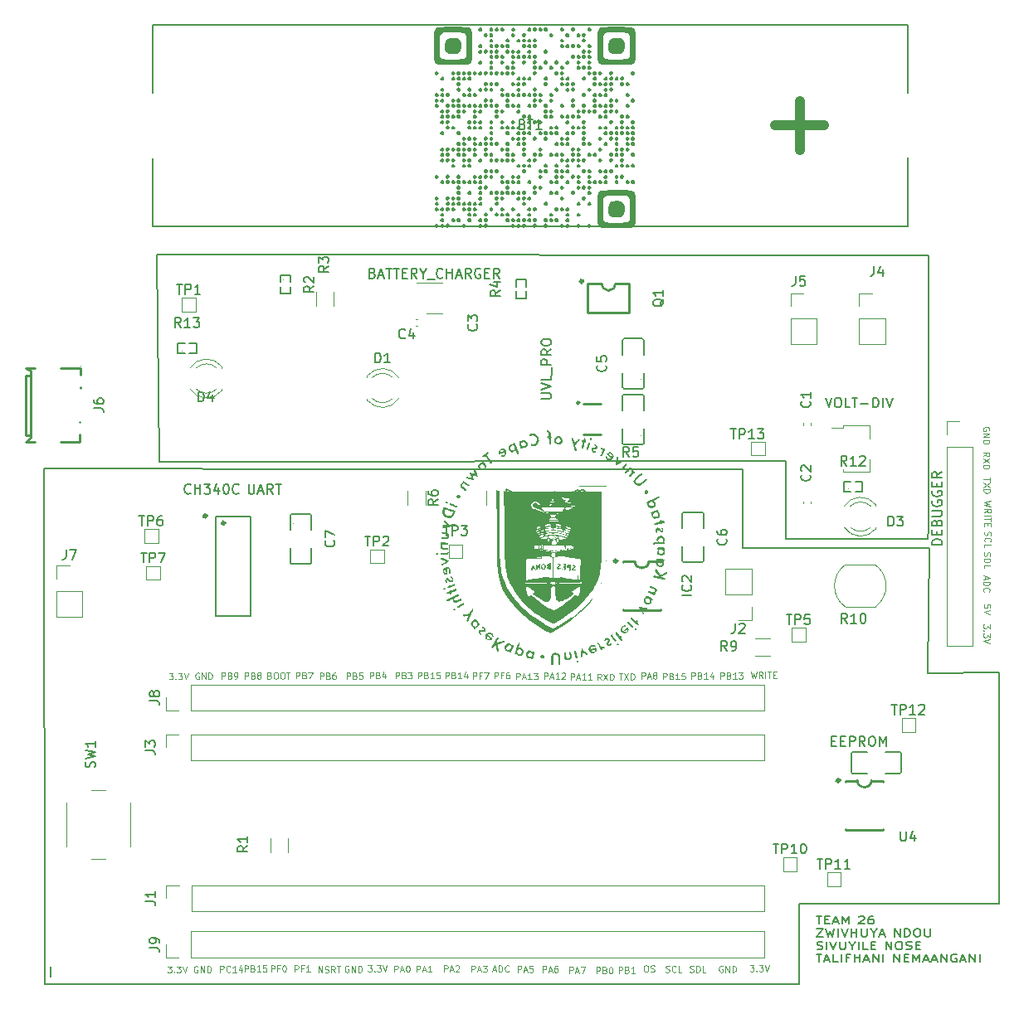
<source format=gbo>
%TF.GenerationSoftware,KiCad,Pcbnew,(7.0.0)*%
%TF.CreationDate,2023-04-03T23:12:33+02:00*%
%TF.ProjectId,Main Schematic,4d61696e-2053-4636-9865-6d617469632e,rev?*%
%TF.SameCoordinates,Original*%
%TF.FileFunction,Legend,Bot*%
%TF.FilePolarity,Positive*%
%FSLAX46Y46*%
G04 Gerber Fmt 4.6, Leading zero omitted, Abs format (unit mm)*
G04 Created by KiCad (PCBNEW (7.0.0)) date 2023-04-03 23:12:33*
%MOMM*%
%LPD*%
G01*
G04 APERTURE LIST*
%ADD10C,0.150000*%
%ADD11C,0.100000*%
%ADD12C,0.120000*%
%ADD13C,0.254000*%
%ADD14C,0.059995*%
%ADD15C,1.000000*%
%ADD16C,0.152400*%
%ADD17C,0.300000*%
G04 APERTURE END LIST*
%TO.C,G\u002A\u002A\u002A*%
G36*
X158045445Y-40114143D02*
G01*
X158130852Y-40202288D01*
X158161096Y-40323263D01*
X158112511Y-40447243D01*
X158042892Y-40502590D01*
X157905836Y-40520637D01*
X157783463Y-40447243D01*
X157742192Y-40370271D01*
X157750826Y-40232100D01*
X157850722Y-40117336D01*
X157928541Y-40088654D01*
X158045445Y-40114143D01*
G37*
G36*
X157489646Y-40669942D02*
G01*
X157575053Y-40758087D01*
X157605298Y-40879062D01*
X157556712Y-41003042D01*
X157487093Y-41058388D01*
X157350037Y-41076436D01*
X157227665Y-41003042D01*
X157186393Y-40926070D01*
X157195028Y-40787899D01*
X157294923Y-40673134D01*
X157372743Y-40644452D01*
X157489646Y-40669942D01*
G37*
G36*
X156933847Y-40669942D02*
G01*
X157019255Y-40758087D01*
X157049499Y-40879062D01*
X157000913Y-41003042D01*
X156931295Y-41058388D01*
X156794238Y-41076436D01*
X156671866Y-41003042D01*
X156630594Y-40926070D01*
X156639229Y-40787899D01*
X156739125Y-40673134D01*
X156816944Y-40644452D01*
X156933847Y-40669942D01*
G37*
G36*
X156378048Y-40114143D02*
G01*
X156463456Y-40202288D01*
X156493700Y-40323263D01*
X156445115Y-40447243D01*
X156375496Y-40502590D01*
X156238440Y-40520637D01*
X156116067Y-40447243D01*
X156074795Y-40370271D01*
X156083430Y-40232100D01*
X156183326Y-40117336D01*
X156261145Y-40088654D01*
X156378048Y-40114143D01*
G37*
G36*
X155822057Y-40673134D02*
G01*
X155891871Y-40736162D01*
X155938599Y-40869552D01*
X155889316Y-41003042D01*
X155819697Y-41058388D01*
X155682641Y-41076436D01*
X155560268Y-41003042D01*
X155519605Y-40927535D01*
X155522623Y-40801900D01*
X155589816Y-40697737D01*
X155697516Y-40644874D01*
X155822057Y-40673134D01*
G37*
G36*
X155266451Y-40114143D02*
G01*
X155351858Y-40202288D01*
X155382103Y-40323263D01*
X155333517Y-40447243D01*
X155263899Y-40502590D01*
X155126842Y-40520637D01*
X155004470Y-40447243D01*
X154963198Y-40370271D01*
X154971833Y-40232100D01*
X155071729Y-40117336D01*
X155149548Y-40088654D01*
X155266451Y-40114143D01*
G37*
G36*
X154154854Y-40669942D02*
G01*
X154240261Y-40758087D01*
X154270506Y-40879062D01*
X154221920Y-41003042D01*
X154152301Y-41058388D01*
X154015245Y-41076436D01*
X153892872Y-41003042D01*
X153851601Y-40926070D01*
X153860236Y-40787899D01*
X153960131Y-40673134D01*
X154037951Y-40644452D01*
X154154854Y-40669942D01*
G37*
G36*
X153599055Y-40114143D02*
G01*
X153684462Y-40202288D01*
X153714707Y-40323263D01*
X153666121Y-40447243D01*
X153596502Y-40502590D01*
X153459446Y-40520637D01*
X153337074Y-40447243D01*
X153295802Y-40370271D01*
X153304437Y-40232100D01*
X153404333Y-40117336D01*
X153482152Y-40088654D01*
X153599055Y-40114143D01*
G37*
G36*
X153043256Y-40114143D02*
G01*
X153128664Y-40202288D01*
X153158908Y-40323263D01*
X153110322Y-40447243D01*
X153040704Y-40502590D01*
X152903647Y-40520637D01*
X152781275Y-40447243D01*
X152740003Y-40370271D01*
X152748638Y-40232100D01*
X152848534Y-40117336D01*
X152926353Y-40088654D01*
X153043256Y-40114143D01*
G37*
G36*
X152487458Y-40114143D02*
G01*
X152572865Y-40202288D01*
X152603109Y-40323263D01*
X152554524Y-40447243D01*
X152484905Y-40502590D01*
X152347849Y-40520637D01*
X152225476Y-40447243D01*
X152184205Y-40370271D01*
X152192840Y-40232100D01*
X152292735Y-40117336D01*
X152370555Y-40088654D01*
X152487458Y-40114143D01*
G37*
G36*
X151931659Y-40114143D02*
G01*
X152017066Y-40202288D01*
X152047311Y-40323263D01*
X151998725Y-40447243D01*
X151929106Y-40502590D01*
X151792050Y-40520637D01*
X151669678Y-40447243D01*
X151628406Y-40370271D01*
X151637041Y-40232100D01*
X151736937Y-40117336D01*
X151814756Y-40088654D01*
X151931659Y-40114143D01*
G37*
G36*
X151375860Y-40669942D02*
G01*
X151461268Y-40758087D01*
X151491512Y-40879062D01*
X151442926Y-41003042D01*
X151373308Y-41058388D01*
X151236251Y-41076436D01*
X151113879Y-41003042D01*
X151072607Y-40926070D01*
X151081242Y-40787899D01*
X151181138Y-40673134D01*
X151258957Y-40644452D01*
X151375860Y-40669942D01*
G37*
G36*
X150264070Y-40673134D02*
G01*
X150333884Y-40736162D01*
X150380613Y-40869552D01*
X150331329Y-41003042D01*
X150261710Y-41058388D01*
X150124654Y-41076436D01*
X150002282Y-41003042D01*
X149961619Y-40927535D01*
X149964636Y-40801900D01*
X150031829Y-40697737D01*
X150139529Y-40644874D01*
X150264070Y-40673134D01*
G37*
G36*
X150264070Y-40117336D02*
G01*
X150333884Y-40180363D01*
X150380613Y-40313753D01*
X150331329Y-40447243D01*
X150261710Y-40502590D01*
X150124654Y-40520637D01*
X150002282Y-40447243D01*
X149961619Y-40371737D01*
X149964636Y-40246101D01*
X150031829Y-40141939D01*
X150139529Y-40089075D01*
X150264070Y-40117336D01*
G37*
G36*
X149152473Y-40117336D02*
G01*
X149222286Y-40180363D01*
X149269015Y-40313753D01*
X149219732Y-40447243D01*
X149150113Y-40502590D01*
X149013057Y-40520637D01*
X148890684Y-40447243D01*
X148850021Y-40371737D01*
X148853039Y-40246101D01*
X148920231Y-40141939D01*
X149027932Y-40089075D01*
X149152473Y-40117336D01*
G37*
G36*
X148596674Y-40117336D02*
G01*
X148666488Y-40180363D01*
X148713216Y-40313753D01*
X148663933Y-40447243D01*
X148594314Y-40502590D01*
X148457258Y-40520637D01*
X148334886Y-40447243D01*
X148294223Y-40371737D01*
X148297240Y-40246101D01*
X148364433Y-40141939D01*
X148472133Y-40089075D01*
X148596674Y-40117336D01*
G37*
G36*
X148040875Y-40673134D02*
G01*
X148110689Y-40736162D01*
X148157418Y-40869552D01*
X148108134Y-41003042D01*
X148038516Y-41058388D01*
X147901459Y-41076436D01*
X147779087Y-41003042D01*
X147738424Y-40927535D01*
X147741441Y-40801900D01*
X147808634Y-40697737D01*
X147916334Y-40644874D01*
X148040875Y-40673134D01*
G37*
G36*
X148040875Y-40117336D02*
G01*
X148110689Y-40180363D01*
X148157418Y-40313753D01*
X148108134Y-40447243D01*
X148038516Y-40502590D01*
X147901459Y-40520637D01*
X147779087Y-40447243D01*
X147738424Y-40371737D01*
X147741441Y-40246101D01*
X147808634Y-40141939D01*
X147916334Y-40089075D01*
X148040875Y-40117336D01*
G37*
G36*
X147485077Y-40673134D02*
G01*
X147554890Y-40736162D01*
X147601619Y-40869552D01*
X147552336Y-41003042D01*
X147482717Y-41058388D01*
X147345661Y-41076436D01*
X147223288Y-41003042D01*
X147182625Y-40927535D01*
X147185643Y-40801900D01*
X147252835Y-40697737D01*
X147360536Y-40644874D01*
X147485077Y-40673134D01*
G37*
G36*
X146929278Y-40117336D02*
G01*
X146999092Y-40180363D01*
X147045820Y-40313753D01*
X146996537Y-40447243D01*
X146926918Y-40502590D01*
X146789862Y-40520637D01*
X146667489Y-40447243D01*
X146626826Y-40371737D01*
X146629844Y-40246101D01*
X146697037Y-40141939D01*
X146804737Y-40089075D01*
X146929278Y-40117336D01*
G37*
G36*
X162491834Y-55676506D02*
G01*
X162577241Y-55764651D01*
X162607486Y-55885627D01*
X162558900Y-56009607D01*
X162511850Y-56050221D01*
X162394376Y-56090306D01*
X162363501Y-56088344D01*
X162244570Y-56029947D01*
X162188019Y-55917707D01*
X162202611Y-55788624D01*
X162297112Y-55679699D01*
X162374931Y-55651017D01*
X162491834Y-55676506D01*
G37*
G36*
X162491834Y-54009110D02*
G01*
X162577241Y-54097255D01*
X162607486Y-54218231D01*
X162558900Y-54342210D01*
X162511850Y-54382825D01*
X162394376Y-54422910D01*
X162363501Y-54420948D01*
X162244570Y-54362551D01*
X162188019Y-54250311D01*
X162202611Y-54121228D01*
X162297112Y-54012303D01*
X162374931Y-53983621D01*
X162491834Y-54009110D01*
G37*
G36*
X162491834Y-52897513D02*
G01*
X162577241Y-52985658D01*
X162607486Y-53106633D01*
X162558900Y-53230613D01*
X162511850Y-53271227D01*
X162394376Y-53311313D01*
X162363501Y-53309350D01*
X162244570Y-53250953D01*
X162188019Y-53138714D01*
X162202611Y-53009631D01*
X162297112Y-52900705D01*
X162374931Y-52872023D01*
X162491834Y-52897513D01*
G37*
G36*
X162491834Y-51785915D02*
G01*
X162577241Y-51874061D01*
X162607486Y-51995036D01*
X162558900Y-52119016D01*
X162511850Y-52159630D01*
X162394376Y-52199715D01*
X162363501Y-52197753D01*
X162244570Y-52139356D01*
X162188019Y-52027116D01*
X162202611Y-51898033D01*
X162297112Y-51789108D01*
X162374931Y-51760426D01*
X162491834Y-51785915D01*
G37*
G36*
X162491834Y-51230117D02*
G01*
X162577241Y-51318262D01*
X162607486Y-51439237D01*
X162558900Y-51563217D01*
X162511850Y-51603831D01*
X162394376Y-51643917D01*
X162363501Y-51641954D01*
X162244570Y-51583557D01*
X162188019Y-51471317D01*
X162202611Y-51342235D01*
X162297112Y-51233309D01*
X162374931Y-51204627D01*
X162491834Y-51230117D01*
G37*
G36*
X162491834Y-50674318D02*
G01*
X162577241Y-50762463D01*
X162607486Y-50883438D01*
X162558900Y-51007418D01*
X162511850Y-51048032D01*
X162394376Y-51088118D01*
X162363501Y-51086156D01*
X162244570Y-51027759D01*
X162188019Y-50915519D01*
X162202611Y-50786436D01*
X162297112Y-50677511D01*
X162374931Y-50648829D01*
X162491834Y-50674318D01*
G37*
G36*
X162491834Y-50118519D02*
G01*
X162577241Y-50206665D01*
X162607486Y-50327640D01*
X162558900Y-50451620D01*
X162511850Y-50492234D01*
X162394376Y-50532319D01*
X162363501Y-50530357D01*
X162244570Y-50471960D01*
X162188019Y-50359720D01*
X162202611Y-50230637D01*
X162297112Y-50121712D01*
X162374931Y-50093030D01*
X162491834Y-50118519D01*
G37*
G36*
X162491834Y-49562721D02*
G01*
X162577241Y-49650866D01*
X162607486Y-49771841D01*
X162558900Y-49895821D01*
X162511850Y-49936435D01*
X162394376Y-49976521D01*
X162363501Y-49974558D01*
X162244570Y-49916161D01*
X162188019Y-49803921D01*
X162202611Y-49674839D01*
X162297112Y-49565913D01*
X162374931Y-49537231D01*
X162491834Y-49562721D01*
G37*
G36*
X162491834Y-47339526D02*
G01*
X162577241Y-47427671D01*
X162607486Y-47548646D01*
X162558900Y-47672626D01*
X162511850Y-47713240D01*
X162394376Y-47753326D01*
X162363501Y-47751364D01*
X162244570Y-47692967D01*
X162188019Y-47580727D01*
X162202611Y-47451644D01*
X162297112Y-47342719D01*
X162374931Y-47314037D01*
X162491834Y-47339526D01*
G37*
G36*
X162491834Y-44560533D02*
G01*
X162577241Y-44648678D01*
X162607486Y-44769653D01*
X162558900Y-44893633D01*
X162511850Y-44934247D01*
X162394376Y-44974333D01*
X162363501Y-44972370D01*
X162244570Y-44913973D01*
X162188019Y-44801733D01*
X162202611Y-44672650D01*
X162297112Y-44563725D01*
X162374931Y-44535043D01*
X162491834Y-44560533D01*
G37*
G36*
X161936035Y-55676506D02*
G01*
X162021443Y-55764651D01*
X162051687Y-55885627D01*
X162003101Y-56009607D01*
X161956052Y-56050221D01*
X161838578Y-56090306D01*
X161807703Y-56088344D01*
X161688772Y-56029947D01*
X161632220Y-55917707D01*
X161646812Y-55788624D01*
X161741313Y-55679699D01*
X161819132Y-55651017D01*
X161936035Y-55676506D01*
G37*
G36*
X161936035Y-54009110D02*
G01*
X162021443Y-54097255D01*
X162051687Y-54218231D01*
X162003101Y-54342210D01*
X161956052Y-54382825D01*
X161838578Y-54422910D01*
X161807703Y-54420948D01*
X161688772Y-54362551D01*
X161632220Y-54250311D01*
X161646812Y-54121228D01*
X161741313Y-54012303D01*
X161819132Y-53983621D01*
X161936035Y-54009110D01*
G37*
G36*
X161936035Y-52341714D02*
G01*
X162021443Y-52429859D01*
X162051687Y-52550835D01*
X162003101Y-52674814D01*
X161956052Y-52715428D01*
X161838578Y-52755514D01*
X161807703Y-52753552D01*
X161688772Y-52695155D01*
X161632220Y-52582915D01*
X161646812Y-52453832D01*
X161741313Y-52344907D01*
X161819132Y-52316225D01*
X161936035Y-52341714D01*
G37*
G36*
X161936035Y-51785915D02*
G01*
X162021443Y-51874061D01*
X162051687Y-51995036D01*
X162003101Y-52119016D01*
X161956052Y-52159630D01*
X161838578Y-52199715D01*
X161807703Y-52197753D01*
X161688772Y-52139356D01*
X161632220Y-52027116D01*
X161646812Y-51898033D01*
X161741313Y-51789108D01*
X161819132Y-51760426D01*
X161936035Y-51785915D01*
G37*
G36*
X161936035Y-51230117D02*
G01*
X162021443Y-51318262D01*
X162051687Y-51439237D01*
X162003101Y-51563217D01*
X161956052Y-51603831D01*
X161838578Y-51643917D01*
X161807703Y-51641954D01*
X161688772Y-51583557D01*
X161632220Y-51471317D01*
X161646812Y-51342235D01*
X161741313Y-51233309D01*
X161819132Y-51204627D01*
X161936035Y-51230117D01*
G37*
G36*
X161936035Y-50674318D02*
G01*
X162021443Y-50762463D01*
X162051687Y-50883438D01*
X162003101Y-51007418D01*
X161956052Y-51048032D01*
X161838578Y-51088118D01*
X161807703Y-51086156D01*
X161688772Y-51027759D01*
X161632220Y-50915519D01*
X161646812Y-50786436D01*
X161741313Y-50677511D01*
X161819132Y-50648829D01*
X161936035Y-50674318D01*
G37*
G36*
X161936035Y-50118519D02*
G01*
X162021443Y-50206665D01*
X162051687Y-50327640D01*
X162003101Y-50451620D01*
X161956052Y-50492234D01*
X161838578Y-50532319D01*
X161807703Y-50530357D01*
X161688772Y-50471960D01*
X161632220Y-50359720D01*
X161646812Y-50230637D01*
X161741313Y-50121712D01*
X161819132Y-50093030D01*
X161936035Y-50118519D01*
G37*
G36*
X161936035Y-49006922D02*
G01*
X162021443Y-49095067D01*
X162051687Y-49216042D01*
X162003101Y-49340022D01*
X161956052Y-49380636D01*
X161838578Y-49420722D01*
X161807703Y-49418760D01*
X161688772Y-49360363D01*
X161632220Y-49248123D01*
X161646812Y-49119040D01*
X161741313Y-49010115D01*
X161819132Y-48981433D01*
X161936035Y-49006922D01*
G37*
G36*
X161936035Y-47895325D02*
G01*
X162021443Y-47983470D01*
X162051687Y-48104445D01*
X162003101Y-48228425D01*
X161956052Y-48269039D01*
X161838578Y-48309125D01*
X161807703Y-48307162D01*
X161688772Y-48248765D01*
X161632220Y-48136525D01*
X161646812Y-48007443D01*
X161741313Y-47898517D01*
X161819132Y-47869835D01*
X161936035Y-47895325D01*
G37*
G36*
X161936035Y-46783727D02*
G01*
X162021443Y-46871872D01*
X162051687Y-46992848D01*
X162003101Y-47116828D01*
X161956052Y-47157442D01*
X161838578Y-47197527D01*
X161807703Y-47195565D01*
X161688772Y-47137168D01*
X161632220Y-47024928D01*
X161646812Y-46895845D01*
X161741313Y-46786920D01*
X161819132Y-46758238D01*
X161936035Y-46783727D01*
G37*
G36*
X161936035Y-45672130D02*
G01*
X162021443Y-45760275D01*
X162051687Y-45881250D01*
X162003101Y-46005230D01*
X161956052Y-46045844D01*
X161838578Y-46085930D01*
X161807703Y-46083967D01*
X161688772Y-46025571D01*
X161632220Y-45913331D01*
X161646812Y-45784248D01*
X161741313Y-45675322D01*
X161819132Y-45646641D01*
X161936035Y-45672130D01*
G37*
G36*
X161380237Y-55120708D02*
G01*
X161465644Y-55208853D01*
X161495888Y-55329828D01*
X161447303Y-55453808D01*
X161400253Y-55494422D01*
X161282779Y-55534508D01*
X161251904Y-55532545D01*
X161132973Y-55474148D01*
X161076421Y-55361908D01*
X161091014Y-55232826D01*
X161185514Y-55123900D01*
X161263334Y-55095218D01*
X161380237Y-55120708D01*
G37*
G36*
X161380237Y-54009110D02*
G01*
X161465644Y-54097255D01*
X161495888Y-54218231D01*
X161447303Y-54342210D01*
X161400253Y-54382825D01*
X161282779Y-54422910D01*
X161251904Y-54420948D01*
X161132973Y-54362551D01*
X161076421Y-54250311D01*
X161091014Y-54121228D01*
X161185514Y-54012303D01*
X161263334Y-53983621D01*
X161380237Y-54009110D01*
G37*
G36*
X161380237Y-53453312D02*
G01*
X161465644Y-53541457D01*
X161495888Y-53662432D01*
X161447303Y-53786412D01*
X161400253Y-53827026D01*
X161282779Y-53867112D01*
X161251904Y-53865149D01*
X161132973Y-53806752D01*
X161076421Y-53694512D01*
X161091014Y-53565429D01*
X161185514Y-53456504D01*
X161263334Y-53427822D01*
X161380237Y-53453312D01*
G37*
G36*
X161380237Y-52897513D02*
G01*
X161465644Y-52985658D01*
X161495888Y-53106633D01*
X161447303Y-53230613D01*
X161400253Y-53271227D01*
X161282779Y-53311313D01*
X161251904Y-53309350D01*
X161132973Y-53250953D01*
X161076421Y-53138714D01*
X161091014Y-53009631D01*
X161185514Y-52900705D01*
X161263334Y-52872023D01*
X161380237Y-52897513D01*
G37*
G36*
X161380237Y-52341714D02*
G01*
X161465644Y-52429859D01*
X161495888Y-52550835D01*
X161447303Y-52674814D01*
X161400253Y-52715428D01*
X161282779Y-52755514D01*
X161251904Y-52753552D01*
X161132973Y-52695155D01*
X161076421Y-52582915D01*
X161091014Y-52453832D01*
X161185514Y-52344907D01*
X161263334Y-52316225D01*
X161380237Y-52341714D01*
G37*
G36*
X161380237Y-50674318D02*
G01*
X161465644Y-50762463D01*
X161495888Y-50883438D01*
X161447303Y-51007418D01*
X161400253Y-51048032D01*
X161282779Y-51088118D01*
X161251904Y-51086156D01*
X161132973Y-51027759D01*
X161076421Y-50915519D01*
X161091014Y-50786436D01*
X161185514Y-50677511D01*
X161263334Y-50648829D01*
X161380237Y-50674318D01*
G37*
G36*
X161380237Y-50118519D02*
G01*
X161465644Y-50206665D01*
X161495888Y-50327640D01*
X161447303Y-50451620D01*
X161400253Y-50492234D01*
X161282779Y-50532319D01*
X161251904Y-50530357D01*
X161132973Y-50471960D01*
X161076421Y-50359720D01*
X161091014Y-50230637D01*
X161185514Y-50121712D01*
X161263334Y-50093030D01*
X161380237Y-50118519D01*
G37*
G36*
X161380237Y-49562721D02*
G01*
X161465644Y-49650866D01*
X161495888Y-49771841D01*
X161447303Y-49895821D01*
X161400253Y-49936435D01*
X161282779Y-49976521D01*
X161251904Y-49974558D01*
X161132973Y-49916161D01*
X161076421Y-49803921D01*
X161091014Y-49674839D01*
X161185514Y-49565913D01*
X161263334Y-49537231D01*
X161380237Y-49562721D01*
G37*
G36*
X161380237Y-49006922D02*
G01*
X161465644Y-49095067D01*
X161495888Y-49216042D01*
X161447303Y-49340022D01*
X161400253Y-49380636D01*
X161282779Y-49420722D01*
X161251904Y-49418760D01*
X161132973Y-49360363D01*
X161076421Y-49248123D01*
X161091014Y-49119040D01*
X161185514Y-49010115D01*
X161263334Y-48981433D01*
X161380237Y-49006922D01*
G37*
G36*
X161380237Y-45672130D02*
G01*
X161465644Y-45760275D01*
X161495888Y-45881250D01*
X161447303Y-46005230D01*
X161400253Y-46045844D01*
X161282779Y-46085930D01*
X161251904Y-46083967D01*
X161132973Y-46025571D01*
X161076421Y-45913331D01*
X161091014Y-45784248D01*
X161185514Y-45675322D01*
X161263334Y-45646641D01*
X161380237Y-45672130D01*
G37*
G36*
X161380237Y-45116331D02*
G01*
X161465644Y-45204476D01*
X161495888Y-45325452D01*
X161447303Y-45449431D01*
X161400253Y-45490046D01*
X161282779Y-45530131D01*
X161251904Y-45528169D01*
X161132973Y-45469772D01*
X161076421Y-45357532D01*
X161091014Y-45228449D01*
X161185514Y-45119524D01*
X161263334Y-45090842D01*
X161380237Y-45116331D01*
G37*
G36*
X160824438Y-55676506D02*
G01*
X160909845Y-55764651D01*
X160940090Y-55885627D01*
X160891504Y-56009607D01*
X160844454Y-56050221D01*
X160726980Y-56090306D01*
X160696105Y-56088344D01*
X160577174Y-56029947D01*
X160520623Y-55917707D01*
X160535215Y-55788624D01*
X160629716Y-55679699D01*
X160707535Y-55651017D01*
X160824438Y-55676506D01*
G37*
G36*
X160824438Y-55120708D02*
G01*
X160909845Y-55208853D01*
X160940090Y-55329828D01*
X160891504Y-55453808D01*
X160844454Y-55494422D01*
X160726980Y-55534508D01*
X160696105Y-55532545D01*
X160577174Y-55474148D01*
X160520623Y-55361908D01*
X160535215Y-55232826D01*
X160629716Y-55123900D01*
X160707535Y-55095218D01*
X160824438Y-55120708D01*
G37*
G36*
X160824438Y-54009110D02*
G01*
X160909845Y-54097255D01*
X160940090Y-54218231D01*
X160891504Y-54342210D01*
X160844454Y-54382825D01*
X160726980Y-54422910D01*
X160696105Y-54420948D01*
X160577174Y-54362551D01*
X160520623Y-54250311D01*
X160535215Y-54121228D01*
X160629716Y-54012303D01*
X160707535Y-53983621D01*
X160824438Y-54009110D01*
G37*
G36*
X160824438Y-52897513D02*
G01*
X160909845Y-52985658D01*
X160940090Y-53106633D01*
X160891504Y-53230613D01*
X160844454Y-53271227D01*
X160726980Y-53311313D01*
X160696105Y-53309350D01*
X160577174Y-53250953D01*
X160520623Y-53138714D01*
X160535215Y-53009631D01*
X160629716Y-52900705D01*
X160707535Y-52872023D01*
X160824438Y-52897513D01*
G37*
G36*
X160824438Y-52341714D02*
G01*
X160909845Y-52429859D01*
X160940090Y-52550835D01*
X160891504Y-52674814D01*
X160844454Y-52715428D01*
X160726980Y-52755514D01*
X160696105Y-52753552D01*
X160577174Y-52695155D01*
X160520623Y-52582915D01*
X160535215Y-52453832D01*
X160629716Y-52344907D01*
X160707535Y-52316225D01*
X160824438Y-52341714D01*
G37*
G36*
X160824438Y-51785915D02*
G01*
X160909845Y-51874061D01*
X160940090Y-51995036D01*
X160891504Y-52119016D01*
X160844454Y-52159630D01*
X160726980Y-52199715D01*
X160696105Y-52197753D01*
X160577174Y-52139356D01*
X160520623Y-52027116D01*
X160535215Y-51898033D01*
X160629716Y-51789108D01*
X160707535Y-51760426D01*
X160824438Y-51785915D01*
G37*
G36*
X160824438Y-51230117D02*
G01*
X160909845Y-51318262D01*
X160940090Y-51439237D01*
X160891504Y-51563217D01*
X160844454Y-51603831D01*
X160726980Y-51643917D01*
X160696105Y-51641954D01*
X160577174Y-51583557D01*
X160520623Y-51471317D01*
X160535215Y-51342235D01*
X160629716Y-51233309D01*
X160707535Y-51204627D01*
X160824438Y-51230117D01*
G37*
G36*
X160824438Y-50674318D02*
G01*
X160909845Y-50762463D01*
X160940090Y-50883438D01*
X160891504Y-51007418D01*
X160844454Y-51048032D01*
X160726980Y-51088118D01*
X160696105Y-51086156D01*
X160577174Y-51027759D01*
X160520623Y-50915519D01*
X160535215Y-50786436D01*
X160629716Y-50677511D01*
X160707535Y-50648829D01*
X160824438Y-50674318D01*
G37*
G36*
X160824438Y-50118519D02*
G01*
X160909845Y-50206665D01*
X160940090Y-50327640D01*
X160891504Y-50451620D01*
X160844454Y-50492234D01*
X160726980Y-50532319D01*
X160696105Y-50530357D01*
X160577174Y-50471960D01*
X160520623Y-50359720D01*
X160535215Y-50230637D01*
X160629716Y-50121712D01*
X160707535Y-50093030D01*
X160824438Y-50118519D01*
G37*
G36*
X160824438Y-48451123D02*
G01*
X160909845Y-48539268D01*
X160940090Y-48660244D01*
X160891504Y-48784224D01*
X160844454Y-48824838D01*
X160726980Y-48864923D01*
X160696105Y-48862961D01*
X160577174Y-48804564D01*
X160520623Y-48692324D01*
X160535215Y-48563241D01*
X160629716Y-48454316D01*
X160707535Y-48425634D01*
X160824438Y-48451123D01*
G37*
G36*
X160824438Y-47339526D02*
G01*
X160909845Y-47427671D01*
X160940090Y-47548646D01*
X160891504Y-47672626D01*
X160844454Y-47713240D01*
X160726980Y-47753326D01*
X160696105Y-47751364D01*
X160577174Y-47692967D01*
X160520623Y-47580727D01*
X160535215Y-47451644D01*
X160629716Y-47342719D01*
X160707535Y-47314037D01*
X160824438Y-47339526D01*
G37*
G36*
X160824438Y-45116331D02*
G01*
X160909845Y-45204476D01*
X160940090Y-45325452D01*
X160891504Y-45449431D01*
X160844454Y-45490046D01*
X160726980Y-45530131D01*
X160696105Y-45528169D01*
X160577174Y-45469772D01*
X160520623Y-45357532D01*
X160535215Y-45228449D01*
X160629716Y-45119524D01*
X160707535Y-45090842D01*
X160824438Y-45116331D01*
G37*
G36*
X160268639Y-54564909D02*
G01*
X160354047Y-54653054D01*
X160384291Y-54774029D01*
X160335705Y-54898009D01*
X160288656Y-54938623D01*
X160171182Y-54978709D01*
X160140307Y-54976746D01*
X160021376Y-54918350D01*
X159964824Y-54806110D01*
X159979416Y-54677027D01*
X160073917Y-54568101D01*
X160151736Y-54539420D01*
X160268639Y-54564909D01*
G37*
G36*
X160268639Y-53453312D02*
G01*
X160354047Y-53541457D01*
X160384291Y-53662432D01*
X160335705Y-53786412D01*
X160288656Y-53827026D01*
X160171182Y-53867112D01*
X160140307Y-53865149D01*
X160021376Y-53806752D01*
X159964824Y-53694512D01*
X159979416Y-53565429D01*
X160073917Y-53456504D01*
X160151736Y-53427822D01*
X160268639Y-53453312D01*
G37*
G36*
X160268639Y-52897513D02*
G01*
X160354047Y-52985658D01*
X160384291Y-53106633D01*
X160335705Y-53230613D01*
X160288656Y-53271227D01*
X160171182Y-53311313D01*
X160140307Y-53309350D01*
X160021376Y-53250953D01*
X159964824Y-53138714D01*
X159979416Y-53009631D01*
X160073917Y-52900705D01*
X160151736Y-52872023D01*
X160268639Y-52897513D01*
G37*
G36*
X160268639Y-51230117D02*
G01*
X160354047Y-51318262D01*
X160384291Y-51439237D01*
X160335705Y-51563217D01*
X160288656Y-51603831D01*
X160171182Y-51643917D01*
X160140307Y-51641954D01*
X160021376Y-51583557D01*
X159964824Y-51471317D01*
X159979416Y-51342235D01*
X160073917Y-51233309D01*
X160151736Y-51204627D01*
X160268639Y-51230117D01*
G37*
G36*
X160268639Y-50674318D02*
G01*
X160354047Y-50762463D01*
X160384291Y-50883438D01*
X160335705Y-51007418D01*
X160288656Y-51048032D01*
X160171182Y-51088118D01*
X160140307Y-51086156D01*
X160021376Y-51027759D01*
X159964824Y-50915519D01*
X159979416Y-50786436D01*
X160073917Y-50677511D01*
X160151736Y-50648829D01*
X160268639Y-50674318D01*
G37*
G36*
X160268639Y-49562721D02*
G01*
X160354047Y-49650866D01*
X160384291Y-49771841D01*
X160335705Y-49895821D01*
X160288656Y-49936435D01*
X160171182Y-49976521D01*
X160140307Y-49974558D01*
X160021376Y-49916161D01*
X159964824Y-49803921D01*
X159979416Y-49674839D01*
X160073917Y-49565913D01*
X160151736Y-49537231D01*
X160268639Y-49562721D01*
G37*
G36*
X160268639Y-48451123D02*
G01*
X160354047Y-48539268D01*
X160384291Y-48660244D01*
X160335705Y-48784224D01*
X160288656Y-48824838D01*
X160171182Y-48864923D01*
X160140307Y-48862961D01*
X160021376Y-48804564D01*
X159964824Y-48692324D01*
X159979416Y-48563241D01*
X160073917Y-48454316D01*
X160151736Y-48425634D01*
X160268639Y-48451123D01*
G37*
G36*
X160268639Y-47895325D02*
G01*
X160354047Y-47983470D01*
X160384291Y-48104445D01*
X160335705Y-48228425D01*
X160288656Y-48269039D01*
X160171182Y-48309125D01*
X160140307Y-48307162D01*
X160021376Y-48248765D01*
X159964824Y-48136525D01*
X159979416Y-48007443D01*
X160073917Y-47898517D01*
X160151736Y-47869835D01*
X160268639Y-47895325D01*
G37*
G36*
X160268639Y-47339526D02*
G01*
X160354047Y-47427671D01*
X160384291Y-47548646D01*
X160335705Y-47672626D01*
X160288656Y-47713240D01*
X160171182Y-47753326D01*
X160140307Y-47751364D01*
X160021376Y-47692967D01*
X159964824Y-47580727D01*
X159979416Y-47451644D01*
X160073917Y-47342719D01*
X160151736Y-47314037D01*
X160268639Y-47339526D01*
G37*
G36*
X160268639Y-46227929D02*
G01*
X160354047Y-46316074D01*
X160384291Y-46437049D01*
X160335705Y-46561029D01*
X160288656Y-46601643D01*
X160171182Y-46641729D01*
X160140307Y-46639766D01*
X160021376Y-46581369D01*
X159964824Y-46469129D01*
X159979416Y-46340047D01*
X160073917Y-46231121D01*
X160151736Y-46202439D01*
X160268639Y-46227929D01*
G37*
G36*
X160268639Y-45672130D02*
G01*
X160354047Y-45760275D01*
X160384291Y-45881250D01*
X160335705Y-46005230D01*
X160288656Y-46045844D01*
X160171182Y-46085930D01*
X160140307Y-46083967D01*
X160021376Y-46025571D01*
X159964824Y-45913331D01*
X159979416Y-45784248D01*
X160073917Y-45675322D01*
X160151736Y-45646641D01*
X160268639Y-45672130D01*
G37*
G36*
X160268639Y-45116331D02*
G01*
X160354047Y-45204476D01*
X160384291Y-45325452D01*
X160335705Y-45449431D01*
X160288656Y-45490046D01*
X160171182Y-45530131D01*
X160140307Y-45528169D01*
X160021376Y-45469772D01*
X159964824Y-45357532D01*
X159979416Y-45228449D01*
X160073917Y-45119524D01*
X160151736Y-45090842D01*
X160268639Y-45116331D01*
G37*
G36*
X160268639Y-44560533D02*
G01*
X160354047Y-44648678D01*
X160384291Y-44769653D01*
X160335705Y-44893633D01*
X160288656Y-44934247D01*
X160171182Y-44974333D01*
X160140307Y-44972370D01*
X160021376Y-44913973D01*
X159964824Y-44801733D01*
X159979416Y-44672650D01*
X160073917Y-44563725D01*
X160151736Y-44535043D01*
X160268639Y-44560533D01*
G37*
G36*
X159712841Y-55676506D02*
G01*
X159798248Y-55764651D01*
X159828492Y-55885627D01*
X159779907Y-56009607D01*
X159732857Y-56050221D01*
X159615383Y-56090306D01*
X159584508Y-56088344D01*
X159465577Y-56029947D01*
X159409025Y-55917707D01*
X159423617Y-55788624D01*
X159518118Y-55679699D01*
X159595937Y-55651017D01*
X159712841Y-55676506D01*
G37*
G36*
X159712841Y-55120708D02*
G01*
X159798248Y-55208853D01*
X159828492Y-55329828D01*
X159779907Y-55453808D01*
X159732857Y-55494422D01*
X159615383Y-55534508D01*
X159584508Y-55532545D01*
X159465577Y-55474148D01*
X159409025Y-55361908D01*
X159423617Y-55232826D01*
X159518118Y-55123900D01*
X159595937Y-55095218D01*
X159712841Y-55120708D01*
G37*
G36*
X159712841Y-54564909D02*
G01*
X159798248Y-54653054D01*
X159828492Y-54774029D01*
X159779907Y-54898009D01*
X159732857Y-54938623D01*
X159615383Y-54978709D01*
X159584508Y-54976746D01*
X159465577Y-54918350D01*
X159409025Y-54806110D01*
X159423617Y-54677027D01*
X159518118Y-54568101D01*
X159595937Y-54539420D01*
X159712841Y-54564909D01*
G37*
G36*
X159712841Y-51785915D02*
G01*
X159798248Y-51874061D01*
X159828492Y-51995036D01*
X159779907Y-52119016D01*
X159732857Y-52159630D01*
X159615383Y-52199715D01*
X159584508Y-52197753D01*
X159465577Y-52139356D01*
X159409025Y-52027116D01*
X159423617Y-51898033D01*
X159518118Y-51789108D01*
X159595937Y-51760426D01*
X159712841Y-51785915D01*
G37*
G36*
X159712841Y-50674318D02*
G01*
X159798248Y-50762463D01*
X159828492Y-50883438D01*
X159779907Y-51007418D01*
X159732857Y-51048032D01*
X159615383Y-51088118D01*
X159584508Y-51086156D01*
X159465577Y-51027759D01*
X159409025Y-50915519D01*
X159423617Y-50786436D01*
X159518118Y-50677511D01*
X159595937Y-50648829D01*
X159712841Y-50674318D01*
G37*
G36*
X159712841Y-50118519D02*
G01*
X159798248Y-50206665D01*
X159828492Y-50327640D01*
X159779907Y-50451620D01*
X159732857Y-50492234D01*
X159615383Y-50532319D01*
X159584508Y-50530357D01*
X159465577Y-50471960D01*
X159409025Y-50359720D01*
X159423617Y-50230637D01*
X159518118Y-50121712D01*
X159595937Y-50093030D01*
X159712841Y-50118519D01*
G37*
G36*
X159712841Y-49006922D02*
G01*
X159798248Y-49095067D01*
X159828492Y-49216042D01*
X159779907Y-49340022D01*
X159732857Y-49380636D01*
X159615383Y-49420722D01*
X159584508Y-49418760D01*
X159465577Y-49360363D01*
X159409025Y-49248123D01*
X159423617Y-49119040D01*
X159518118Y-49010115D01*
X159595937Y-48981433D01*
X159712841Y-49006922D01*
G37*
G36*
X159712841Y-48451123D02*
G01*
X159798248Y-48539268D01*
X159828492Y-48660244D01*
X159779907Y-48784224D01*
X159732857Y-48824838D01*
X159615383Y-48864923D01*
X159584508Y-48862961D01*
X159465577Y-48804564D01*
X159409025Y-48692324D01*
X159423617Y-48563241D01*
X159518118Y-48454316D01*
X159595937Y-48425634D01*
X159712841Y-48451123D01*
G37*
G36*
X159712841Y-47895325D02*
G01*
X159798248Y-47983470D01*
X159828492Y-48104445D01*
X159779907Y-48228425D01*
X159732857Y-48269039D01*
X159615383Y-48309125D01*
X159584508Y-48307162D01*
X159465577Y-48248765D01*
X159409025Y-48136525D01*
X159423617Y-48007443D01*
X159518118Y-47898517D01*
X159595937Y-47869835D01*
X159712841Y-47895325D01*
G37*
G36*
X159712841Y-46783727D02*
G01*
X159798248Y-46871872D01*
X159828492Y-46992848D01*
X159779907Y-47116828D01*
X159732857Y-47157442D01*
X159615383Y-47197527D01*
X159584508Y-47195565D01*
X159465577Y-47137168D01*
X159409025Y-47024928D01*
X159423617Y-46895845D01*
X159518118Y-46786920D01*
X159595937Y-46758238D01*
X159712841Y-46783727D01*
G37*
G36*
X159712841Y-46227929D02*
G01*
X159798248Y-46316074D01*
X159828492Y-46437049D01*
X159779907Y-46561029D01*
X159732857Y-46601643D01*
X159615383Y-46641729D01*
X159584508Y-46639766D01*
X159465577Y-46581369D01*
X159409025Y-46469129D01*
X159423617Y-46340047D01*
X159518118Y-46231121D01*
X159595937Y-46202439D01*
X159712841Y-46227929D01*
G37*
G36*
X159712841Y-45672130D02*
G01*
X159798248Y-45760275D01*
X159828492Y-45881250D01*
X159779907Y-46005230D01*
X159732857Y-46045844D01*
X159615383Y-46085930D01*
X159584508Y-46083967D01*
X159465577Y-46025571D01*
X159409025Y-45913331D01*
X159423617Y-45784248D01*
X159518118Y-45675322D01*
X159595937Y-45646641D01*
X159712841Y-45672130D01*
G37*
G36*
X159712841Y-45116331D02*
G01*
X159798248Y-45204476D01*
X159828492Y-45325452D01*
X159779907Y-45449431D01*
X159732857Y-45490046D01*
X159615383Y-45530131D01*
X159584508Y-45528169D01*
X159465577Y-45469772D01*
X159409025Y-45357532D01*
X159423617Y-45228449D01*
X159518118Y-45119524D01*
X159595937Y-45090842D01*
X159712841Y-45116331D01*
G37*
G36*
X159157042Y-55676506D02*
G01*
X159242449Y-55764651D01*
X159272694Y-55885627D01*
X159224108Y-56009607D01*
X159177058Y-56050221D01*
X159059584Y-56090306D01*
X159028709Y-56088344D01*
X158909778Y-56029947D01*
X158853227Y-55917707D01*
X158867819Y-55788624D01*
X158962320Y-55679699D01*
X159040139Y-55651017D01*
X159157042Y-55676506D01*
G37*
G36*
X159157042Y-54564909D02*
G01*
X159242449Y-54653054D01*
X159272694Y-54774029D01*
X159224108Y-54898009D01*
X159177058Y-54938623D01*
X159059584Y-54978709D01*
X159028709Y-54976746D01*
X158909778Y-54918350D01*
X158853227Y-54806110D01*
X158867819Y-54677027D01*
X158962320Y-54568101D01*
X159040139Y-54539420D01*
X159157042Y-54564909D01*
G37*
G36*
X159157042Y-53453312D02*
G01*
X159242449Y-53541457D01*
X159272694Y-53662432D01*
X159224108Y-53786412D01*
X159177058Y-53827026D01*
X159059584Y-53867112D01*
X159028709Y-53865149D01*
X158909778Y-53806752D01*
X158853227Y-53694512D01*
X158867819Y-53565429D01*
X158962320Y-53456504D01*
X159040139Y-53427822D01*
X159157042Y-53453312D01*
G37*
G36*
X159157042Y-52341714D02*
G01*
X159242449Y-52429859D01*
X159272694Y-52550835D01*
X159224108Y-52674814D01*
X159177058Y-52715428D01*
X159059584Y-52755514D01*
X159028709Y-52753552D01*
X158909778Y-52695155D01*
X158853227Y-52582915D01*
X158867819Y-52453832D01*
X158962320Y-52344907D01*
X159040139Y-52316225D01*
X159157042Y-52341714D01*
G37*
G36*
X159157042Y-51230117D02*
G01*
X159242449Y-51318262D01*
X159272694Y-51439237D01*
X159224108Y-51563217D01*
X159177058Y-51603831D01*
X159059584Y-51643917D01*
X159028709Y-51641954D01*
X158909778Y-51583557D01*
X158853227Y-51471317D01*
X158867819Y-51342235D01*
X158962320Y-51233309D01*
X159040139Y-51204627D01*
X159157042Y-51230117D01*
G37*
G36*
X159157042Y-50118519D02*
G01*
X159242449Y-50206665D01*
X159272694Y-50327640D01*
X159224108Y-50451620D01*
X159177058Y-50492234D01*
X159059584Y-50532319D01*
X159028709Y-50530357D01*
X158909778Y-50471960D01*
X158853227Y-50359720D01*
X158867819Y-50230637D01*
X158962320Y-50121712D01*
X159040139Y-50093030D01*
X159157042Y-50118519D01*
G37*
G36*
X159157042Y-49006922D02*
G01*
X159242449Y-49095067D01*
X159272694Y-49216042D01*
X159224108Y-49340022D01*
X159177058Y-49380636D01*
X159059584Y-49420722D01*
X159028709Y-49418760D01*
X158909778Y-49360363D01*
X158853227Y-49248123D01*
X158867819Y-49119040D01*
X158962320Y-49010115D01*
X159040139Y-48981433D01*
X159157042Y-49006922D01*
G37*
G36*
X159157042Y-47895325D02*
G01*
X159242449Y-47983470D01*
X159272694Y-48104445D01*
X159224108Y-48228425D01*
X159177058Y-48269039D01*
X159059584Y-48309125D01*
X159028709Y-48307162D01*
X158909778Y-48248765D01*
X158853227Y-48136525D01*
X158867819Y-48007443D01*
X158962320Y-47898517D01*
X159040139Y-47869835D01*
X159157042Y-47895325D01*
G37*
G36*
X159157042Y-46783727D02*
G01*
X159242449Y-46871872D01*
X159272694Y-46992848D01*
X159224108Y-47116828D01*
X159177058Y-47157442D01*
X159059584Y-47197527D01*
X159028709Y-47195565D01*
X158909778Y-47137168D01*
X158853227Y-47024928D01*
X158867819Y-46895845D01*
X158962320Y-46786920D01*
X159040139Y-46758238D01*
X159157042Y-46783727D01*
G37*
G36*
X159157042Y-45672130D02*
G01*
X159242449Y-45760275D01*
X159272694Y-45881250D01*
X159224108Y-46005230D01*
X159177058Y-46045844D01*
X159059584Y-46085930D01*
X159028709Y-46083967D01*
X158909778Y-46025571D01*
X158853227Y-45913331D01*
X158867819Y-45784248D01*
X158962320Y-45675322D01*
X159040139Y-45646641D01*
X159157042Y-45672130D01*
G37*
G36*
X159157042Y-44560533D02*
G01*
X159242449Y-44648678D01*
X159272694Y-44769653D01*
X159224108Y-44893633D01*
X159177058Y-44934247D01*
X159059584Y-44974333D01*
X159028709Y-44972370D01*
X158909778Y-44913973D01*
X158853227Y-44801733D01*
X158867819Y-44672650D01*
X158962320Y-44563725D01*
X159040139Y-44535043D01*
X159157042Y-44560533D01*
G37*
G36*
X158601243Y-55676506D02*
G01*
X158686651Y-55764651D01*
X158716895Y-55885627D01*
X158668309Y-56009607D01*
X158621259Y-56050221D01*
X158503786Y-56090306D01*
X158472910Y-56088344D01*
X158353980Y-56029947D01*
X158297428Y-55917707D01*
X158312020Y-55788624D01*
X158406521Y-55679699D01*
X158484340Y-55651017D01*
X158601243Y-55676506D01*
G37*
G36*
X158601243Y-52897513D02*
G01*
X158686651Y-52985658D01*
X158716895Y-53106633D01*
X158668309Y-53230613D01*
X158621259Y-53271227D01*
X158503786Y-53311313D01*
X158472910Y-53309350D01*
X158353980Y-53250953D01*
X158297428Y-53138714D01*
X158312020Y-53009631D01*
X158406521Y-52900705D01*
X158484340Y-52872023D01*
X158601243Y-52897513D01*
G37*
G36*
X158601243Y-48451123D02*
G01*
X158686651Y-48539268D01*
X158716895Y-48660244D01*
X158668309Y-48784224D01*
X158621259Y-48824838D01*
X158503786Y-48864923D01*
X158472910Y-48862961D01*
X158353980Y-48804564D01*
X158297428Y-48692324D01*
X158312020Y-48563241D01*
X158406521Y-48454316D01*
X158484340Y-48425634D01*
X158601243Y-48451123D01*
G37*
G36*
X158601243Y-47895325D02*
G01*
X158686651Y-47983470D01*
X158716895Y-48104445D01*
X158668309Y-48228425D01*
X158621259Y-48269039D01*
X158503786Y-48309125D01*
X158472910Y-48307162D01*
X158353980Y-48248765D01*
X158297428Y-48136525D01*
X158312020Y-48007443D01*
X158406521Y-47898517D01*
X158484340Y-47869835D01*
X158601243Y-47895325D01*
G37*
G36*
X158601243Y-47339526D02*
G01*
X158686651Y-47427671D01*
X158716895Y-47548646D01*
X158668309Y-47672626D01*
X158621259Y-47713240D01*
X158503786Y-47753326D01*
X158472910Y-47751364D01*
X158353980Y-47692967D01*
X158297428Y-47580727D01*
X158312020Y-47451644D01*
X158406521Y-47342719D01*
X158484340Y-47314037D01*
X158601243Y-47339526D01*
G37*
G36*
X158601243Y-46783727D02*
G01*
X158686651Y-46871872D01*
X158716895Y-46992848D01*
X158668309Y-47116828D01*
X158621259Y-47157442D01*
X158503786Y-47197527D01*
X158472910Y-47195565D01*
X158353980Y-47137168D01*
X158297428Y-47024928D01*
X158312020Y-46895845D01*
X158406521Y-46786920D01*
X158484340Y-46758238D01*
X158601243Y-46783727D01*
G37*
G36*
X158601243Y-45672130D02*
G01*
X158686651Y-45760275D01*
X158716895Y-45881250D01*
X158668309Y-46005230D01*
X158621259Y-46045844D01*
X158503786Y-46085930D01*
X158472910Y-46083967D01*
X158353980Y-46025571D01*
X158297428Y-45913331D01*
X158312020Y-45784248D01*
X158406521Y-45675322D01*
X158484340Y-45646641D01*
X158601243Y-45672130D01*
G37*
G36*
X158601243Y-45116331D02*
G01*
X158686651Y-45204476D01*
X158716895Y-45325452D01*
X158668309Y-45449431D01*
X158621259Y-45490046D01*
X158503786Y-45530131D01*
X158472910Y-45528169D01*
X158353980Y-45469772D01*
X158297428Y-45357532D01*
X158312020Y-45228449D01*
X158406521Y-45119524D01*
X158484340Y-45090842D01*
X158601243Y-45116331D01*
G37*
G36*
X158601243Y-44560533D02*
G01*
X158686651Y-44648678D01*
X158716895Y-44769653D01*
X158668309Y-44893633D01*
X158621259Y-44934247D01*
X158503786Y-44974333D01*
X158472910Y-44972370D01*
X158353980Y-44913973D01*
X158297428Y-44801733D01*
X158312020Y-44672650D01*
X158406521Y-44563725D01*
X158484340Y-44535043D01*
X158601243Y-44560533D01*
G37*
G36*
X158045445Y-60122896D02*
G01*
X158130852Y-60211041D01*
X158161096Y-60332016D01*
X158112511Y-60455996D01*
X158065461Y-60496610D01*
X157947987Y-60536696D01*
X157917112Y-60534733D01*
X157798181Y-60476336D01*
X157741629Y-60364096D01*
X157756221Y-60235014D01*
X157850722Y-60126088D01*
X157928541Y-60097406D01*
X158045445Y-60122896D01*
G37*
G36*
X158045445Y-57899701D02*
G01*
X158130852Y-57987846D01*
X158161096Y-58108821D01*
X158112511Y-58232801D01*
X158065461Y-58273415D01*
X157947987Y-58313501D01*
X157917112Y-58311539D01*
X157798181Y-58253142D01*
X157741629Y-58140902D01*
X157756221Y-58011819D01*
X157850722Y-57902894D01*
X157928541Y-57874212D01*
X158045445Y-57899701D01*
G37*
G36*
X158045445Y-56788104D02*
G01*
X158130852Y-56876249D01*
X158161096Y-56997224D01*
X158112511Y-57121204D01*
X158065461Y-57161818D01*
X157947987Y-57201904D01*
X157917112Y-57199941D01*
X157798181Y-57141544D01*
X157741629Y-57029304D01*
X157756221Y-56900222D01*
X157850722Y-56791296D01*
X157928541Y-56762614D01*
X158045445Y-56788104D01*
G37*
G36*
X158045445Y-56232305D02*
G01*
X158130852Y-56320450D01*
X158161096Y-56441425D01*
X158112511Y-56565405D01*
X158065461Y-56606019D01*
X157947987Y-56646105D01*
X157917112Y-56644143D01*
X157798181Y-56585746D01*
X157741629Y-56473506D01*
X157756221Y-56344423D01*
X157850722Y-56235497D01*
X157928541Y-56206816D01*
X158045445Y-56232305D01*
G37*
G36*
X158045445Y-55676506D02*
G01*
X158130852Y-55764651D01*
X158161096Y-55885627D01*
X158112511Y-56009607D01*
X158065461Y-56050221D01*
X157947987Y-56090306D01*
X157917112Y-56088344D01*
X157798181Y-56029947D01*
X157741629Y-55917707D01*
X157756221Y-55788624D01*
X157850722Y-55679699D01*
X157928541Y-55651017D01*
X158045445Y-55676506D01*
G37*
G36*
X158045445Y-55120708D02*
G01*
X158130852Y-55208853D01*
X158161096Y-55329828D01*
X158112511Y-55453808D01*
X158065461Y-55494422D01*
X157947987Y-55534508D01*
X157917112Y-55532545D01*
X157798181Y-55474148D01*
X157741629Y-55361908D01*
X157756221Y-55232826D01*
X157850722Y-55123900D01*
X157928541Y-55095218D01*
X158045445Y-55120708D01*
G37*
G36*
X158045445Y-54564909D02*
G01*
X158130852Y-54653054D01*
X158161096Y-54774029D01*
X158112511Y-54898009D01*
X158065461Y-54938623D01*
X157947987Y-54978709D01*
X157917112Y-54976746D01*
X157798181Y-54918350D01*
X157741629Y-54806110D01*
X157756221Y-54677027D01*
X157850722Y-54568101D01*
X157928541Y-54539420D01*
X158045445Y-54564909D01*
G37*
G36*
X158045445Y-52897513D02*
G01*
X158130852Y-52985658D01*
X158161096Y-53106633D01*
X158112511Y-53230613D01*
X158065461Y-53271227D01*
X157947987Y-53311313D01*
X157917112Y-53309350D01*
X157798181Y-53250953D01*
X157741629Y-53138714D01*
X157756221Y-53009631D01*
X157850722Y-52900705D01*
X157928541Y-52872023D01*
X158045445Y-52897513D01*
G37*
G36*
X158045445Y-51785915D02*
G01*
X158130852Y-51874061D01*
X158161096Y-51995036D01*
X158112511Y-52119016D01*
X158065461Y-52159630D01*
X157947987Y-52199715D01*
X157917112Y-52197753D01*
X157798181Y-52139356D01*
X157741629Y-52027116D01*
X157756221Y-51898033D01*
X157850722Y-51789108D01*
X157928541Y-51760426D01*
X158045445Y-51785915D01*
G37*
G36*
X158045445Y-48451123D02*
G01*
X158130852Y-48539268D01*
X158161096Y-48660244D01*
X158112511Y-48784224D01*
X158065461Y-48824838D01*
X157947987Y-48864923D01*
X157917112Y-48862961D01*
X157798181Y-48804564D01*
X157741629Y-48692324D01*
X157756221Y-48563241D01*
X157850722Y-48454316D01*
X157928541Y-48425634D01*
X158045445Y-48451123D01*
G37*
G36*
X158045445Y-46227929D02*
G01*
X158130852Y-46316074D01*
X158161096Y-46437049D01*
X158112511Y-46561029D01*
X158065461Y-46601643D01*
X157947987Y-46641729D01*
X157917112Y-46639766D01*
X157798181Y-46581369D01*
X157741629Y-46469129D01*
X157756221Y-46340047D01*
X157850722Y-46231121D01*
X157928541Y-46202439D01*
X158045445Y-46227929D01*
G37*
G36*
X158045445Y-44560533D02*
G01*
X158130852Y-44648678D01*
X158161096Y-44769653D01*
X158112511Y-44893633D01*
X158065461Y-44934247D01*
X157947987Y-44974333D01*
X157917112Y-44972370D01*
X157798181Y-44913973D01*
X157741629Y-44801733D01*
X157756221Y-44672650D01*
X157850722Y-44563725D01*
X157928541Y-44535043D01*
X158045445Y-44560533D01*
G37*
G36*
X158045445Y-44004734D02*
G01*
X158130852Y-44092879D01*
X158161096Y-44213854D01*
X158112511Y-44337834D01*
X158065461Y-44378448D01*
X157947987Y-44418534D01*
X157917112Y-44416571D01*
X157798181Y-44358174D01*
X157741629Y-44245935D01*
X157756221Y-44116852D01*
X157850722Y-44007926D01*
X157928541Y-43979244D01*
X158045445Y-44004734D01*
G37*
G36*
X158045445Y-43448935D02*
G01*
X158130852Y-43537080D01*
X158161096Y-43658056D01*
X158112511Y-43782035D01*
X158065461Y-43822649D01*
X157947987Y-43862735D01*
X157917112Y-43860773D01*
X157798181Y-43802376D01*
X157741629Y-43690136D01*
X157756221Y-43561053D01*
X157850722Y-43452128D01*
X157928541Y-43423446D01*
X158045445Y-43448935D01*
G37*
G36*
X158045445Y-42893136D02*
G01*
X158130852Y-42981282D01*
X158161096Y-43102257D01*
X158112511Y-43226237D01*
X158065461Y-43266851D01*
X157947987Y-43306937D01*
X157917112Y-43304974D01*
X157798181Y-43246577D01*
X157741629Y-43134337D01*
X157756221Y-43005254D01*
X157850722Y-42896329D01*
X157928541Y-42867647D01*
X158045445Y-42893136D01*
G37*
G36*
X158045445Y-42337338D02*
G01*
X158130852Y-42425483D01*
X158161096Y-42546458D01*
X158112511Y-42670438D01*
X158065461Y-42711052D01*
X157947987Y-42751138D01*
X157917112Y-42749175D01*
X157798181Y-42690778D01*
X157741629Y-42578538D01*
X157756221Y-42449456D01*
X157850722Y-42340530D01*
X157928541Y-42311848D01*
X158045445Y-42337338D01*
G37*
G36*
X158045445Y-41781539D02*
G01*
X158130852Y-41869684D01*
X158161096Y-41990659D01*
X158112511Y-42114639D01*
X158065461Y-42155253D01*
X157947987Y-42195339D01*
X157917112Y-42193377D01*
X157798181Y-42134980D01*
X157741629Y-42022740D01*
X157756221Y-41893657D01*
X157850722Y-41784732D01*
X157928541Y-41756050D01*
X158045445Y-41781539D01*
G37*
G36*
X157489646Y-57343902D02*
G01*
X157575053Y-57432047D01*
X157605298Y-57553023D01*
X157556712Y-57677003D01*
X157509662Y-57717617D01*
X157392188Y-57757702D01*
X157361313Y-57755740D01*
X157242382Y-57697343D01*
X157185831Y-57585103D01*
X157200423Y-57456020D01*
X157294923Y-57347095D01*
X157372743Y-57318413D01*
X157489646Y-57343902D01*
G37*
G36*
X157489646Y-56232305D02*
G01*
X157575053Y-56320450D01*
X157605298Y-56441425D01*
X157556712Y-56565405D01*
X157509662Y-56606019D01*
X157392188Y-56646105D01*
X157361313Y-56644143D01*
X157242382Y-56585746D01*
X157185831Y-56473506D01*
X157200423Y-56344423D01*
X157294923Y-56235497D01*
X157372743Y-56206816D01*
X157489646Y-56232305D01*
G37*
G36*
X157489646Y-54564909D02*
G01*
X157575053Y-54653054D01*
X157605298Y-54774029D01*
X157556712Y-54898009D01*
X157509662Y-54938623D01*
X157392188Y-54978709D01*
X157361313Y-54976746D01*
X157242382Y-54918350D01*
X157185831Y-54806110D01*
X157200423Y-54677027D01*
X157294923Y-54568101D01*
X157372743Y-54539420D01*
X157489646Y-54564909D01*
G37*
G36*
X157489646Y-53453312D02*
G01*
X157575053Y-53541457D01*
X157605298Y-53662432D01*
X157556712Y-53786412D01*
X157509662Y-53827026D01*
X157392188Y-53867112D01*
X157361313Y-53865149D01*
X157242382Y-53806752D01*
X157185831Y-53694512D01*
X157200423Y-53565429D01*
X157294923Y-53456504D01*
X157372743Y-53427822D01*
X157489646Y-53453312D01*
G37*
G36*
X157489646Y-51785915D02*
G01*
X157575053Y-51874061D01*
X157605298Y-51995036D01*
X157556712Y-52119016D01*
X157509662Y-52159630D01*
X157392188Y-52199715D01*
X157361313Y-52197753D01*
X157242382Y-52139356D01*
X157185831Y-52027116D01*
X157200423Y-51898033D01*
X157294923Y-51789108D01*
X157372743Y-51760426D01*
X157489646Y-51785915D01*
G37*
G36*
X157489646Y-51230117D02*
G01*
X157575053Y-51318262D01*
X157605298Y-51439237D01*
X157556712Y-51563217D01*
X157509662Y-51603831D01*
X157392188Y-51643917D01*
X157361313Y-51641954D01*
X157242382Y-51583557D01*
X157185831Y-51471317D01*
X157200423Y-51342235D01*
X157294923Y-51233309D01*
X157372743Y-51204627D01*
X157489646Y-51230117D01*
G37*
G36*
X157489646Y-50674318D02*
G01*
X157575053Y-50762463D01*
X157605298Y-50883438D01*
X157556712Y-51007418D01*
X157509662Y-51048032D01*
X157392188Y-51088118D01*
X157361313Y-51086156D01*
X157242382Y-51027759D01*
X157185831Y-50915519D01*
X157200423Y-50786436D01*
X157294923Y-50677511D01*
X157372743Y-50648829D01*
X157489646Y-50674318D01*
G37*
G36*
X157489646Y-50118519D02*
G01*
X157575053Y-50206665D01*
X157605298Y-50327640D01*
X157556712Y-50451620D01*
X157509662Y-50492234D01*
X157392188Y-50532319D01*
X157361313Y-50530357D01*
X157242382Y-50471960D01*
X157185831Y-50359720D01*
X157200423Y-50230637D01*
X157294923Y-50121712D01*
X157372743Y-50093030D01*
X157489646Y-50118519D01*
G37*
G36*
X157489646Y-49562721D02*
G01*
X157575053Y-49650866D01*
X157605298Y-49771841D01*
X157556712Y-49895821D01*
X157509662Y-49936435D01*
X157392188Y-49976521D01*
X157361313Y-49974558D01*
X157242382Y-49916161D01*
X157185831Y-49803921D01*
X157200423Y-49674839D01*
X157294923Y-49565913D01*
X157372743Y-49537231D01*
X157489646Y-49562721D01*
G37*
G36*
X157489646Y-48451123D02*
G01*
X157575053Y-48539268D01*
X157605298Y-48660244D01*
X157556712Y-48784224D01*
X157509662Y-48824838D01*
X157392188Y-48864923D01*
X157361313Y-48862961D01*
X157242382Y-48804564D01*
X157185831Y-48692324D01*
X157200423Y-48563241D01*
X157294923Y-48454316D01*
X157372743Y-48425634D01*
X157489646Y-48451123D01*
G37*
G36*
X157489646Y-47895325D02*
G01*
X157575053Y-47983470D01*
X157605298Y-48104445D01*
X157556712Y-48228425D01*
X157509662Y-48269039D01*
X157392188Y-48309125D01*
X157361313Y-48307162D01*
X157242382Y-48248765D01*
X157185831Y-48136525D01*
X157200423Y-48007443D01*
X157294923Y-47898517D01*
X157372743Y-47869835D01*
X157489646Y-47895325D01*
G37*
G36*
X157489646Y-46783727D02*
G01*
X157575053Y-46871872D01*
X157605298Y-46992848D01*
X157556712Y-47116828D01*
X157509662Y-47157442D01*
X157392188Y-47197527D01*
X157361313Y-47195565D01*
X157242382Y-47137168D01*
X157185831Y-47024928D01*
X157200423Y-46895845D01*
X157294923Y-46786920D01*
X157372743Y-46758238D01*
X157489646Y-46783727D01*
G37*
G36*
X157489646Y-45116331D02*
G01*
X157575053Y-45204476D01*
X157605298Y-45325452D01*
X157556712Y-45449431D01*
X157509662Y-45490046D01*
X157392188Y-45530131D01*
X157361313Y-45528169D01*
X157242382Y-45469772D01*
X157185831Y-45357532D01*
X157200423Y-45228449D01*
X157294923Y-45119524D01*
X157372743Y-45090842D01*
X157489646Y-45116331D01*
G37*
G36*
X157489646Y-44004734D02*
G01*
X157575053Y-44092879D01*
X157605298Y-44213854D01*
X157556712Y-44337834D01*
X157509662Y-44378448D01*
X157392188Y-44418534D01*
X157361313Y-44416571D01*
X157242382Y-44358174D01*
X157185831Y-44245935D01*
X157200423Y-44116852D01*
X157294923Y-44007926D01*
X157372743Y-43979244D01*
X157489646Y-44004734D01*
G37*
G36*
X157489646Y-42893136D02*
G01*
X157575053Y-42981282D01*
X157605298Y-43102257D01*
X157556712Y-43226237D01*
X157509662Y-43266851D01*
X157392188Y-43306937D01*
X157361313Y-43304974D01*
X157242382Y-43246577D01*
X157185831Y-43134337D01*
X157200423Y-43005254D01*
X157294923Y-42896329D01*
X157372743Y-42867647D01*
X157489646Y-42893136D01*
G37*
G36*
X157489646Y-42337338D02*
G01*
X157575053Y-42425483D01*
X157605298Y-42546458D01*
X157556712Y-42670438D01*
X157509662Y-42711052D01*
X157392188Y-42751138D01*
X157361313Y-42749175D01*
X157242382Y-42690778D01*
X157185831Y-42578538D01*
X157200423Y-42449456D01*
X157294923Y-42340530D01*
X157372743Y-42311848D01*
X157489646Y-42337338D01*
G37*
G36*
X157489646Y-41225740D02*
G01*
X157575053Y-41313886D01*
X157605298Y-41434861D01*
X157556712Y-41558841D01*
X157509662Y-41599455D01*
X157392188Y-41639540D01*
X157361313Y-41637578D01*
X157242382Y-41579181D01*
X157185831Y-41466941D01*
X157200423Y-41337858D01*
X157294923Y-41228933D01*
X157372743Y-41200251D01*
X157489646Y-41225740D01*
G37*
G36*
X156933847Y-60122896D02*
G01*
X157019255Y-60211041D01*
X157049499Y-60332016D01*
X157000913Y-60455996D01*
X156953863Y-60496610D01*
X156836390Y-60536696D01*
X156805514Y-60534733D01*
X156686583Y-60476336D01*
X156630032Y-60364096D01*
X156644624Y-60235014D01*
X156739125Y-60126088D01*
X156816944Y-60097406D01*
X156933847Y-60122896D01*
G37*
G36*
X156933847Y-59011298D02*
G01*
X157019255Y-59099443D01*
X157049499Y-59220419D01*
X157000913Y-59344399D01*
X156953863Y-59385013D01*
X156836390Y-59425098D01*
X156805514Y-59423136D01*
X156686583Y-59364739D01*
X156630032Y-59252499D01*
X156644624Y-59123416D01*
X156739125Y-59014491D01*
X156816944Y-58985809D01*
X156933847Y-59011298D01*
G37*
G36*
X156933847Y-57899701D02*
G01*
X157019255Y-57987846D01*
X157049499Y-58108821D01*
X157000913Y-58232801D01*
X156953863Y-58273415D01*
X156836390Y-58313501D01*
X156805514Y-58311539D01*
X156686583Y-58253142D01*
X156630032Y-58140902D01*
X156644624Y-58011819D01*
X156739125Y-57902894D01*
X156816944Y-57874212D01*
X156933847Y-57899701D01*
G37*
G36*
X156933847Y-56232305D02*
G01*
X157019255Y-56320450D01*
X157049499Y-56441425D01*
X157000913Y-56565405D01*
X156953863Y-56606019D01*
X156836390Y-56646105D01*
X156805514Y-56644143D01*
X156686583Y-56585746D01*
X156630032Y-56473506D01*
X156644624Y-56344423D01*
X156739125Y-56235497D01*
X156816944Y-56206816D01*
X156933847Y-56232305D01*
G37*
G36*
X156933847Y-55676506D02*
G01*
X157019255Y-55764651D01*
X157049499Y-55885627D01*
X157000913Y-56009607D01*
X156953863Y-56050221D01*
X156836390Y-56090306D01*
X156805514Y-56088344D01*
X156686583Y-56029947D01*
X156630032Y-55917707D01*
X156644624Y-55788624D01*
X156739125Y-55679699D01*
X156816944Y-55651017D01*
X156933847Y-55676506D01*
G37*
G36*
X156933847Y-55120708D02*
G01*
X157019255Y-55208853D01*
X157049499Y-55329828D01*
X157000913Y-55453808D01*
X156953863Y-55494422D01*
X156836390Y-55534508D01*
X156805514Y-55532545D01*
X156686583Y-55474148D01*
X156630032Y-55361908D01*
X156644624Y-55232826D01*
X156739125Y-55123900D01*
X156816944Y-55095218D01*
X156933847Y-55120708D01*
G37*
G36*
X156933847Y-54009110D02*
G01*
X157019255Y-54097255D01*
X157049499Y-54218231D01*
X157000913Y-54342210D01*
X156953863Y-54382825D01*
X156836390Y-54422910D01*
X156805514Y-54420948D01*
X156686583Y-54362551D01*
X156630032Y-54250311D01*
X156644624Y-54121228D01*
X156739125Y-54012303D01*
X156816944Y-53983621D01*
X156933847Y-54009110D01*
G37*
G36*
X156933847Y-53453312D02*
G01*
X157019255Y-53541457D01*
X157049499Y-53662432D01*
X157000913Y-53786412D01*
X156953863Y-53827026D01*
X156836390Y-53867112D01*
X156805514Y-53865149D01*
X156686583Y-53806752D01*
X156630032Y-53694512D01*
X156644624Y-53565429D01*
X156739125Y-53456504D01*
X156816944Y-53427822D01*
X156933847Y-53453312D01*
G37*
G36*
X156933847Y-52897513D02*
G01*
X157019255Y-52985658D01*
X157049499Y-53106633D01*
X157000913Y-53230613D01*
X156953863Y-53271227D01*
X156836390Y-53311313D01*
X156805514Y-53309350D01*
X156686583Y-53250953D01*
X156630032Y-53138714D01*
X156644624Y-53009631D01*
X156739125Y-52900705D01*
X156816944Y-52872023D01*
X156933847Y-52897513D01*
G37*
G36*
X156933847Y-52341714D02*
G01*
X157019255Y-52429859D01*
X157049499Y-52550835D01*
X157000913Y-52674814D01*
X156953863Y-52715428D01*
X156836390Y-52755514D01*
X156805514Y-52753552D01*
X156686583Y-52695155D01*
X156630032Y-52582915D01*
X156644624Y-52453832D01*
X156739125Y-52344907D01*
X156816944Y-52316225D01*
X156933847Y-52341714D01*
G37*
G36*
X156933847Y-50118519D02*
G01*
X157019255Y-50206665D01*
X157049499Y-50327640D01*
X157000913Y-50451620D01*
X156953863Y-50492234D01*
X156836390Y-50532319D01*
X156805514Y-50530357D01*
X156686583Y-50471960D01*
X156630032Y-50359720D01*
X156644624Y-50230637D01*
X156739125Y-50121712D01*
X156816944Y-50093030D01*
X156933847Y-50118519D01*
G37*
G36*
X156933847Y-49006922D02*
G01*
X157019255Y-49095067D01*
X157049499Y-49216042D01*
X157000913Y-49340022D01*
X156953863Y-49380636D01*
X156836390Y-49420722D01*
X156805514Y-49418760D01*
X156686583Y-49360363D01*
X156630032Y-49248123D01*
X156644624Y-49119040D01*
X156739125Y-49010115D01*
X156816944Y-48981433D01*
X156933847Y-49006922D01*
G37*
G36*
X156933847Y-48451123D02*
G01*
X157019255Y-48539268D01*
X157049499Y-48660244D01*
X157000913Y-48784224D01*
X156953863Y-48824838D01*
X156836390Y-48864923D01*
X156805514Y-48862961D01*
X156686583Y-48804564D01*
X156630032Y-48692324D01*
X156644624Y-48563241D01*
X156739125Y-48454316D01*
X156816944Y-48425634D01*
X156933847Y-48451123D01*
G37*
G36*
X156933847Y-44004734D02*
G01*
X157019255Y-44092879D01*
X157049499Y-44213854D01*
X157000913Y-44337834D01*
X156953863Y-44378448D01*
X156836390Y-44418534D01*
X156805514Y-44416571D01*
X156686583Y-44358174D01*
X156630032Y-44245935D01*
X156644624Y-44116852D01*
X156739125Y-44007926D01*
X156816944Y-43979244D01*
X156933847Y-44004734D01*
G37*
G36*
X156933847Y-43448935D02*
G01*
X157019255Y-43537080D01*
X157049499Y-43658056D01*
X157000913Y-43782035D01*
X156953863Y-43822649D01*
X156836390Y-43862735D01*
X156805514Y-43860773D01*
X156686583Y-43802376D01*
X156630032Y-43690136D01*
X156644624Y-43561053D01*
X156739125Y-43452128D01*
X156816944Y-43423446D01*
X156933847Y-43448935D01*
G37*
G36*
X156933847Y-42893136D02*
G01*
X157019255Y-42981282D01*
X157049499Y-43102257D01*
X157000913Y-43226237D01*
X156953863Y-43266851D01*
X156836390Y-43306937D01*
X156805514Y-43304974D01*
X156686583Y-43246577D01*
X156630032Y-43134337D01*
X156644624Y-43005254D01*
X156739125Y-42896329D01*
X156816944Y-42867647D01*
X156933847Y-42893136D01*
G37*
G36*
X156933847Y-41781539D02*
G01*
X157019255Y-41869684D01*
X157049499Y-41990659D01*
X157000913Y-42114639D01*
X156953863Y-42155253D01*
X156836390Y-42195339D01*
X156805514Y-42193377D01*
X156686583Y-42134980D01*
X156630032Y-42022740D01*
X156644624Y-41893657D01*
X156739125Y-41784732D01*
X156816944Y-41756050D01*
X156933847Y-41781539D01*
G37*
G36*
X156378048Y-56788104D02*
G01*
X156463456Y-56876249D01*
X156493700Y-56997224D01*
X156445115Y-57121204D01*
X156398065Y-57161818D01*
X156280591Y-57201904D01*
X156249716Y-57199941D01*
X156130785Y-57141544D01*
X156074233Y-57029304D01*
X156088825Y-56900222D01*
X156183326Y-56791296D01*
X156261145Y-56762614D01*
X156378048Y-56788104D01*
G37*
G36*
X156378048Y-55120708D02*
G01*
X156463456Y-55208853D01*
X156493700Y-55329828D01*
X156445115Y-55453808D01*
X156398065Y-55494422D01*
X156280591Y-55534508D01*
X156249716Y-55532545D01*
X156130785Y-55474148D01*
X156074233Y-55361908D01*
X156088825Y-55232826D01*
X156183326Y-55123900D01*
X156261145Y-55095218D01*
X156378048Y-55120708D01*
G37*
G36*
X156378048Y-53453312D02*
G01*
X156463456Y-53541457D01*
X156493700Y-53662432D01*
X156445115Y-53786412D01*
X156398065Y-53827026D01*
X156280591Y-53867112D01*
X156249716Y-53865149D01*
X156130785Y-53806752D01*
X156074233Y-53694512D01*
X156088825Y-53565429D01*
X156183326Y-53456504D01*
X156261145Y-53427822D01*
X156378048Y-53453312D01*
G37*
G36*
X156378048Y-52897513D02*
G01*
X156463456Y-52985658D01*
X156493700Y-53106633D01*
X156445115Y-53230613D01*
X156398065Y-53271227D01*
X156280591Y-53311313D01*
X156249716Y-53309350D01*
X156130785Y-53250953D01*
X156074233Y-53138714D01*
X156088825Y-53009631D01*
X156183326Y-52900705D01*
X156261145Y-52872023D01*
X156378048Y-52897513D01*
G37*
G36*
X156378048Y-52341714D02*
G01*
X156463456Y-52429859D01*
X156493700Y-52550835D01*
X156445115Y-52674814D01*
X156398065Y-52715428D01*
X156280591Y-52755514D01*
X156249716Y-52753552D01*
X156130785Y-52695155D01*
X156074233Y-52582915D01*
X156088825Y-52453832D01*
X156183326Y-52344907D01*
X156261145Y-52316225D01*
X156378048Y-52341714D01*
G37*
G36*
X156378048Y-50674318D02*
G01*
X156463456Y-50762463D01*
X156493700Y-50883438D01*
X156445115Y-51007418D01*
X156398065Y-51048032D01*
X156280591Y-51088118D01*
X156249716Y-51086156D01*
X156130785Y-51027759D01*
X156074233Y-50915519D01*
X156088825Y-50786436D01*
X156183326Y-50677511D01*
X156261145Y-50648829D01*
X156378048Y-50674318D01*
G37*
G36*
X156378048Y-50118519D02*
G01*
X156463456Y-50206665D01*
X156493700Y-50327640D01*
X156445115Y-50451620D01*
X156398065Y-50492234D01*
X156280591Y-50532319D01*
X156249716Y-50530357D01*
X156130785Y-50471960D01*
X156074233Y-50359720D01*
X156088825Y-50230637D01*
X156183326Y-50121712D01*
X156261145Y-50093030D01*
X156378048Y-50118519D01*
G37*
G36*
X156378048Y-49006922D02*
G01*
X156463456Y-49095067D01*
X156493700Y-49216042D01*
X156445115Y-49340022D01*
X156398065Y-49380636D01*
X156280591Y-49420722D01*
X156249716Y-49418760D01*
X156130785Y-49360363D01*
X156074233Y-49248123D01*
X156088825Y-49119040D01*
X156183326Y-49010115D01*
X156261145Y-48981433D01*
X156378048Y-49006922D01*
G37*
G36*
X156378048Y-47895325D02*
G01*
X156463456Y-47983470D01*
X156493700Y-48104445D01*
X156445115Y-48228425D01*
X156398065Y-48269039D01*
X156280591Y-48309125D01*
X156249716Y-48307162D01*
X156130785Y-48248765D01*
X156074233Y-48136525D01*
X156088825Y-48007443D01*
X156183326Y-47898517D01*
X156261145Y-47869835D01*
X156378048Y-47895325D01*
G37*
G36*
X156378048Y-47339526D02*
G01*
X156463456Y-47427671D01*
X156493700Y-47548646D01*
X156445115Y-47672626D01*
X156398065Y-47713240D01*
X156280591Y-47753326D01*
X156249716Y-47751364D01*
X156130785Y-47692967D01*
X156074233Y-47580727D01*
X156088825Y-47451644D01*
X156183326Y-47342719D01*
X156261145Y-47314037D01*
X156378048Y-47339526D01*
G37*
G36*
X156378048Y-46227929D02*
G01*
X156463456Y-46316074D01*
X156493700Y-46437049D01*
X156445115Y-46561029D01*
X156398065Y-46601643D01*
X156280591Y-46641729D01*
X156249716Y-46639766D01*
X156130785Y-46581369D01*
X156074233Y-46469129D01*
X156088825Y-46340047D01*
X156183326Y-46231121D01*
X156261145Y-46202439D01*
X156378048Y-46227929D01*
G37*
G36*
X156378048Y-45672130D02*
G01*
X156463456Y-45760275D01*
X156493700Y-45881250D01*
X156445115Y-46005230D01*
X156398065Y-46045844D01*
X156280591Y-46085930D01*
X156249716Y-46083967D01*
X156130785Y-46025571D01*
X156074233Y-45913331D01*
X156088825Y-45784248D01*
X156183326Y-45675322D01*
X156261145Y-45646641D01*
X156378048Y-45672130D01*
G37*
G36*
X156378048Y-42893136D02*
G01*
X156463456Y-42981282D01*
X156493700Y-43102257D01*
X156445115Y-43226237D01*
X156398065Y-43266851D01*
X156280591Y-43306937D01*
X156249716Y-43304974D01*
X156130785Y-43246577D01*
X156074233Y-43134337D01*
X156088825Y-43005254D01*
X156183326Y-42896329D01*
X156261145Y-42867647D01*
X156378048Y-42893136D01*
G37*
G36*
X156378048Y-41781539D02*
G01*
X156463456Y-41869684D01*
X156493700Y-41990659D01*
X156445115Y-42114639D01*
X156398065Y-42155253D01*
X156280591Y-42195339D01*
X156249716Y-42193377D01*
X156130785Y-42134980D01*
X156074233Y-42022740D01*
X156088825Y-41893657D01*
X156183326Y-41784732D01*
X156261145Y-41756050D01*
X156378048Y-41781539D01*
G37*
G36*
X155822250Y-60122896D02*
G01*
X155907657Y-60211041D01*
X155937902Y-60332016D01*
X155889316Y-60455996D01*
X155842266Y-60496610D01*
X155724792Y-60536696D01*
X155693917Y-60534733D01*
X155574986Y-60476336D01*
X155518434Y-60364096D01*
X155533027Y-60235014D01*
X155627527Y-60126088D01*
X155705347Y-60097406D01*
X155822250Y-60122896D01*
G37*
G36*
X155822250Y-59567097D02*
G01*
X155907657Y-59655242D01*
X155937902Y-59776217D01*
X155889316Y-59900197D01*
X155842266Y-59940811D01*
X155724792Y-59980897D01*
X155693917Y-59978935D01*
X155574986Y-59920538D01*
X155518434Y-59808298D01*
X155533027Y-59679215D01*
X155627527Y-59570290D01*
X155705347Y-59541608D01*
X155822250Y-59567097D01*
G37*
G36*
X155822250Y-59011298D02*
G01*
X155907657Y-59099443D01*
X155937902Y-59220419D01*
X155889316Y-59344399D01*
X155842266Y-59385013D01*
X155724792Y-59425098D01*
X155693917Y-59423136D01*
X155574986Y-59364739D01*
X155518434Y-59252499D01*
X155533027Y-59123416D01*
X155627527Y-59014491D01*
X155705347Y-58985809D01*
X155822250Y-59011298D01*
G37*
G36*
X155822250Y-58455500D02*
G01*
X155907657Y-58543645D01*
X155937902Y-58664620D01*
X155889316Y-58788600D01*
X155842266Y-58829214D01*
X155724792Y-58869300D01*
X155693917Y-58867337D01*
X155574986Y-58808940D01*
X155518434Y-58696700D01*
X155533027Y-58567618D01*
X155627527Y-58458692D01*
X155705347Y-58430010D01*
X155822250Y-58455500D01*
G37*
G36*
X155822250Y-55676506D02*
G01*
X155907657Y-55764651D01*
X155937902Y-55885627D01*
X155889316Y-56009607D01*
X155842266Y-56050221D01*
X155724792Y-56090306D01*
X155693917Y-56088344D01*
X155574986Y-56029947D01*
X155518434Y-55917707D01*
X155533027Y-55788624D01*
X155627527Y-55679699D01*
X155705347Y-55651017D01*
X155822250Y-55676506D01*
G37*
G36*
X155822250Y-54564909D02*
G01*
X155907657Y-54653054D01*
X155937902Y-54774029D01*
X155889316Y-54898009D01*
X155842266Y-54938623D01*
X155724792Y-54978709D01*
X155693917Y-54976746D01*
X155574986Y-54918350D01*
X155518434Y-54806110D01*
X155533027Y-54677027D01*
X155627527Y-54568101D01*
X155705347Y-54539420D01*
X155822250Y-54564909D01*
G37*
G36*
X155822250Y-54009110D02*
G01*
X155907657Y-54097255D01*
X155937902Y-54218231D01*
X155889316Y-54342210D01*
X155842266Y-54382825D01*
X155724792Y-54422910D01*
X155693917Y-54420948D01*
X155574986Y-54362551D01*
X155518434Y-54250311D01*
X155533027Y-54121228D01*
X155627527Y-54012303D01*
X155705347Y-53983621D01*
X155822250Y-54009110D01*
G37*
G36*
X155822250Y-53453312D02*
G01*
X155907657Y-53541457D01*
X155937902Y-53662432D01*
X155889316Y-53786412D01*
X155842266Y-53827026D01*
X155724792Y-53867112D01*
X155693917Y-53865149D01*
X155574986Y-53806752D01*
X155518434Y-53694512D01*
X155533027Y-53565429D01*
X155627527Y-53456504D01*
X155705347Y-53427822D01*
X155822250Y-53453312D01*
G37*
G36*
X155822250Y-51785915D02*
G01*
X155907657Y-51874061D01*
X155937902Y-51995036D01*
X155889316Y-52119016D01*
X155842266Y-52159630D01*
X155724792Y-52199715D01*
X155693917Y-52197753D01*
X155574986Y-52139356D01*
X155518434Y-52027116D01*
X155533027Y-51898033D01*
X155627527Y-51789108D01*
X155705347Y-51760426D01*
X155822250Y-51785915D01*
G37*
G36*
X155822250Y-51230117D02*
G01*
X155907657Y-51318262D01*
X155937902Y-51439237D01*
X155889316Y-51563217D01*
X155842266Y-51603831D01*
X155724792Y-51643917D01*
X155693917Y-51641954D01*
X155574986Y-51583557D01*
X155518434Y-51471317D01*
X155533027Y-51342235D01*
X155627527Y-51233309D01*
X155705347Y-51204627D01*
X155822250Y-51230117D01*
G37*
G36*
X155822250Y-50674318D02*
G01*
X155907657Y-50762463D01*
X155937902Y-50883438D01*
X155889316Y-51007418D01*
X155842266Y-51048032D01*
X155724792Y-51088118D01*
X155693917Y-51086156D01*
X155574986Y-51027759D01*
X155518434Y-50915519D01*
X155533027Y-50786436D01*
X155627527Y-50677511D01*
X155705347Y-50648829D01*
X155822250Y-50674318D01*
G37*
G36*
X155822250Y-49562721D02*
G01*
X155907657Y-49650866D01*
X155937902Y-49771841D01*
X155889316Y-49895821D01*
X155842266Y-49936435D01*
X155724792Y-49976521D01*
X155693917Y-49974558D01*
X155574986Y-49916161D01*
X155518434Y-49803921D01*
X155533027Y-49674839D01*
X155627527Y-49565913D01*
X155705347Y-49537231D01*
X155822250Y-49562721D01*
G37*
G36*
X155822250Y-49006922D02*
G01*
X155907657Y-49095067D01*
X155937902Y-49216042D01*
X155889316Y-49340022D01*
X155842266Y-49380636D01*
X155724792Y-49420722D01*
X155693917Y-49418760D01*
X155574986Y-49360363D01*
X155518434Y-49248123D01*
X155533027Y-49119040D01*
X155627527Y-49010115D01*
X155705347Y-48981433D01*
X155822250Y-49006922D01*
G37*
G36*
X155822250Y-46227929D02*
G01*
X155907657Y-46316074D01*
X155937902Y-46437049D01*
X155889316Y-46561029D01*
X155842266Y-46601643D01*
X155724792Y-46641729D01*
X155693917Y-46639766D01*
X155574986Y-46581369D01*
X155518434Y-46469129D01*
X155533027Y-46340047D01*
X155627527Y-46231121D01*
X155705347Y-46202439D01*
X155822250Y-46227929D01*
G37*
G36*
X155822250Y-45672130D02*
G01*
X155907657Y-45760275D01*
X155937902Y-45881250D01*
X155889316Y-46005230D01*
X155842266Y-46045844D01*
X155724792Y-46085930D01*
X155693917Y-46083967D01*
X155574986Y-46025571D01*
X155518434Y-45913331D01*
X155533027Y-45784248D01*
X155627527Y-45675322D01*
X155705347Y-45646641D01*
X155822250Y-45672130D01*
G37*
G36*
X155822250Y-45116331D02*
G01*
X155907657Y-45204476D01*
X155937902Y-45325452D01*
X155889316Y-45449431D01*
X155842266Y-45490046D01*
X155724792Y-45530131D01*
X155693917Y-45528169D01*
X155574986Y-45469772D01*
X155518434Y-45357532D01*
X155533027Y-45228449D01*
X155627527Y-45119524D01*
X155705347Y-45090842D01*
X155822250Y-45116331D01*
G37*
G36*
X155822250Y-43448935D02*
G01*
X155907657Y-43537080D01*
X155937902Y-43658056D01*
X155889316Y-43782035D01*
X155842266Y-43822649D01*
X155724792Y-43862735D01*
X155693917Y-43860773D01*
X155574986Y-43802376D01*
X155518434Y-43690136D01*
X155533027Y-43561053D01*
X155627527Y-43452128D01*
X155705347Y-43423446D01*
X155822250Y-43448935D01*
G37*
G36*
X155822250Y-41781539D02*
G01*
X155907657Y-41869684D01*
X155937902Y-41990659D01*
X155889316Y-42114639D01*
X155842266Y-42155253D01*
X155724792Y-42195339D01*
X155693917Y-42193377D01*
X155574986Y-42134980D01*
X155518434Y-42022740D01*
X155533027Y-41893657D01*
X155627527Y-41784732D01*
X155705347Y-41756050D01*
X155822250Y-41781539D01*
G37*
G36*
X155266451Y-60122896D02*
G01*
X155351858Y-60211041D01*
X155382103Y-60332016D01*
X155333517Y-60455996D01*
X155286467Y-60496610D01*
X155168993Y-60536696D01*
X155138118Y-60534733D01*
X155019187Y-60476336D01*
X154962636Y-60364096D01*
X154977228Y-60235014D01*
X155071729Y-60126088D01*
X155149548Y-60097406D01*
X155266451Y-60122896D01*
G37*
G36*
X155266451Y-58455500D02*
G01*
X155351858Y-58543645D01*
X155382103Y-58664620D01*
X155333517Y-58788600D01*
X155286467Y-58829214D01*
X155168993Y-58869300D01*
X155138118Y-58867337D01*
X155019187Y-58808940D01*
X154962636Y-58696700D01*
X154977228Y-58567618D01*
X155071729Y-58458692D01*
X155149548Y-58430010D01*
X155266451Y-58455500D01*
G37*
G36*
X155266451Y-57343902D02*
G01*
X155351858Y-57432047D01*
X155382103Y-57553023D01*
X155333517Y-57677003D01*
X155286467Y-57717617D01*
X155168993Y-57757702D01*
X155138118Y-57755740D01*
X155019187Y-57697343D01*
X154962636Y-57585103D01*
X154977228Y-57456020D01*
X155071729Y-57347095D01*
X155149548Y-57318413D01*
X155266451Y-57343902D01*
G37*
G36*
X155266451Y-56232305D02*
G01*
X155351858Y-56320450D01*
X155382103Y-56441425D01*
X155333517Y-56565405D01*
X155286467Y-56606019D01*
X155168993Y-56646105D01*
X155138118Y-56644143D01*
X155019187Y-56585746D01*
X154962636Y-56473506D01*
X154977228Y-56344423D01*
X155071729Y-56235497D01*
X155149548Y-56206816D01*
X155266451Y-56232305D01*
G37*
G36*
X155266451Y-55120708D02*
G01*
X155351858Y-55208853D01*
X155382103Y-55329828D01*
X155333517Y-55453808D01*
X155286467Y-55494422D01*
X155168993Y-55534508D01*
X155138118Y-55532545D01*
X155019187Y-55474148D01*
X154962636Y-55361908D01*
X154977228Y-55232826D01*
X155071729Y-55123900D01*
X155149548Y-55095218D01*
X155266451Y-55120708D01*
G37*
G36*
X155266451Y-54564909D02*
G01*
X155351858Y-54653054D01*
X155382103Y-54774029D01*
X155333517Y-54898009D01*
X155286467Y-54938623D01*
X155168993Y-54978709D01*
X155138118Y-54976746D01*
X155019187Y-54918350D01*
X154962636Y-54806110D01*
X154977228Y-54677027D01*
X155071729Y-54568101D01*
X155149548Y-54539420D01*
X155266451Y-54564909D01*
G37*
G36*
X155266451Y-53453312D02*
G01*
X155351858Y-53541457D01*
X155382103Y-53662432D01*
X155333517Y-53786412D01*
X155286467Y-53827026D01*
X155168993Y-53867112D01*
X155138118Y-53865149D01*
X155019187Y-53806752D01*
X154962636Y-53694512D01*
X154977228Y-53565429D01*
X155071729Y-53456504D01*
X155149548Y-53427822D01*
X155266451Y-53453312D01*
G37*
G36*
X155266451Y-52897513D02*
G01*
X155351858Y-52985658D01*
X155382103Y-53106633D01*
X155333517Y-53230613D01*
X155286467Y-53271227D01*
X155168993Y-53311313D01*
X155138118Y-53309350D01*
X155019187Y-53250953D01*
X154962636Y-53138714D01*
X154977228Y-53009631D01*
X155071729Y-52900705D01*
X155149548Y-52872023D01*
X155266451Y-52897513D01*
G37*
G36*
X155266451Y-51785915D02*
G01*
X155351858Y-51874061D01*
X155382103Y-51995036D01*
X155333517Y-52119016D01*
X155286467Y-52159630D01*
X155168993Y-52199715D01*
X155138118Y-52197753D01*
X155019187Y-52139356D01*
X154962636Y-52027116D01*
X154977228Y-51898033D01*
X155071729Y-51789108D01*
X155149548Y-51760426D01*
X155266451Y-51785915D01*
G37*
G36*
X155266451Y-51230117D02*
G01*
X155351858Y-51318262D01*
X155382103Y-51439237D01*
X155333517Y-51563217D01*
X155286467Y-51603831D01*
X155168993Y-51643917D01*
X155138118Y-51641954D01*
X155019187Y-51583557D01*
X154962636Y-51471317D01*
X154977228Y-51342235D01*
X155071729Y-51233309D01*
X155149548Y-51204627D01*
X155266451Y-51230117D01*
G37*
G36*
X155266451Y-49006922D02*
G01*
X155351858Y-49095067D01*
X155382103Y-49216042D01*
X155333517Y-49340022D01*
X155286467Y-49380636D01*
X155168993Y-49420722D01*
X155138118Y-49418760D01*
X155019187Y-49360363D01*
X154962636Y-49248123D01*
X154977228Y-49119040D01*
X155071729Y-49010115D01*
X155149548Y-48981433D01*
X155266451Y-49006922D01*
G37*
G36*
X155266451Y-47895325D02*
G01*
X155351858Y-47983470D01*
X155382103Y-48104445D01*
X155333517Y-48228425D01*
X155286467Y-48269039D01*
X155168993Y-48309125D01*
X155138118Y-48307162D01*
X155019187Y-48248765D01*
X154962636Y-48136525D01*
X154977228Y-48007443D01*
X155071729Y-47898517D01*
X155149548Y-47869835D01*
X155266451Y-47895325D01*
G37*
G36*
X155266451Y-45672130D02*
G01*
X155351858Y-45760275D01*
X155382103Y-45881250D01*
X155333517Y-46005230D01*
X155286467Y-46045844D01*
X155168993Y-46085930D01*
X155138118Y-46083967D01*
X155019187Y-46025571D01*
X154962636Y-45913331D01*
X154977228Y-45784248D01*
X155071729Y-45675322D01*
X155149548Y-45646641D01*
X155266451Y-45672130D01*
G37*
G36*
X155266451Y-45116331D02*
G01*
X155351858Y-45204476D01*
X155382103Y-45325452D01*
X155333517Y-45449431D01*
X155286467Y-45490046D01*
X155168993Y-45530131D01*
X155138118Y-45528169D01*
X155019187Y-45469772D01*
X154962636Y-45357532D01*
X154977228Y-45228449D01*
X155071729Y-45119524D01*
X155149548Y-45090842D01*
X155266451Y-45116331D01*
G37*
G36*
X155266451Y-44560533D02*
G01*
X155351858Y-44648678D01*
X155382103Y-44769653D01*
X155333517Y-44893633D01*
X155286467Y-44934247D01*
X155168993Y-44974333D01*
X155138118Y-44972370D01*
X155019187Y-44913973D01*
X154962636Y-44801733D01*
X154977228Y-44672650D01*
X155071729Y-44563725D01*
X155149548Y-44535043D01*
X155266451Y-44560533D01*
G37*
G36*
X155266451Y-44004734D02*
G01*
X155351858Y-44092879D01*
X155382103Y-44213854D01*
X155333517Y-44337834D01*
X155286467Y-44378448D01*
X155168993Y-44418534D01*
X155138118Y-44416571D01*
X155019187Y-44358174D01*
X154962636Y-44245935D01*
X154977228Y-44116852D01*
X155071729Y-44007926D01*
X155149548Y-43979244D01*
X155266451Y-44004734D01*
G37*
G36*
X155266451Y-41781539D02*
G01*
X155351858Y-41869684D01*
X155382103Y-41990659D01*
X155333517Y-42114639D01*
X155286467Y-42155253D01*
X155168993Y-42195339D01*
X155138118Y-42193377D01*
X155019187Y-42134980D01*
X154962636Y-42022740D01*
X154977228Y-41893657D01*
X155071729Y-41784732D01*
X155149548Y-41756050D01*
X155266451Y-41781539D01*
G37*
G36*
X155266451Y-41225740D02*
G01*
X155351858Y-41313886D01*
X155382103Y-41434861D01*
X155333517Y-41558841D01*
X155286467Y-41599455D01*
X155168993Y-41639540D01*
X155138118Y-41637578D01*
X155019187Y-41579181D01*
X154962636Y-41466941D01*
X154977228Y-41337858D01*
X155071729Y-41228933D01*
X155149548Y-41200251D01*
X155266451Y-41225740D01*
G37*
G36*
X154710652Y-59567097D02*
G01*
X154796060Y-59655242D01*
X154826304Y-59776217D01*
X154777718Y-59900197D01*
X154730669Y-59940811D01*
X154613195Y-59980897D01*
X154582320Y-59978935D01*
X154463389Y-59920538D01*
X154406837Y-59808298D01*
X154421429Y-59679215D01*
X154515930Y-59570290D01*
X154593749Y-59541608D01*
X154710652Y-59567097D01*
G37*
G36*
X154710652Y-58455500D02*
G01*
X154796060Y-58543645D01*
X154826304Y-58664620D01*
X154777718Y-58788600D01*
X154730669Y-58829214D01*
X154613195Y-58869300D01*
X154582320Y-58867337D01*
X154463389Y-58808940D01*
X154406837Y-58696700D01*
X154421429Y-58567618D01*
X154515930Y-58458692D01*
X154593749Y-58430010D01*
X154710652Y-58455500D01*
G37*
G36*
X154710652Y-56788104D02*
G01*
X154796060Y-56876249D01*
X154826304Y-56997224D01*
X154777718Y-57121204D01*
X154730669Y-57161818D01*
X154613195Y-57201904D01*
X154582320Y-57199941D01*
X154463389Y-57141544D01*
X154406837Y-57029304D01*
X154421429Y-56900222D01*
X154515930Y-56791296D01*
X154593749Y-56762614D01*
X154710652Y-56788104D01*
G37*
G36*
X154710652Y-55676506D02*
G01*
X154796060Y-55764651D01*
X154826304Y-55885627D01*
X154777718Y-56009607D01*
X154730669Y-56050221D01*
X154613195Y-56090306D01*
X154582320Y-56088344D01*
X154463389Y-56029947D01*
X154406837Y-55917707D01*
X154421429Y-55788624D01*
X154515930Y-55679699D01*
X154593749Y-55651017D01*
X154710652Y-55676506D01*
G37*
G36*
X154710652Y-55120708D02*
G01*
X154796060Y-55208853D01*
X154826304Y-55329828D01*
X154777718Y-55453808D01*
X154730669Y-55494422D01*
X154613195Y-55534508D01*
X154582320Y-55532545D01*
X154463389Y-55474148D01*
X154406837Y-55361908D01*
X154421429Y-55232826D01*
X154515930Y-55123900D01*
X154593749Y-55095218D01*
X154710652Y-55120708D01*
G37*
G36*
X154710652Y-54564909D02*
G01*
X154796060Y-54653054D01*
X154826304Y-54774029D01*
X154777718Y-54898009D01*
X154730669Y-54938623D01*
X154613195Y-54978709D01*
X154582320Y-54976746D01*
X154463389Y-54918350D01*
X154406837Y-54806110D01*
X154421429Y-54677027D01*
X154515930Y-54568101D01*
X154593749Y-54539420D01*
X154710652Y-54564909D01*
G37*
G36*
X154710652Y-54009110D02*
G01*
X154796060Y-54097255D01*
X154826304Y-54218231D01*
X154777718Y-54342210D01*
X154730669Y-54382825D01*
X154613195Y-54422910D01*
X154582320Y-54420948D01*
X154463389Y-54362551D01*
X154406837Y-54250311D01*
X154421429Y-54121228D01*
X154515930Y-54012303D01*
X154593749Y-53983621D01*
X154710652Y-54009110D01*
G37*
G36*
X154710652Y-52897513D02*
G01*
X154796060Y-52985658D01*
X154826304Y-53106633D01*
X154777718Y-53230613D01*
X154730669Y-53271227D01*
X154613195Y-53311313D01*
X154582320Y-53309350D01*
X154463389Y-53250953D01*
X154406837Y-53138714D01*
X154421429Y-53009631D01*
X154515930Y-52900705D01*
X154593749Y-52872023D01*
X154710652Y-52897513D01*
G37*
G36*
X154710652Y-51785915D02*
G01*
X154796060Y-51874061D01*
X154826304Y-51995036D01*
X154777718Y-52119016D01*
X154730669Y-52159630D01*
X154613195Y-52199715D01*
X154582320Y-52197753D01*
X154463389Y-52139356D01*
X154406837Y-52027116D01*
X154421429Y-51898033D01*
X154515930Y-51789108D01*
X154593749Y-51760426D01*
X154710652Y-51785915D01*
G37*
G36*
X154710652Y-50674318D02*
G01*
X154796060Y-50762463D01*
X154826304Y-50883438D01*
X154777718Y-51007418D01*
X154730669Y-51048032D01*
X154613195Y-51088118D01*
X154582320Y-51086156D01*
X154463389Y-51027759D01*
X154406837Y-50915519D01*
X154421429Y-50786436D01*
X154515930Y-50677511D01*
X154593749Y-50648829D01*
X154710652Y-50674318D01*
G37*
G36*
X154710652Y-50118519D02*
G01*
X154796060Y-50206665D01*
X154826304Y-50327640D01*
X154777718Y-50451620D01*
X154730669Y-50492234D01*
X154613195Y-50532319D01*
X154582320Y-50530357D01*
X154463389Y-50471960D01*
X154406837Y-50359720D01*
X154421429Y-50230637D01*
X154515930Y-50121712D01*
X154593749Y-50093030D01*
X154710652Y-50118519D01*
G37*
G36*
X154710652Y-46227929D02*
G01*
X154796060Y-46316074D01*
X154826304Y-46437049D01*
X154777718Y-46561029D01*
X154730669Y-46601643D01*
X154613195Y-46641729D01*
X154582320Y-46639766D01*
X154463389Y-46581369D01*
X154406837Y-46469129D01*
X154421429Y-46340047D01*
X154515930Y-46231121D01*
X154593749Y-46202439D01*
X154710652Y-46227929D01*
G37*
G36*
X154710652Y-44560533D02*
G01*
X154796060Y-44648678D01*
X154826304Y-44769653D01*
X154777718Y-44893633D01*
X154730669Y-44934247D01*
X154613195Y-44974333D01*
X154582320Y-44972370D01*
X154463389Y-44913973D01*
X154406837Y-44801733D01*
X154421429Y-44672650D01*
X154515930Y-44563725D01*
X154593749Y-44535043D01*
X154710652Y-44560533D01*
G37*
G36*
X154710652Y-43448935D02*
G01*
X154796060Y-43537080D01*
X154826304Y-43658056D01*
X154777718Y-43782035D01*
X154730669Y-43822649D01*
X154613195Y-43862735D01*
X154582320Y-43860773D01*
X154463389Y-43802376D01*
X154406837Y-43690136D01*
X154421429Y-43561053D01*
X154515930Y-43452128D01*
X154593749Y-43423446D01*
X154710652Y-43448935D01*
G37*
G36*
X154154854Y-59567097D02*
G01*
X154240261Y-59655242D01*
X154270506Y-59776217D01*
X154221920Y-59900197D01*
X154174870Y-59940811D01*
X154057396Y-59980897D01*
X154026521Y-59978935D01*
X153907590Y-59920538D01*
X153851038Y-59808298D01*
X153865631Y-59679215D01*
X153960131Y-59570290D01*
X154037951Y-59541608D01*
X154154854Y-59567097D01*
G37*
G36*
X154154854Y-59011298D02*
G01*
X154240261Y-59099443D01*
X154270506Y-59220419D01*
X154221920Y-59344399D01*
X154174870Y-59385013D01*
X154057396Y-59425098D01*
X154026521Y-59423136D01*
X153907590Y-59364739D01*
X153851038Y-59252499D01*
X153865631Y-59123416D01*
X153960131Y-59014491D01*
X154037951Y-58985809D01*
X154154854Y-59011298D01*
G37*
G36*
X154154854Y-56788104D02*
G01*
X154240261Y-56876249D01*
X154270506Y-56997224D01*
X154221920Y-57121204D01*
X154174870Y-57161818D01*
X154057396Y-57201904D01*
X154026521Y-57199941D01*
X153907590Y-57141544D01*
X153851038Y-57029304D01*
X153865631Y-56900222D01*
X153960131Y-56791296D01*
X154037951Y-56762614D01*
X154154854Y-56788104D01*
G37*
G36*
X154154854Y-55676506D02*
G01*
X154240261Y-55764651D01*
X154270506Y-55885627D01*
X154221920Y-56009607D01*
X154174870Y-56050221D01*
X154057396Y-56090306D01*
X154026521Y-56088344D01*
X153907590Y-56029947D01*
X153851038Y-55917707D01*
X153865631Y-55788624D01*
X153960131Y-55679699D01*
X154037951Y-55651017D01*
X154154854Y-55676506D01*
G37*
G36*
X154154854Y-52897513D02*
G01*
X154240261Y-52985658D01*
X154270506Y-53106633D01*
X154221920Y-53230613D01*
X154174870Y-53271227D01*
X154057396Y-53311313D01*
X154026521Y-53309350D01*
X153907590Y-53250953D01*
X153851038Y-53138714D01*
X153865631Y-53009631D01*
X153960131Y-52900705D01*
X154037951Y-52872023D01*
X154154854Y-52897513D01*
G37*
G36*
X154154854Y-50674318D02*
G01*
X154240261Y-50762463D01*
X154270506Y-50883438D01*
X154221920Y-51007418D01*
X154174870Y-51048032D01*
X154057396Y-51088118D01*
X154026521Y-51086156D01*
X153907590Y-51027759D01*
X153851038Y-50915519D01*
X153865631Y-50786436D01*
X153960131Y-50677511D01*
X154037951Y-50648829D01*
X154154854Y-50674318D01*
G37*
G36*
X154154854Y-50118519D02*
G01*
X154240261Y-50206665D01*
X154270506Y-50327640D01*
X154221920Y-50451620D01*
X154174870Y-50492234D01*
X154057396Y-50532319D01*
X154026521Y-50530357D01*
X153907590Y-50471960D01*
X153851038Y-50359720D01*
X153865631Y-50230637D01*
X153960131Y-50121712D01*
X154037951Y-50093030D01*
X154154854Y-50118519D01*
G37*
G36*
X154154854Y-49006922D02*
G01*
X154240261Y-49095067D01*
X154270506Y-49216042D01*
X154221920Y-49340022D01*
X154174870Y-49380636D01*
X154057396Y-49420722D01*
X154026521Y-49418760D01*
X153907590Y-49360363D01*
X153851038Y-49248123D01*
X153865631Y-49119040D01*
X153960131Y-49010115D01*
X154037951Y-48981433D01*
X154154854Y-49006922D01*
G37*
G36*
X154154854Y-48451123D02*
G01*
X154240261Y-48539268D01*
X154270506Y-48660244D01*
X154221920Y-48784224D01*
X154174870Y-48824838D01*
X154057396Y-48864923D01*
X154026521Y-48862961D01*
X153907590Y-48804564D01*
X153851038Y-48692324D01*
X153865631Y-48563241D01*
X153960131Y-48454316D01*
X154037951Y-48425634D01*
X154154854Y-48451123D01*
G37*
G36*
X154154854Y-47339526D02*
G01*
X154240261Y-47427671D01*
X154270506Y-47548646D01*
X154221920Y-47672626D01*
X154174870Y-47713240D01*
X154057396Y-47753326D01*
X154026521Y-47751364D01*
X153907590Y-47692967D01*
X153851038Y-47580727D01*
X153865631Y-47451644D01*
X153960131Y-47342719D01*
X154037951Y-47314037D01*
X154154854Y-47339526D01*
G37*
G36*
X154154854Y-46783727D02*
G01*
X154240261Y-46871872D01*
X154270506Y-46992848D01*
X154221920Y-47116828D01*
X154174870Y-47157442D01*
X154057396Y-47197527D01*
X154026521Y-47195565D01*
X153907590Y-47137168D01*
X153851038Y-47024928D01*
X153865631Y-46895845D01*
X153960131Y-46786920D01*
X154037951Y-46758238D01*
X154154854Y-46783727D01*
G37*
G36*
X154154854Y-44004734D02*
G01*
X154240261Y-44092879D01*
X154270506Y-44213854D01*
X154221920Y-44337834D01*
X154174870Y-44378448D01*
X154057396Y-44418534D01*
X154026521Y-44416571D01*
X153907590Y-44358174D01*
X153851038Y-44245935D01*
X153865631Y-44116852D01*
X153960131Y-44007926D01*
X154037951Y-43979244D01*
X154154854Y-44004734D01*
G37*
G36*
X153599055Y-60122896D02*
G01*
X153684462Y-60211041D01*
X153714707Y-60332016D01*
X153666121Y-60455996D01*
X153619071Y-60496610D01*
X153501597Y-60536696D01*
X153470722Y-60534733D01*
X153351791Y-60476336D01*
X153295240Y-60364096D01*
X153309832Y-60235014D01*
X153404333Y-60126088D01*
X153482152Y-60097406D01*
X153599055Y-60122896D01*
G37*
G36*
X153599055Y-59567097D02*
G01*
X153684462Y-59655242D01*
X153714707Y-59776217D01*
X153666121Y-59900197D01*
X153619071Y-59940811D01*
X153501597Y-59980897D01*
X153470722Y-59978935D01*
X153351791Y-59920538D01*
X153295240Y-59808298D01*
X153309832Y-59679215D01*
X153404333Y-59570290D01*
X153482152Y-59541608D01*
X153599055Y-59567097D01*
G37*
G36*
X153599055Y-57899701D02*
G01*
X153684462Y-57987846D01*
X153714707Y-58108821D01*
X153666121Y-58232801D01*
X153619071Y-58273415D01*
X153501597Y-58313501D01*
X153470722Y-58311539D01*
X153351791Y-58253142D01*
X153295240Y-58140902D01*
X153309832Y-58011819D01*
X153404333Y-57902894D01*
X153482152Y-57874212D01*
X153599055Y-57899701D01*
G37*
G36*
X153599055Y-54564909D02*
G01*
X153684462Y-54653054D01*
X153714707Y-54774029D01*
X153666121Y-54898009D01*
X153619071Y-54938623D01*
X153501597Y-54978709D01*
X153470722Y-54976746D01*
X153351791Y-54918350D01*
X153295240Y-54806110D01*
X153309832Y-54677027D01*
X153404333Y-54568101D01*
X153482152Y-54539420D01*
X153599055Y-54564909D01*
G37*
G36*
X153599055Y-54009110D02*
G01*
X153684462Y-54097255D01*
X153714707Y-54218231D01*
X153666121Y-54342210D01*
X153619071Y-54382825D01*
X153501597Y-54422910D01*
X153470722Y-54420948D01*
X153351791Y-54362551D01*
X153295240Y-54250311D01*
X153309832Y-54121228D01*
X153404333Y-54012303D01*
X153482152Y-53983621D01*
X153599055Y-54009110D01*
G37*
G36*
X153599055Y-51230117D02*
G01*
X153684462Y-51318262D01*
X153714707Y-51439237D01*
X153666121Y-51563217D01*
X153619071Y-51603831D01*
X153501597Y-51643917D01*
X153470722Y-51641954D01*
X153351791Y-51583557D01*
X153295240Y-51471317D01*
X153309832Y-51342235D01*
X153404333Y-51233309D01*
X153482152Y-51204627D01*
X153599055Y-51230117D01*
G37*
G36*
X153599055Y-50674318D02*
G01*
X153684462Y-50762463D01*
X153714707Y-50883438D01*
X153666121Y-51007418D01*
X153619071Y-51048032D01*
X153501597Y-51088118D01*
X153470722Y-51086156D01*
X153351791Y-51027759D01*
X153295240Y-50915519D01*
X153309832Y-50786436D01*
X153404333Y-50677511D01*
X153482152Y-50648829D01*
X153599055Y-50674318D01*
G37*
G36*
X153599055Y-49006922D02*
G01*
X153684462Y-49095067D01*
X153714707Y-49216042D01*
X153666121Y-49340022D01*
X153619071Y-49380636D01*
X153501597Y-49420722D01*
X153470722Y-49418760D01*
X153351791Y-49360363D01*
X153295240Y-49248123D01*
X153309832Y-49119040D01*
X153404333Y-49010115D01*
X153482152Y-48981433D01*
X153599055Y-49006922D01*
G37*
G36*
X153599055Y-48451123D02*
G01*
X153684462Y-48539268D01*
X153714707Y-48660244D01*
X153666121Y-48784224D01*
X153619071Y-48824838D01*
X153501597Y-48864923D01*
X153470722Y-48862961D01*
X153351791Y-48804564D01*
X153295240Y-48692324D01*
X153309832Y-48563241D01*
X153404333Y-48454316D01*
X153482152Y-48425634D01*
X153599055Y-48451123D01*
G37*
G36*
X153599055Y-47895325D02*
G01*
X153684462Y-47983470D01*
X153714707Y-48104445D01*
X153666121Y-48228425D01*
X153619071Y-48269039D01*
X153501597Y-48309125D01*
X153470722Y-48307162D01*
X153351791Y-48248765D01*
X153295240Y-48136525D01*
X153309832Y-48007443D01*
X153404333Y-47898517D01*
X153482152Y-47869835D01*
X153599055Y-47895325D01*
G37*
G36*
X153599055Y-45672130D02*
G01*
X153684462Y-45760275D01*
X153714707Y-45881250D01*
X153666121Y-46005230D01*
X153619071Y-46045844D01*
X153501597Y-46085930D01*
X153470722Y-46083967D01*
X153351791Y-46025571D01*
X153295240Y-45913331D01*
X153309832Y-45784248D01*
X153404333Y-45675322D01*
X153482152Y-45646641D01*
X153599055Y-45672130D01*
G37*
G36*
X153599055Y-45116331D02*
G01*
X153684462Y-45204476D01*
X153714707Y-45325452D01*
X153666121Y-45449431D01*
X153619071Y-45490046D01*
X153501597Y-45530131D01*
X153470722Y-45528169D01*
X153351791Y-45469772D01*
X153295240Y-45357532D01*
X153309832Y-45228449D01*
X153404333Y-45119524D01*
X153482152Y-45090842D01*
X153599055Y-45116331D01*
G37*
G36*
X153599055Y-43448935D02*
G01*
X153684462Y-43537080D01*
X153714707Y-43658056D01*
X153666121Y-43782035D01*
X153619071Y-43822649D01*
X153501597Y-43862735D01*
X153470722Y-43860773D01*
X153351791Y-43802376D01*
X153295240Y-43690136D01*
X153309832Y-43561053D01*
X153404333Y-43452128D01*
X153482152Y-43423446D01*
X153599055Y-43448935D01*
G37*
G36*
X153599055Y-42337338D02*
G01*
X153684462Y-42425483D01*
X153714707Y-42546458D01*
X153666121Y-42670438D01*
X153619071Y-42711052D01*
X153501597Y-42751138D01*
X153470722Y-42749175D01*
X153351791Y-42690778D01*
X153295240Y-42578538D01*
X153309832Y-42449456D01*
X153404333Y-42340530D01*
X153482152Y-42311848D01*
X153599055Y-42337338D01*
G37*
G36*
X153043256Y-56232305D02*
G01*
X153128664Y-56320450D01*
X153158908Y-56441425D01*
X153110322Y-56565405D01*
X153063273Y-56606019D01*
X152945799Y-56646105D01*
X152914924Y-56644143D01*
X152795993Y-56585746D01*
X152739441Y-56473506D01*
X152754033Y-56344423D01*
X152848534Y-56235497D01*
X152926353Y-56206816D01*
X153043256Y-56232305D01*
G37*
G36*
X153043256Y-55120708D02*
G01*
X153128664Y-55208853D01*
X153158908Y-55329828D01*
X153110322Y-55453808D01*
X153063273Y-55494422D01*
X152945799Y-55534508D01*
X152914924Y-55532545D01*
X152795993Y-55474148D01*
X152739441Y-55361908D01*
X152754033Y-55232826D01*
X152848534Y-55123900D01*
X152926353Y-55095218D01*
X153043256Y-55120708D01*
G37*
G36*
X153043256Y-54564909D02*
G01*
X153128664Y-54653054D01*
X153158908Y-54774029D01*
X153110322Y-54898009D01*
X153063273Y-54938623D01*
X152945799Y-54978709D01*
X152914924Y-54976746D01*
X152795993Y-54918350D01*
X152739441Y-54806110D01*
X152754033Y-54677027D01*
X152848534Y-54568101D01*
X152926353Y-54539420D01*
X153043256Y-54564909D01*
G37*
G36*
X153043256Y-52897513D02*
G01*
X153128664Y-52985658D01*
X153158908Y-53106633D01*
X153110322Y-53230613D01*
X153063273Y-53271227D01*
X152945799Y-53311313D01*
X152914924Y-53309350D01*
X152795993Y-53250953D01*
X152739441Y-53138714D01*
X152754033Y-53009631D01*
X152848534Y-52900705D01*
X152926353Y-52872023D01*
X153043256Y-52897513D01*
G37*
G36*
X153043256Y-52341714D02*
G01*
X153128664Y-52429859D01*
X153158908Y-52550835D01*
X153110322Y-52674814D01*
X153063273Y-52715428D01*
X152945799Y-52755514D01*
X152914924Y-52753552D01*
X152795993Y-52695155D01*
X152739441Y-52582915D01*
X152754033Y-52453832D01*
X152848534Y-52344907D01*
X152926353Y-52316225D01*
X153043256Y-52341714D01*
G37*
G36*
X153043256Y-50674318D02*
G01*
X153128664Y-50762463D01*
X153158908Y-50883438D01*
X153110322Y-51007418D01*
X153063273Y-51048032D01*
X152945799Y-51088118D01*
X152914924Y-51086156D01*
X152795993Y-51027759D01*
X152739441Y-50915519D01*
X152754033Y-50786436D01*
X152848534Y-50677511D01*
X152926353Y-50648829D01*
X153043256Y-50674318D01*
G37*
G36*
X153043256Y-49562721D02*
G01*
X153128664Y-49650866D01*
X153158908Y-49771841D01*
X153110322Y-49895821D01*
X153063273Y-49936435D01*
X152945799Y-49976521D01*
X152914924Y-49974558D01*
X152795993Y-49916161D01*
X152739441Y-49803921D01*
X152754033Y-49674839D01*
X152848534Y-49565913D01*
X152926353Y-49537231D01*
X153043256Y-49562721D01*
G37*
G36*
X153043256Y-47339526D02*
G01*
X153128664Y-47427671D01*
X153158908Y-47548646D01*
X153110322Y-47672626D01*
X153063273Y-47713240D01*
X152945799Y-47753326D01*
X152914924Y-47751364D01*
X152795993Y-47692967D01*
X152739441Y-47580727D01*
X152754033Y-47451644D01*
X152848534Y-47342719D01*
X152926353Y-47314037D01*
X153043256Y-47339526D01*
G37*
G36*
X153043256Y-46783727D02*
G01*
X153128664Y-46871872D01*
X153158908Y-46992848D01*
X153110322Y-47116828D01*
X153063273Y-47157442D01*
X152945799Y-47197527D01*
X152914924Y-47195565D01*
X152795993Y-47137168D01*
X152739441Y-47024928D01*
X152754033Y-46895845D01*
X152848534Y-46786920D01*
X152926353Y-46758238D01*
X153043256Y-46783727D01*
G37*
G36*
X153043256Y-44004734D02*
G01*
X153128664Y-44092879D01*
X153158908Y-44213854D01*
X153110322Y-44337834D01*
X153063273Y-44378448D01*
X152945799Y-44418534D01*
X152914924Y-44416571D01*
X152795993Y-44358174D01*
X152739441Y-44245935D01*
X152754033Y-44116852D01*
X152848534Y-44007926D01*
X152926353Y-43979244D01*
X153043256Y-44004734D01*
G37*
G36*
X152487458Y-60122896D02*
G01*
X152572865Y-60211041D01*
X152603109Y-60332016D01*
X152554524Y-60455996D01*
X152507474Y-60496610D01*
X152390000Y-60536696D01*
X152359125Y-60534733D01*
X152240194Y-60476336D01*
X152183642Y-60364096D01*
X152198235Y-60235014D01*
X152292735Y-60126088D01*
X152370555Y-60097406D01*
X152487458Y-60122896D01*
G37*
G36*
X152487458Y-59567097D02*
G01*
X152572865Y-59655242D01*
X152603109Y-59776217D01*
X152554524Y-59900197D01*
X152507474Y-59940811D01*
X152390000Y-59980897D01*
X152359125Y-59978935D01*
X152240194Y-59920538D01*
X152183642Y-59808298D01*
X152198235Y-59679215D01*
X152292735Y-59570290D01*
X152370555Y-59541608D01*
X152487458Y-59567097D01*
G37*
G36*
X152487458Y-58455500D02*
G01*
X152572865Y-58543645D01*
X152603109Y-58664620D01*
X152554524Y-58788600D01*
X152507474Y-58829214D01*
X152390000Y-58869300D01*
X152359125Y-58867337D01*
X152240194Y-58808940D01*
X152183642Y-58696700D01*
X152198235Y-58567618D01*
X152292735Y-58458692D01*
X152370555Y-58430010D01*
X152487458Y-58455500D01*
G37*
G36*
X152487458Y-56788104D02*
G01*
X152572865Y-56876249D01*
X152603109Y-56997224D01*
X152554524Y-57121204D01*
X152507474Y-57161818D01*
X152390000Y-57201904D01*
X152359125Y-57199941D01*
X152240194Y-57141544D01*
X152183642Y-57029304D01*
X152198235Y-56900222D01*
X152292735Y-56791296D01*
X152370555Y-56762614D01*
X152487458Y-56788104D01*
G37*
G36*
X152487458Y-56232305D02*
G01*
X152572865Y-56320450D01*
X152603109Y-56441425D01*
X152554524Y-56565405D01*
X152507474Y-56606019D01*
X152390000Y-56646105D01*
X152359125Y-56644143D01*
X152240194Y-56585746D01*
X152183642Y-56473506D01*
X152198235Y-56344423D01*
X152292735Y-56235497D01*
X152370555Y-56206816D01*
X152487458Y-56232305D01*
G37*
G36*
X152487458Y-53453312D02*
G01*
X152572865Y-53541457D01*
X152603109Y-53662432D01*
X152554524Y-53786412D01*
X152507474Y-53827026D01*
X152390000Y-53867112D01*
X152359125Y-53865149D01*
X152240194Y-53806752D01*
X152183642Y-53694512D01*
X152198235Y-53565429D01*
X152292735Y-53456504D01*
X152370555Y-53427822D01*
X152487458Y-53453312D01*
G37*
G36*
X152487458Y-52897513D02*
G01*
X152572865Y-52985658D01*
X152603109Y-53106633D01*
X152554524Y-53230613D01*
X152507474Y-53271227D01*
X152390000Y-53311313D01*
X152359125Y-53309350D01*
X152240194Y-53250953D01*
X152183642Y-53138714D01*
X152198235Y-53009631D01*
X152292735Y-52900705D01*
X152370555Y-52872023D01*
X152487458Y-52897513D01*
G37*
G36*
X152487458Y-51230117D02*
G01*
X152572865Y-51318262D01*
X152603109Y-51439237D01*
X152554524Y-51563217D01*
X152507474Y-51603831D01*
X152390000Y-51643917D01*
X152359125Y-51641954D01*
X152240194Y-51583557D01*
X152183642Y-51471317D01*
X152198235Y-51342235D01*
X152292735Y-51233309D01*
X152370555Y-51204627D01*
X152487458Y-51230117D01*
G37*
G36*
X152487458Y-49562721D02*
G01*
X152572865Y-49650866D01*
X152603109Y-49771841D01*
X152554524Y-49895821D01*
X152507474Y-49936435D01*
X152390000Y-49976521D01*
X152359125Y-49974558D01*
X152240194Y-49916161D01*
X152183642Y-49803921D01*
X152198235Y-49674839D01*
X152292735Y-49565913D01*
X152370555Y-49537231D01*
X152487458Y-49562721D01*
G37*
G36*
X152487458Y-47895325D02*
G01*
X152572865Y-47983470D01*
X152603109Y-48104445D01*
X152554524Y-48228425D01*
X152507474Y-48269039D01*
X152390000Y-48309125D01*
X152359125Y-48307162D01*
X152240194Y-48248765D01*
X152183642Y-48136525D01*
X152198235Y-48007443D01*
X152292735Y-47898517D01*
X152370555Y-47869835D01*
X152487458Y-47895325D01*
G37*
G36*
X152487458Y-47339526D02*
G01*
X152572865Y-47427671D01*
X152603109Y-47548646D01*
X152554524Y-47672626D01*
X152507474Y-47713240D01*
X152390000Y-47753326D01*
X152359125Y-47751364D01*
X152240194Y-47692967D01*
X152183642Y-47580727D01*
X152198235Y-47451644D01*
X152292735Y-47342719D01*
X152370555Y-47314037D01*
X152487458Y-47339526D01*
G37*
G36*
X152487458Y-46783727D02*
G01*
X152572865Y-46871872D01*
X152603109Y-46992848D01*
X152554524Y-47116828D01*
X152507474Y-47157442D01*
X152390000Y-47197527D01*
X152359125Y-47195565D01*
X152240194Y-47137168D01*
X152183642Y-47024928D01*
X152198235Y-46895845D01*
X152292735Y-46786920D01*
X152370555Y-46758238D01*
X152487458Y-46783727D01*
G37*
G36*
X152487458Y-46227929D02*
G01*
X152572865Y-46316074D01*
X152603109Y-46437049D01*
X152554524Y-46561029D01*
X152507474Y-46601643D01*
X152390000Y-46641729D01*
X152359125Y-46639766D01*
X152240194Y-46581369D01*
X152183642Y-46469129D01*
X152198235Y-46340047D01*
X152292735Y-46231121D01*
X152370555Y-46202439D01*
X152487458Y-46227929D01*
G37*
G36*
X152487458Y-44560533D02*
G01*
X152572865Y-44648678D01*
X152603109Y-44769653D01*
X152554524Y-44893633D01*
X152507474Y-44934247D01*
X152390000Y-44974333D01*
X152359125Y-44972370D01*
X152240194Y-44913973D01*
X152183642Y-44801733D01*
X152198235Y-44672650D01*
X152292735Y-44563725D01*
X152370555Y-44535043D01*
X152487458Y-44560533D01*
G37*
G36*
X152487458Y-44004734D02*
G01*
X152572865Y-44092879D01*
X152603109Y-44213854D01*
X152554524Y-44337834D01*
X152507474Y-44378448D01*
X152390000Y-44418534D01*
X152359125Y-44416571D01*
X152240194Y-44358174D01*
X152183642Y-44245935D01*
X152198235Y-44116852D01*
X152292735Y-44007926D01*
X152370555Y-43979244D01*
X152487458Y-44004734D01*
G37*
G36*
X152487458Y-43448935D02*
G01*
X152572865Y-43537080D01*
X152603109Y-43658056D01*
X152554524Y-43782035D01*
X152507474Y-43822649D01*
X152390000Y-43862735D01*
X152359125Y-43860773D01*
X152240194Y-43802376D01*
X152183642Y-43690136D01*
X152198235Y-43561053D01*
X152292735Y-43452128D01*
X152370555Y-43423446D01*
X152487458Y-43448935D01*
G37*
G36*
X152487458Y-42893136D02*
G01*
X152572865Y-42981282D01*
X152603109Y-43102257D01*
X152554524Y-43226237D01*
X152507474Y-43266851D01*
X152390000Y-43306937D01*
X152359125Y-43304974D01*
X152240194Y-43246577D01*
X152183642Y-43134337D01*
X152198235Y-43005254D01*
X152292735Y-42896329D01*
X152370555Y-42867647D01*
X152487458Y-42893136D01*
G37*
G36*
X152487458Y-41781539D02*
G01*
X152572865Y-41869684D01*
X152603109Y-41990659D01*
X152554524Y-42114639D01*
X152507474Y-42155253D01*
X152390000Y-42195339D01*
X152359125Y-42193377D01*
X152240194Y-42134980D01*
X152183642Y-42022740D01*
X152198235Y-41893657D01*
X152292735Y-41784732D01*
X152370555Y-41756050D01*
X152487458Y-41781539D01*
G37*
G36*
X152487458Y-41225740D02*
G01*
X152572865Y-41313886D01*
X152603109Y-41434861D01*
X152554524Y-41558841D01*
X152507474Y-41599455D01*
X152390000Y-41639540D01*
X152359125Y-41637578D01*
X152240194Y-41579181D01*
X152183642Y-41466941D01*
X152198235Y-41337858D01*
X152292735Y-41228933D01*
X152370555Y-41200251D01*
X152487458Y-41225740D01*
G37*
G36*
X151931659Y-59567097D02*
G01*
X152017066Y-59655242D01*
X152047311Y-59776217D01*
X151998725Y-59900197D01*
X151951675Y-59940811D01*
X151834201Y-59980897D01*
X151803326Y-59978935D01*
X151684395Y-59920538D01*
X151627844Y-59808298D01*
X151642436Y-59679215D01*
X151736937Y-59570290D01*
X151814756Y-59541608D01*
X151931659Y-59567097D01*
G37*
G36*
X151931659Y-59011298D02*
G01*
X152017066Y-59099443D01*
X152047311Y-59220419D01*
X151998725Y-59344399D01*
X151951675Y-59385013D01*
X151834201Y-59425098D01*
X151803326Y-59423136D01*
X151684395Y-59364739D01*
X151627844Y-59252499D01*
X151642436Y-59123416D01*
X151736937Y-59014491D01*
X151814756Y-58985809D01*
X151931659Y-59011298D01*
G37*
G36*
X151931659Y-58455500D02*
G01*
X152017066Y-58543645D01*
X152047311Y-58664620D01*
X151998725Y-58788600D01*
X151951675Y-58829214D01*
X151834201Y-58869300D01*
X151803326Y-58867337D01*
X151684395Y-58808940D01*
X151627844Y-58696700D01*
X151642436Y-58567618D01*
X151736937Y-58458692D01*
X151814756Y-58430010D01*
X151931659Y-58455500D01*
G37*
G36*
X151931659Y-57343902D02*
G01*
X152017066Y-57432047D01*
X152047311Y-57553023D01*
X151998725Y-57677003D01*
X151951675Y-57717617D01*
X151834201Y-57757702D01*
X151803326Y-57755740D01*
X151684395Y-57697343D01*
X151627844Y-57585103D01*
X151642436Y-57456020D01*
X151736937Y-57347095D01*
X151814756Y-57318413D01*
X151931659Y-57343902D01*
G37*
G36*
X151931659Y-55676506D02*
G01*
X152017066Y-55764651D01*
X152047311Y-55885627D01*
X151998725Y-56009607D01*
X151951675Y-56050221D01*
X151834201Y-56090306D01*
X151803326Y-56088344D01*
X151684395Y-56029947D01*
X151627844Y-55917707D01*
X151642436Y-55788624D01*
X151736937Y-55679699D01*
X151814756Y-55651017D01*
X151931659Y-55676506D01*
G37*
G36*
X151931659Y-54009110D02*
G01*
X152017066Y-54097255D01*
X152047311Y-54218231D01*
X151998725Y-54342210D01*
X151951675Y-54382825D01*
X151834201Y-54422910D01*
X151803326Y-54420948D01*
X151684395Y-54362551D01*
X151627844Y-54250311D01*
X151642436Y-54121228D01*
X151736937Y-54012303D01*
X151814756Y-53983621D01*
X151931659Y-54009110D01*
G37*
G36*
X151931659Y-53453312D02*
G01*
X152017066Y-53541457D01*
X152047311Y-53662432D01*
X151998725Y-53786412D01*
X151951675Y-53827026D01*
X151834201Y-53867112D01*
X151803326Y-53865149D01*
X151684395Y-53806752D01*
X151627844Y-53694512D01*
X151642436Y-53565429D01*
X151736937Y-53456504D01*
X151814756Y-53427822D01*
X151931659Y-53453312D01*
G37*
G36*
X151931659Y-50674318D02*
G01*
X152017066Y-50762463D01*
X152047311Y-50883438D01*
X151998725Y-51007418D01*
X151951675Y-51048032D01*
X151834201Y-51088118D01*
X151803326Y-51086156D01*
X151684395Y-51027759D01*
X151627844Y-50915519D01*
X151642436Y-50786436D01*
X151736937Y-50677511D01*
X151814756Y-50648829D01*
X151931659Y-50674318D01*
G37*
G36*
X151931659Y-50118519D02*
G01*
X152017066Y-50206665D01*
X152047311Y-50327640D01*
X151998725Y-50451620D01*
X151951675Y-50492234D01*
X151834201Y-50532319D01*
X151803326Y-50530357D01*
X151684395Y-50471960D01*
X151627844Y-50359720D01*
X151642436Y-50230637D01*
X151736937Y-50121712D01*
X151814756Y-50093030D01*
X151931659Y-50118519D01*
G37*
G36*
X151931659Y-49562721D02*
G01*
X152017066Y-49650866D01*
X152047311Y-49771841D01*
X151998725Y-49895821D01*
X151951675Y-49936435D01*
X151834201Y-49976521D01*
X151803326Y-49974558D01*
X151684395Y-49916161D01*
X151627844Y-49803921D01*
X151642436Y-49674839D01*
X151736937Y-49565913D01*
X151814756Y-49537231D01*
X151931659Y-49562721D01*
G37*
G36*
X151931659Y-49006922D02*
G01*
X152017066Y-49095067D01*
X152047311Y-49216042D01*
X151998725Y-49340022D01*
X151951675Y-49380636D01*
X151834201Y-49420722D01*
X151803326Y-49418760D01*
X151684395Y-49360363D01*
X151627844Y-49248123D01*
X151642436Y-49119040D01*
X151736937Y-49010115D01*
X151814756Y-48981433D01*
X151931659Y-49006922D01*
G37*
G36*
X151931659Y-47895325D02*
G01*
X152017066Y-47983470D01*
X152047311Y-48104445D01*
X151998725Y-48228425D01*
X151951675Y-48269039D01*
X151834201Y-48309125D01*
X151803326Y-48307162D01*
X151684395Y-48248765D01*
X151627844Y-48136525D01*
X151642436Y-48007443D01*
X151736937Y-47898517D01*
X151814756Y-47869835D01*
X151931659Y-47895325D01*
G37*
G36*
X151931659Y-46783727D02*
G01*
X152017066Y-46871872D01*
X152047311Y-46992848D01*
X151998725Y-47116828D01*
X151951675Y-47157442D01*
X151834201Y-47197527D01*
X151803326Y-47195565D01*
X151684395Y-47137168D01*
X151627844Y-47024928D01*
X151642436Y-46895845D01*
X151736937Y-46786920D01*
X151814756Y-46758238D01*
X151931659Y-46783727D01*
G37*
G36*
X151931659Y-45116331D02*
G01*
X152017066Y-45204476D01*
X152047311Y-45325452D01*
X151998725Y-45449431D01*
X151951675Y-45490046D01*
X151834201Y-45530131D01*
X151803326Y-45528169D01*
X151684395Y-45469772D01*
X151627844Y-45357532D01*
X151642436Y-45228449D01*
X151736937Y-45119524D01*
X151814756Y-45090842D01*
X151931659Y-45116331D01*
G37*
G36*
X151931659Y-42893136D02*
G01*
X152017066Y-42981282D01*
X152047311Y-43102257D01*
X151998725Y-43226237D01*
X151951675Y-43266851D01*
X151834201Y-43306937D01*
X151803326Y-43304974D01*
X151684395Y-43246577D01*
X151627844Y-43134337D01*
X151642436Y-43005254D01*
X151736937Y-42896329D01*
X151814756Y-42867647D01*
X151931659Y-42893136D01*
G37*
G36*
X151931659Y-42337338D02*
G01*
X152017066Y-42425483D01*
X152047311Y-42546458D01*
X151998725Y-42670438D01*
X151951675Y-42711052D01*
X151834201Y-42751138D01*
X151803326Y-42749175D01*
X151684395Y-42690778D01*
X151627844Y-42578538D01*
X151642436Y-42449456D01*
X151736937Y-42340530D01*
X151814756Y-42311848D01*
X151931659Y-42337338D01*
G37*
G36*
X151931659Y-41781539D02*
G01*
X152017066Y-41869684D01*
X152047311Y-41990659D01*
X151998725Y-42114639D01*
X151951675Y-42155253D01*
X151834201Y-42195339D01*
X151803326Y-42193377D01*
X151684395Y-42134980D01*
X151627844Y-42022740D01*
X151642436Y-41893657D01*
X151736937Y-41784732D01*
X151814756Y-41756050D01*
X151931659Y-41781539D01*
G37*
G36*
X151931659Y-41225740D02*
G01*
X152017066Y-41313886D01*
X152047311Y-41434861D01*
X151998725Y-41558841D01*
X151951675Y-41599455D01*
X151834201Y-41639540D01*
X151803326Y-41637578D01*
X151684395Y-41579181D01*
X151627844Y-41466941D01*
X151642436Y-41337858D01*
X151736937Y-41228933D01*
X151814756Y-41200251D01*
X151931659Y-41225740D01*
G37*
G36*
X151375860Y-60122896D02*
G01*
X151461268Y-60211041D01*
X151491512Y-60332016D01*
X151442926Y-60455996D01*
X151395877Y-60496610D01*
X151278403Y-60536696D01*
X151247528Y-60534733D01*
X151128597Y-60476336D01*
X151072045Y-60364096D01*
X151086637Y-60235014D01*
X151181138Y-60126088D01*
X151258957Y-60097406D01*
X151375860Y-60122896D01*
G37*
G36*
X151375860Y-59567097D02*
G01*
X151461268Y-59655242D01*
X151491512Y-59776217D01*
X151442926Y-59900197D01*
X151395877Y-59940811D01*
X151278403Y-59980897D01*
X151247528Y-59978935D01*
X151128597Y-59920538D01*
X151072045Y-59808298D01*
X151086637Y-59679215D01*
X151181138Y-59570290D01*
X151258957Y-59541608D01*
X151375860Y-59567097D01*
G37*
G36*
X151375860Y-57899701D02*
G01*
X151461268Y-57987846D01*
X151491512Y-58108821D01*
X151442926Y-58232801D01*
X151395877Y-58273415D01*
X151278403Y-58313501D01*
X151247528Y-58311539D01*
X151128597Y-58253142D01*
X151072045Y-58140902D01*
X151086637Y-58011819D01*
X151181138Y-57902894D01*
X151258957Y-57874212D01*
X151375860Y-57899701D01*
G37*
G36*
X151375860Y-57343902D02*
G01*
X151461268Y-57432047D01*
X151491512Y-57553023D01*
X151442926Y-57677003D01*
X151395877Y-57717617D01*
X151278403Y-57757702D01*
X151247528Y-57755740D01*
X151128597Y-57697343D01*
X151072045Y-57585103D01*
X151086637Y-57456020D01*
X151181138Y-57347095D01*
X151258957Y-57318413D01*
X151375860Y-57343902D01*
G37*
G36*
X151375860Y-56788104D02*
G01*
X151461268Y-56876249D01*
X151491512Y-56997224D01*
X151442926Y-57121204D01*
X151395877Y-57161818D01*
X151278403Y-57201904D01*
X151247528Y-57199941D01*
X151128597Y-57141544D01*
X151072045Y-57029304D01*
X151086637Y-56900222D01*
X151181138Y-56791296D01*
X151258957Y-56762614D01*
X151375860Y-56788104D01*
G37*
G36*
X151375860Y-54564909D02*
G01*
X151461268Y-54653054D01*
X151491512Y-54774029D01*
X151442926Y-54898009D01*
X151395877Y-54938623D01*
X151278403Y-54978709D01*
X151247528Y-54976746D01*
X151128597Y-54918350D01*
X151072045Y-54806110D01*
X151086637Y-54677027D01*
X151181138Y-54568101D01*
X151258957Y-54539420D01*
X151375860Y-54564909D01*
G37*
G36*
X151375860Y-54009110D02*
G01*
X151461268Y-54097255D01*
X151491512Y-54218231D01*
X151442926Y-54342210D01*
X151395877Y-54382825D01*
X151278403Y-54422910D01*
X151247528Y-54420948D01*
X151128597Y-54362551D01*
X151072045Y-54250311D01*
X151086637Y-54121228D01*
X151181138Y-54012303D01*
X151258957Y-53983621D01*
X151375860Y-54009110D01*
G37*
G36*
X151375860Y-52897513D02*
G01*
X151461268Y-52985658D01*
X151491512Y-53106633D01*
X151442926Y-53230613D01*
X151395877Y-53271227D01*
X151278403Y-53311313D01*
X151247528Y-53309350D01*
X151128597Y-53250953D01*
X151072045Y-53138714D01*
X151086637Y-53009631D01*
X151181138Y-52900705D01*
X151258957Y-52872023D01*
X151375860Y-52897513D01*
G37*
G36*
X151375860Y-52341714D02*
G01*
X151461268Y-52429859D01*
X151491512Y-52550835D01*
X151442926Y-52674814D01*
X151395877Y-52715428D01*
X151278403Y-52755514D01*
X151247528Y-52753552D01*
X151128597Y-52695155D01*
X151072045Y-52582915D01*
X151086637Y-52453832D01*
X151181138Y-52344907D01*
X151258957Y-52316225D01*
X151375860Y-52341714D01*
G37*
G36*
X151375860Y-51785915D02*
G01*
X151461268Y-51874061D01*
X151491512Y-51995036D01*
X151442926Y-52119016D01*
X151395877Y-52159630D01*
X151278403Y-52199715D01*
X151247528Y-52197753D01*
X151128597Y-52139356D01*
X151072045Y-52027116D01*
X151086637Y-51898033D01*
X151181138Y-51789108D01*
X151258957Y-51760426D01*
X151375860Y-51785915D01*
G37*
G36*
X151375860Y-51230117D02*
G01*
X151461268Y-51318262D01*
X151491512Y-51439237D01*
X151442926Y-51563217D01*
X151395877Y-51603831D01*
X151278403Y-51643917D01*
X151247528Y-51641954D01*
X151128597Y-51583557D01*
X151072045Y-51471317D01*
X151086637Y-51342235D01*
X151181138Y-51233309D01*
X151258957Y-51204627D01*
X151375860Y-51230117D01*
G37*
G36*
X151375860Y-50674318D02*
G01*
X151461268Y-50762463D01*
X151491512Y-50883438D01*
X151442926Y-51007418D01*
X151395877Y-51048032D01*
X151278403Y-51088118D01*
X151247528Y-51086156D01*
X151128597Y-51027759D01*
X151072045Y-50915519D01*
X151086637Y-50786436D01*
X151181138Y-50677511D01*
X151258957Y-50648829D01*
X151375860Y-50674318D01*
G37*
G36*
X151375860Y-49006922D02*
G01*
X151461268Y-49095067D01*
X151491512Y-49216042D01*
X151442926Y-49340022D01*
X151395877Y-49380636D01*
X151278403Y-49420722D01*
X151247528Y-49418760D01*
X151128597Y-49360363D01*
X151072045Y-49248123D01*
X151086637Y-49119040D01*
X151181138Y-49010115D01*
X151258957Y-48981433D01*
X151375860Y-49006922D01*
G37*
G36*
X151375860Y-46783727D02*
G01*
X151461268Y-46871872D01*
X151491512Y-46992848D01*
X151442926Y-47116828D01*
X151395877Y-47157442D01*
X151278403Y-47197527D01*
X151247528Y-47195565D01*
X151128597Y-47137168D01*
X151072045Y-47024928D01*
X151086637Y-46895845D01*
X151181138Y-46786920D01*
X151258957Y-46758238D01*
X151375860Y-46783727D01*
G37*
G36*
X151375860Y-45672130D02*
G01*
X151461268Y-45760275D01*
X151491512Y-45881250D01*
X151442926Y-46005230D01*
X151395877Y-46045844D01*
X151278403Y-46085930D01*
X151247528Y-46083967D01*
X151128597Y-46025571D01*
X151072045Y-45913331D01*
X151086637Y-45784248D01*
X151181138Y-45675322D01*
X151258957Y-45646641D01*
X151375860Y-45672130D01*
G37*
G36*
X151375860Y-45116331D02*
G01*
X151461268Y-45204476D01*
X151491512Y-45325452D01*
X151442926Y-45449431D01*
X151395877Y-45490046D01*
X151278403Y-45530131D01*
X151247528Y-45528169D01*
X151128597Y-45469772D01*
X151072045Y-45357532D01*
X151086637Y-45228449D01*
X151181138Y-45119524D01*
X151258957Y-45090842D01*
X151375860Y-45116331D01*
G37*
G36*
X151375860Y-43448935D02*
G01*
X151461268Y-43537080D01*
X151491512Y-43658056D01*
X151442926Y-43782035D01*
X151395877Y-43822649D01*
X151278403Y-43862735D01*
X151247528Y-43860773D01*
X151128597Y-43802376D01*
X151072045Y-43690136D01*
X151086637Y-43561053D01*
X151181138Y-43452128D01*
X151258957Y-43423446D01*
X151375860Y-43448935D01*
G37*
G36*
X151375860Y-42893136D02*
G01*
X151461268Y-42981282D01*
X151491512Y-43102257D01*
X151442926Y-43226237D01*
X151395877Y-43266851D01*
X151278403Y-43306937D01*
X151247528Y-43304974D01*
X151128597Y-43246577D01*
X151072045Y-43134337D01*
X151086637Y-43005254D01*
X151181138Y-42896329D01*
X151258957Y-42867647D01*
X151375860Y-42893136D01*
G37*
G36*
X151375860Y-41781539D02*
G01*
X151461268Y-41869684D01*
X151491512Y-41990659D01*
X151442926Y-42114639D01*
X151395877Y-42155253D01*
X151278403Y-42195339D01*
X151247528Y-42193377D01*
X151128597Y-42134980D01*
X151072045Y-42022740D01*
X151086637Y-41893657D01*
X151181138Y-41784732D01*
X151258957Y-41756050D01*
X151375860Y-41781539D01*
G37*
G36*
X151375860Y-41225740D02*
G01*
X151461268Y-41313886D01*
X151491512Y-41434861D01*
X151442926Y-41558841D01*
X151395877Y-41599455D01*
X151278403Y-41639540D01*
X151247528Y-41637578D01*
X151128597Y-41579181D01*
X151072045Y-41466941D01*
X151086637Y-41337858D01*
X151181138Y-41228933D01*
X151258957Y-41200251D01*
X151375860Y-41225740D01*
G37*
G36*
X150820062Y-60122896D02*
G01*
X150905469Y-60211041D01*
X150935713Y-60332016D01*
X150887128Y-60455996D01*
X150840078Y-60496610D01*
X150722604Y-60536696D01*
X150691729Y-60534733D01*
X150572798Y-60476336D01*
X150516246Y-60364096D01*
X150530838Y-60235014D01*
X150625339Y-60126088D01*
X150703158Y-60097406D01*
X150820062Y-60122896D01*
G37*
G36*
X150820062Y-59567097D02*
G01*
X150905469Y-59655242D01*
X150935713Y-59776217D01*
X150887128Y-59900197D01*
X150840078Y-59940811D01*
X150722604Y-59980897D01*
X150691729Y-59978935D01*
X150572798Y-59920538D01*
X150516246Y-59808298D01*
X150530838Y-59679215D01*
X150625339Y-59570290D01*
X150703158Y-59541608D01*
X150820062Y-59567097D01*
G37*
G36*
X150820062Y-59011298D02*
G01*
X150905469Y-59099443D01*
X150935713Y-59220419D01*
X150887128Y-59344399D01*
X150840078Y-59385013D01*
X150722604Y-59425098D01*
X150691729Y-59423136D01*
X150572798Y-59364739D01*
X150516246Y-59252499D01*
X150530838Y-59123416D01*
X150625339Y-59014491D01*
X150703158Y-58985809D01*
X150820062Y-59011298D01*
G37*
G36*
X150820062Y-57343902D02*
G01*
X150905469Y-57432047D01*
X150935713Y-57553023D01*
X150887128Y-57677003D01*
X150840078Y-57717617D01*
X150722604Y-57757702D01*
X150691729Y-57755740D01*
X150572798Y-57697343D01*
X150516246Y-57585103D01*
X150530838Y-57456020D01*
X150625339Y-57347095D01*
X150703158Y-57318413D01*
X150820062Y-57343902D01*
G37*
G36*
X150820062Y-56788104D02*
G01*
X150905469Y-56876249D01*
X150935713Y-56997224D01*
X150887128Y-57121204D01*
X150840078Y-57161818D01*
X150722604Y-57201904D01*
X150691729Y-57199941D01*
X150572798Y-57141544D01*
X150516246Y-57029304D01*
X150530838Y-56900222D01*
X150625339Y-56791296D01*
X150703158Y-56762614D01*
X150820062Y-56788104D01*
G37*
G36*
X150820062Y-55676506D02*
G01*
X150905469Y-55764651D01*
X150935713Y-55885627D01*
X150887128Y-56009607D01*
X150840078Y-56050221D01*
X150722604Y-56090306D01*
X150691729Y-56088344D01*
X150572798Y-56029947D01*
X150516246Y-55917707D01*
X150530838Y-55788624D01*
X150625339Y-55679699D01*
X150703158Y-55651017D01*
X150820062Y-55676506D01*
G37*
G36*
X150820062Y-55120708D02*
G01*
X150905469Y-55208853D01*
X150935713Y-55329828D01*
X150887128Y-55453808D01*
X150840078Y-55494422D01*
X150722604Y-55534508D01*
X150691729Y-55532545D01*
X150572798Y-55474148D01*
X150516246Y-55361908D01*
X150530838Y-55232826D01*
X150625339Y-55123900D01*
X150703158Y-55095218D01*
X150820062Y-55120708D01*
G37*
G36*
X150820062Y-54009110D02*
G01*
X150905469Y-54097255D01*
X150935713Y-54218231D01*
X150887128Y-54342210D01*
X150840078Y-54382825D01*
X150722604Y-54422910D01*
X150691729Y-54420948D01*
X150572798Y-54362551D01*
X150516246Y-54250311D01*
X150530838Y-54121228D01*
X150625339Y-54012303D01*
X150703158Y-53983621D01*
X150820062Y-54009110D01*
G37*
G36*
X150820062Y-51785915D02*
G01*
X150905469Y-51874061D01*
X150935713Y-51995036D01*
X150887128Y-52119016D01*
X150840078Y-52159630D01*
X150722604Y-52199715D01*
X150691729Y-52197753D01*
X150572798Y-52139356D01*
X150516246Y-52027116D01*
X150530838Y-51898033D01*
X150625339Y-51789108D01*
X150703158Y-51760426D01*
X150820062Y-51785915D01*
G37*
G36*
X150820062Y-51230117D02*
G01*
X150905469Y-51318262D01*
X150935713Y-51439237D01*
X150887128Y-51563217D01*
X150840078Y-51603831D01*
X150722604Y-51643917D01*
X150691729Y-51641954D01*
X150572798Y-51583557D01*
X150516246Y-51471317D01*
X150530838Y-51342235D01*
X150625339Y-51233309D01*
X150703158Y-51204627D01*
X150820062Y-51230117D01*
G37*
G36*
X150820062Y-50674318D02*
G01*
X150905469Y-50762463D01*
X150935713Y-50883438D01*
X150887128Y-51007418D01*
X150840078Y-51048032D01*
X150722604Y-51088118D01*
X150691729Y-51086156D01*
X150572798Y-51027759D01*
X150516246Y-50915519D01*
X150530838Y-50786436D01*
X150625339Y-50677511D01*
X150703158Y-50648829D01*
X150820062Y-50674318D01*
G37*
G36*
X150820062Y-50118519D02*
G01*
X150905469Y-50206665D01*
X150935713Y-50327640D01*
X150887128Y-50451620D01*
X150840078Y-50492234D01*
X150722604Y-50532319D01*
X150691729Y-50530357D01*
X150572798Y-50471960D01*
X150516246Y-50359720D01*
X150530838Y-50230637D01*
X150625339Y-50121712D01*
X150703158Y-50093030D01*
X150820062Y-50118519D01*
G37*
G36*
X150820062Y-48451123D02*
G01*
X150905469Y-48539268D01*
X150935713Y-48660244D01*
X150887128Y-48784224D01*
X150840078Y-48824838D01*
X150722604Y-48864923D01*
X150691729Y-48862961D01*
X150572798Y-48804564D01*
X150516246Y-48692324D01*
X150530838Y-48563241D01*
X150625339Y-48454316D01*
X150703158Y-48425634D01*
X150820062Y-48451123D01*
G37*
G36*
X150820062Y-47895325D02*
G01*
X150905469Y-47983470D01*
X150935713Y-48104445D01*
X150887128Y-48228425D01*
X150840078Y-48269039D01*
X150722604Y-48309125D01*
X150691729Y-48307162D01*
X150572798Y-48248765D01*
X150516246Y-48136525D01*
X150530838Y-48007443D01*
X150625339Y-47898517D01*
X150703158Y-47869835D01*
X150820062Y-47895325D01*
G37*
G36*
X150820062Y-46783727D02*
G01*
X150905469Y-46871872D01*
X150935713Y-46992848D01*
X150887128Y-47116828D01*
X150840078Y-47157442D01*
X150722604Y-47197527D01*
X150691729Y-47195565D01*
X150572798Y-47137168D01*
X150516246Y-47024928D01*
X150530838Y-46895845D01*
X150625339Y-46786920D01*
X150703158Y-46758238D01*
X150820062Y-46783727D01*
G37*
G36*
X150820062Y-46227929D02*
G01*
X150905469Y-46316074D01*
X150935713Y-46437049D01*
X150887128Y-46561029D01*
X150840078Y-46601643D01*
X150722604Y-46641729D01*
X150691729Y-46639766D01*
X150572798Y-46581369D01*
X150516246Y-46469129D01*
X150530838Y-46340047D01*
X150625339Y-46231121D01*
X150703158Y-46202439D01*
X150820062Y-46227929D01*
G37*
G36*
X150820062Y-45672130D02*
G01*
X150905469Y-45760275D01*
X150935713Y-45881250D01*
X150887128Y-46005230D01*
X150840078Y-46045844D01*
X150722604Y-46085930D01*
X150691729Y-46083967D01*
X150572798Y-46025571D01*
X150516246Y-45913331D01*
X150530838Y-45784248D01*
X150625339Y-45675322D01*
X150703158Y-45646641D01*
X150820062Y-45672130D01*
G37*
G36*
X150820062Y-45116331D02*
G01*
X150905469Y-45204476D01*
X150935713Y-45325452D01*
X150887128Y-45449431D01*
X150840078Y-45490046D01*
X150722604Y-45530131D01*
X150691729Y-45528169D01*
X150572798Y-45469772D01*
X150516246Y-45357532D01*
X150530838Y-45228449D01*
X150625339Y-45119524D01*
X150703158Y-45090842D01*
X150820062Y-45116331D01*
G37*
G36*
X150820062Y-42893136D02*
G01*
X150905469Y-42981282D01*
X150935713Y-43102257D01*
X150887128Y-43226237D01*
X150840078Y-43266851D01*
X150722604Y-43306937D01*
X150691729Y-43304974D01*
X150572798Y-43246577D01*
X150516246Y-43134337D01*
X150530838Y-43005254D01*
X150625339Y-42896329D01*
X150703158Y-42867647D01*
X150820062Y-42893136D01*
G37*
G36*
X150820062Y-42337338D02*
G01*
X150905469Y-42425483D01*
X150935713Y-42546458D01*
X150887128Y-42670438D01*
X150840078Y-42711052D01*
X150722604Y-42751138D01*
X150691729Y-42749175D01*
X150572798Y-42690778D01*
X150516246Y-42578538D01*
X150530838Y-42449456D01*
X150625339Y-42340530D01*
X150703158Y-42311848D01*
X150820062Y-42337338D01*
G37*
G36*
X150820062Y-41225740D02*
G01*
X150905469Y-41313886D01*
X150935713Y-41434861D01*
X150887128Y-41558841D01*
X150840078Y-41599455D01*
X150722604Y-41639540D01*
X150691729Y-41637578D01*
X150572798Y-41579181D01*
X150516246Y-41466941D01*
X150530838Y-41337858D01*
X150625339Y-41228933D01*
X150703158Y-41200251D01*
X150820062Y-41225740D01*
G37*
G36*
X150264263Y-60122896D02*
G01*
X150349670Y-60211041D01*
X150379915Y-60332016D01*
X150331329Y-60455996D01*
X150284279Y-60496610D01*
X150166805Y-60536696D01*
X150135930Y-60534733D01*
X150016999Y-60476336D01*
X149960448Y-60364096D01*
X149975040Y-60235014D01*
X150069541Y-60126088D01*
X150147360Y-60097406D01*
X150264263Y-60122896D01*
G37*
G36*
X150264263Y-59567097D02*
G01*
X150349670Y-59655242D01*
X150379915Y-59776217D01*
X150331329Y-59900197D01*
X150284279Y-59940811D01*
X150166805Y-59980897D01*
X150135930Y-59978935D01*
X150016999Y-59920538D01*
X149960448Y-59808298D01*
X149975040Y-59679215D01*
X150069541Y-59570290D01*
X150147360Y-59541608D01*
X150264263Y-59567097D01*
G37*
G36*
X150264263Y-58455500D02*
G01*
X150349670Y-58543645D01*
X150379915Y-58664620D01*
X150331329Y-58788600D01*
X150284279Y-58829214D01*
X150166805Y-58869300D01*
X150135930Y-58867337D01*
X150016999Y-58808940D01*
X149960448Y-58696700D01*
X149975040Y-58567618D01*
X150069541Y-58458692D01*
X150147360Y-58430010D01*
X150264263Y-58455500D01*
G37*
G36*
X150264263Y-56788104D02*
G01*
X150349670Y-56876249D01*
X150379915Y-56997224D01*
X150331329Y-57121204D01*
X150284279Y-57161818D01*
X150166805Y-57201904D01*
X150135930Y-57199941D01*
X150016999Y-57141544D01*
X149960448Y-57029304D01*
X149975040Y-56900222D01*
X150069541Y-56791296D01*
X150147360Y-56762614D01*
X150264263Y-56788104D01*
G37*
G36*
X150264263Y-55676506D02*
G01*
X150349670Y-55764651D01*
X150379915Y-55885627D01*
X150331329Y-56009607D01*
X150284279Y-56050221D01*
X150166805Y-56090306D01*
X150135930Y-56088344D01*
X150016999Y-56029947D01*
X149960448Y-55917707D01*
X149975040Y-55788624D01*
X150069541Y-55679699D01*
X150147360Y-55651017D01*
X150264263Y-55676506D01*
G37*
G36*
X150264263Y-55120708D02*
G01*
X150349670Y-55208853D01*
X150379915Y-55329828D01*
X150331329Y-55453808D01*
X150284279Y-55494422D01*
X150166805Y-55534508D01*
X150135930Y-55532545D01*
X150016999Y-55474148D01*
X149960448Y-55361908D01*
X149975040Y-55232826D01*
X150069541Y-55123900D01*
X150147360Y-55095218D01*
X150264263Y-55120708D01*
G37*
G36*
X150264263Y-53453312D02*
G01*
X150349670Y-53541457D01*
X150379915Y-53662432D01*
X150331329Y-53786412D01*
X150284279Y-53827026D01*
X150166805Y-53867112D01*
X150135930Y-53865149D01*
X150016999Y-53806752D01*
X149960448Y-53694512D01*
X149975040Y-53565429D01*
X150069541Y-53456504D01*
X150147360Y-53427822D01*
X150264263Y-53453312D01*
G37*
G36*
X150264263Y-52897513D02*
G01*
X150349670Y-52985658D01*
X150379915Y-53106633D01*
X150331329Y-53230613D01*
X150284279Y-53271227D01*
X150166805Y-53311313D01*
X150135930Y-53309350D01*
X150016999Y-53250953D01*
X149960448Y-53138714D01*
X149975040Y-53009631D01*
X150069541Y-52900705D01*
X150147360Y-52872023D01*
X150264263Y-52897513D01*
G37*
G36*
X150264263Y-51230117D02*
G01*
X150349670Y-51318262D01*
X150379915Y-51439237D01*
X150331329Y-51563217D01*
X150284279Y-51603831D01*
X150166805Y-51643917D01*
X150135930Y-51641954D01*
X150016999Y-51583557D01*
X149960448Y-51471317D01*
X149975040Y-51342235D01*
X150069541Y-51233309D01*
X150147360Y-51204627D01*
X150264263Y-51230117D01*
G37*
G36*
X150264263Y-50118519D02*
G01*
X150349670Y-50206665D01*
X150379915Y-50327640D01*
X150331329Y-50451620D01*
X150284279Y-50492234D01*
X150166805Y-50532319D01*
X150135930Y-50530357D01*
X150016999Y-50471960D01*
X149960448Y-50359720D01*
X149975040Y-50230637D01*
X150069541Y-50121712D01*
X150147360Y-50093030D01*
X150264263Y-50118519D01*
G37*
G36*
X150264263Y-49562721D02*
G01*
X150349670Y-49650866D01*
X150379915Y-49771841D01*
X150331329Y-49895821D01*
X150284279Y-49936435D01*
X150166805Y-49976521D01*
X150135930Y-49974558D01*
X150016999Y-49916161D01*
X149960448Y-49803921D01*
X149975040Y-49674839D01*
X150069541Y-49565913D01*
X150147360Y-49537231D01*
X150264263Y-49562721D01*
G37*
G36*
X150264263Y-47895325D02*
G01*
X150349670Y-47983470D01*
X150379915Y-48104445D01*
X150331329Y-48228425D01*
X150284279Y-48269039D01*
X150166805Y-48309125D01*
X150135930Y-48307162D01*
X150016999Y-48248765D01*
X149960448Y-48136525D01*
X149975040Y-48007443D01*
X150069541Y-47898517D01*
X150147360Y-47869835D01*
X150264263Y-47895325D01*
G37*
G36*
X150264263Y-46783727D02*
G01*
X150349670Y-46871872D01*
X150379915Y-46992848D01*
X150331329Y-47116828D01*
X150284279Y-47157442D01*
X150166805Y-47197527D01*
X150135930Y-47195565D01*
X150016999Y-47137168D01*
X149960448Y-47024928D01*
X149975040Y-46895845D01*
X150069541Y-46786920D01*
X150147360Y-46758238D01*
X150264263Y-46783727D01*
G37*
G36*
X150264263Y-45672130D02*
G01*
X150349670Y-45760275D01*
X150379915Y-45881250D01*
X150331329Y-46005230D01*
X150284279Y-46045844D01*
X150166805Y-46085930D01*
X150135930Y-46083967D01*
X150016999Y-46025571D01*
X149960448Y-45913331D01*
X149975040Y-45784248D01*
X150069541Y-45675322D01*
X150147360Y-45646641D01*
X150264263Y-45672130D01*
G37*
G36*
X150264263Y-44560533D02*
G01*
X150349670Y-44648678D01*
X150379915Y-44769653D01*
X150331329Y-44893633D01*
X150284279Y-44934247D01*
X150166805Y-44974333D01*
X150135930Y-44972370D01*
X150016999Y-44913973D01*
X149960448Y-44801733D01*
X149975040Y-44672650D01*
X150069541Y-44563725D01*
X150147360Y-44535043D01*
X150264263Y-44560533D01*
G37*
G36*
X150264263Y-44004734D02*
G01*
X150349670Y-44092879D01*
X150379915Y-44213854D01*
X150331329Y-44337834D01*
X150284279Y-44378448D01*
X150166805Y-44418534D01*
X150135930Y-44416571D01*
X150016999Y-44358174D01*
X149960448Y-44245935D01*
X149975040Y-44116852D01*
X150069541Y-44007926D01*
X150147360Y-43979244D01*
X150264263Y-44004734D01*
G37*
G36*
X150264263Y-43448935D02*
G01*
X150349670Y-43537080D01*
X150379915Y-43658056D01*
X150331329Y-43782035D01*
X150284279Y-43822649D01*
X150166805Y-43862735D01*
X150135930Y-43860773D01*
X150016999Y-43802376D01*
X149960448Y-43690136D01*
X149975040Y-43561053D01*
X150069541Y-43452128D01*
X150147360Y-43423446D01*
X150264263Y-43448935D01*
G37*
G36*
X150264263Y-42893136D02*
G01*
X150349670Y-42981282D01*
X150379915Y-43102257D01*
X150331329Y-43226237D01*
X150284279Y-43266851D01*
X150166805Y-43306937D01*
X150135930Y-43304974D01*
X150016999Y-43246577D01*
X149960448Y-43134337D01*
X149975040Y-43005254D01*
X150069541Y-42896329D01*
X150147360Y-42867647D01*
X150264263Y-42893136D01*
G37*
G36*
X150264263Y-42337338D02*
G01*
X150349670Y-42425483D01*
X150379915Y-42546458D01*
X150331329Y-42670438D01*
X150284279Y-42711052D01*
X150166805Y-42751138D01*
X150135930Y-42749175D01*
X150016999Y-42690778D01*
X149960448Y-42578538D01*
X149975040Y-42449456D01*
X150069541Y-42340530D01*
X150147360Y-42311848D01*
X150264263Y-42337338D01*
G37*
G36*
X149708464Y-59567097D02*
G01*
X149793872Y-59655242D01*
X149824116Y-59776217D01*
X149775530Y-59900197D01*
X149728480Y-59940811D01*
X149611007Y-59980897D01*
X149580132Y-59978935D01*
X149461201Y-59920538D01*
X149404649Y-59808298D01*
X149419241Y-59679215D01*
X149513742Y-59570290D01*
X149591561Y-59541608D01*
X149708464Y-59567097D01*
G37*
G36*
X149708464Y-59011298D02*
G01*
X149793872Y-59099443D01*
X149824116Y-59220419D01*
X149775530Y-59344399D01*
X149728480Y-59385013D01*
X149611007Y-59425098D01*
X149580132Y-59423136D01*
X149461201Y-59364739D01*
X149404649Y-59252499D01*
X149419241Y-59123416D01*
X149513742Y-59014491D01*
X149591561Y-58985809D01*
X149708464Y-59011298D01*
G37*
G36*
X149708464Y-56788104D02*
G01*
X149793872Y-56876249D01*
X149824116Y-56997224D01*
X149775530Y-57121204D01*
X149728480Y-57161818D01*
X149611007Y-57201904D01*
X149580132Y-57199941D01*
X149461201Y-57141544D01*
X149404649Y-57029304D01*
X149419241Y-56900222D01*
X149513742Y-56791296D01*
X149591561Y-56762614D01*
X149708464Y-56788104D01*
G37*
G36*
X149708464Y-56232305D02*
G01*
X149793872Y-56320450D01*
X149824116Y-56441425D01*
X149775530Y-56565405D01*
X149728480Y-56606019D01*
X149611007Y-56646105D01*
X149580132Y-56644143D01*
X149461201Y-56585746D01*
X149404649Y-56473506D01*
X149419241Y-56344423D01*
X149513742Y-56235497D01*
X149591561Y-56206816D01*
X149708464Y-56232305D01*
G37*
G36*
X149708464Y-55676506D02*
G01*
X149793872Y-55764651D01*
X149824116Y-55885627D01*
X149775530Y-56009607D01*
X149728480Y-56050221D01*
X149611007Y-56090306D01*
X149580132Y-56088344D01*
X149461201Y-56029947D01*
X149404649Y-55917707D01*
X149419241Y-55788624D01*
X149513742Y-55679699D01*
X149591561Y-55651017D01*
X149708464Y-55676506D01*
G37*
G36*
X149708464Y-53453312D02*
G01*
X149793872Y-53541457D01*
X149824116Y-53662432D01*
X149775530Y-53786412D01*
X149728480Y-53827026D01*
X149611007Y-53867112D01*
X149580132Y-53865149D01*
X149461201Y-53806752D01*
X149404649Y-53694512D01*
X149419241Y-53565429D01*
X149513742Y-53456504D01*
X149591561Y-53427822D01*
X149708464Y-53453312D01*
G37*
G36*
X149708464Y-52897513D02*
G01*
X149793872Y-52985658D01*
X149824116Y-53106633D01*
X149775530Y-53230613D01*
X149728480Y-53271227D01*
X149611007Y-53311313D01*
X149580132Y-53309350D01*
X149461201Y-53250953D01*
X149404649Y-53138714D01*
X149419241Y-53009631D01*
X149513742Y-52900705D01*
X149591561Y-52872023D01*
X149708464Y-52897513D01*
G37*
G36*
X149708464Y-52341714D02*
G01*
X149793872Y-52429859D01*
X149824116Y-52550835D01*
X149775530Y-52674814D01*
X149728480Y-52715428D01*
X149611007Y-52755514D01*
X149580132Y-52753552D01*
X149461201Y-52695155D01*
X149404649Y-52582915D01*
X149419241Y-52453832D01*
X149513742Y-52344907D01*
X149591561Y-52316225D01*
X149708464Y-52341714D01*
G37*
G36*
X149708464Y-51785915D02*
G01*
X149793872Y-51874061D01*
X149824116Y-51995036D01*
X149775530Y-52119016D01*
X149728480Y-52159630D01*
X149611007Y-52199715D01*
X149580132Y-52197753D01*
X149461201Y-52139356D01*
X149404649Y-52027116D01*
X149419241Y-51898033D01*
X149513742Y-51789108D01*
X149591561Y-51760426D01*
X149708464Y-51785915D01*
G37*
G36*
X149708464Y-50674318D02*
G01*
X149793872Y-50762463D01*
X149824116Y-50883438D01*
X149775530Y-51007418D01*
X149728480Y-51048032D01*
X149611007Y-51088118D01*
X149580132Y-51086156D01*
X149461201Y-51027759D01*
X149404649Y-50915519D01*
X149419241Y-50786436D01*
X149513742Y-50677511D01*
X149591561Y-50648829D01*
X149708464Y-50674318D01*
G37*
G36*
X149708464Y-50118519D02*
G01*
X149793872Y-50206665D01*
X149824116Y-50327640D01*
X149775530Y-50451620D01*
X149728480Y-50492234D01*
X149611007Y-50532319D01*
X149580132Y-50530357D01*
X149461201Y-50471960D01*
X149404649Y-50359720D01*
X149419241Y-50230637D01*
X149513742Y-50121712D01*
X149591561Y-50093030D01*
X149708464Y-50118519D01*
G37*
G36*
X149708464Y-47895325D02*
G01*
X149793872Y-47983470D01*
X149824116Y-48104445D01*
X149775530Y-48228425D01*
X149728480Y-48269039D01*
X149611007Y-48309125D01*
X149580132Y-48307162D01*
X149461201Y-48248765D01*
X149404649Y-48136525D01*
X149419241Y-48007443D01*
X149513742Y-47898517D01*
X149591561Y-47869835D01*
X149708464Y-47895325D01*
G37*
G36*
X149708464Y-47339526D02*
G01*
X149793872Y-47427671D01*
X149824116Y-47548646D01*
X149775530Y-47672626D01*
X149728480Y-47713240D01*
X149611007Y-47753326D01*
X149580132Y-47751364D01*
X149461201Y-47692967D01*
X149404649Y-47580727D01*
X149419241Y-47451644D01*
X149513742Y-47342719D01*
X149591561Y-47314037D01*
X149708464Y-47339526D01*
G37*
G36*
X149708464Y-46783727D02*
G01*
X149793872Y-46871872D01*
X149824116Y-46992848D01*
X149775530Y-47116828D01*
X149728480Y-47157442D01*
X149611007Y-47197527D01*
X149580132Y-47195565D01*
X149461201Y-47137168D01*
X149404649Y-47024928D01*
X149419241Y-46895845D01*
X149513742Y-46786920D01*
X149591561Y-46758238D01*
X149708464Y-46783727D01*
G37*
G36*
X149708464Y-44560533D02*
G01*
X149793872Y-44648678D01*
X149824116Y-44769653D01*
X149775530Y-44893633D01*
X149728480Y-44934247D01*
X149611007Y-44974333D01*
X149580132Y-44972370D01*
X149461201Y-44913973D01*
X149404649Y-44801733D01*
X149419241Y-44672650D01*
X149513742Y-44563725D01*
X149591561Y-44535043D01*
X149708464Y-44560533D01*
G37*
G36*
X149708464Y-44004734D02*
G01*
X149793872Y-44092879D01*
X149824116Y-44213854D01*
X149775530Y-44337834D01*
X149728480Y-44378448D01*
X149611007Y-44418534D01*
X149580132Y-44416571D01*
X149461201Y-44358174D01*
X149404649Y-44245935D01*
X149419241Y-44116852D01*
X149513742Y-44007926D01*
X149591561Y-43979244D01*
X149708464Y-44004734D01*
G37*
G36*
X149708464Y-42337338D02*
G01*
X149793872Y-42425483D01*
X149824116Y-42546458D01*
X149775530Y-42670438D01*
X149728480Y-42711052D01*
X149611007Y-42751138D01*
X149580132Y-42749175D01*
X149461201Y-42690778D01*
X149404649Y-42578538D01*
X149419241Y-42449456D01*
X149513742Y-42340530D01*
X149591561Y-42311848D01*
X149708464Y-42337338D01*
G37*
G36*
X149708464Y-41781539D02*
G01*
X149793872Y-41869684D01*
X149824116Y-41990659D01*
X149775530Y-42114639D01*
X149728480Y-42155253D01*
X149611007Y-42195339D01*
X149580132Y-42193377D01*
X149461201Y-42134980D01*
X149404649Y-42022740D01*
X149419241Y-41893657D01*
X149513742Y-41784732D01*
X149591561Y-41756050D01*
X149708464Y-41781539D01*
G37*
G36*
X149708464Y-41225740D02*
G01*
X149793872Y-41313886D01*
X149824116Y-41434861D01*
X149775530Y-41558841D01*
X149728480Y-41599455D01*
X149611007Y-41639540D01*
X149580132Y-41637578D01*
X149461201Y-41579181D01*
X149404649Y-41466941D01*
X149419241Y-41337858D01*
X149513742Y-41228933D01*
X149591561Y-41200251D01*
X149708464Y-41225740D01*
G37*
G36*
X149152666Y-59011298D02*
G01*
X149238073Y-59099443D01*
X149268317Y-59220419D01*
X149219732Y-59344399D01*
X149172682Y-59385013D01*
X149055208Y-59425098D01*
X149024333Y-59423136D01*
X148905402Y-59364739D01*
X148848850Y-59252499D01*
X148863442Y-59123416D01*
X148957943Y-59014491D01*
X149035762Y-58985809D01*
X149152666Y-59011298D01*
G37*
G36*
X149152666Y-58455500D02*
G01*
X149238073Y-58543645D01*
X149268317Y-58664620D01*
X149219732Y-58788600D01*
X149172682Y-58829214D01*
X149055208Y-58869300D01*
X149024333Y-58867337D01*
X148905402Y-58808940D01*
X148848850Y-58696700D01*
X148863442Y-58567618D01*
X148957943Y-58458692D01*
X149035762Y-58430010D01*
X149152666Y-58455500D01*
G37*
G36*
X149152666Y-57343902D02*
G01*
X149238073Y-57432047D01*
X149268317Y-57553023D01*
X149219732Y-57677003D01*
X149172682Y-57717617D01*
X149055208Y-57757702D01*
X149024333Y-57755740D01*
X148905402Y-57697343D01*
X148848850Y-57585103D01*
X148863442Y-57456020D01*
X148957943Y-57347095D01*
X149035762Y-57318413D01*
X149152666Y-57343902D01*
G37*
G36*
X149152666Y-56788104D02*
G01*
X149238073Y-56876249D01*
X149268317Y-56997224D01*
X149219732Y-57121204D01*
X149172682Y-57161818D01*
X149055208Y-57201904D01*
X149024333Y-57199941D01*
X148905402Y-57141544D01*
X148848850Y-57029304D01*
X148863442Y-56900222D01*
X148957943Y-56791296D01*
X149035762Y-56762614D01*
X149152666Y-56788104D01*
G37*
G36*
X149152666Y-55676506D02*
G01*
X149238073Y-55764651D01*
X149268317Y-55885627D01*
X149219732Y-56009607D01*
X149172682Y-56050221D01*
X149055208Y-56090306D01*
X149024333Y-56088344D01*
X148905402Y-56029947D01*
X148848850Y-55917707D01*
X148863442Y-55788624D01*
X148957943Y-55679699D01*
X149035762Y-55651017D01*
X149152666Y-55676506D01*
G37*
G36*
X149152666Y-55120708D02*
G01*
X149238073Y-55208853D01*
X149268317Y-55329828D01*
X149219732Y-55453808D01*
X149172682Y-55494422D01*
X149055208Y-55534508D01*
X149024333Y-55532545D01*
X148905402Y-55474148D01*
X148848850Y-55361908D01*
X148863442Y-55232826D01*
X148957943Y-55123900D01*
X149035762Y-55095218D01*
X149152666Y-55120708D01*
G37*
G36*
X149152666Y-53453312D02*
G01*
X149238073Y-53541457D01*
X149268317Y-53662432D01*
X149219732Y-53786412D01*
X149172682Y-53827026D01*
X149055208Y-53867112D01*
X149024333Y-53865149D01*
X148905402Y-53806752D01*
X148848850Y-53694512D01*
X148863442Y-53565429D01*
X148957943Y-53456504D01*
X149035762Y-53427822D01*
X149152666Y-53453312D01*
G37*
G36*
X149152666Y-52341714D02*
G01*
X149238073Y-52429859D01*
X149268317Y-52550835D01*
X149219732Y-52674814D01*
X149172682Y-52715428D01*
X149055208Y-52755514D01*
X149024333Y-52753552D01*
X148905402Y-52695155D01*
X148848850Y-52582915D01*
X148863442Y-52453832D01*
X148957943Y-52344907D01*
X149035762Y-52316225D01*
X149152666Y-52341714D01*
G37*
G36*
X149152666Y-50118519D02*
G01*
X149238073Y-50206665D01*
X149268317Y-50327640D01*
X149219732Y-50451620D01*
X149172682Y-50492234D01*
X149055208Y-50532319D01*
X149024333Y-50530357D01*
X148905402Y-50471960D01*
X148848850Y-50359720D01*
X148863442Y-50230637D01*
X148957943Y-50121712D01*
X149035762Y-50093030D01*
X149152666Y-50118519D01*
G37*
G36*
X149152666Y-49562721D02*
G01*
X149238073Y-49650866D01*
X149268317Y-49771841D01*
X149219732Y-49895821D01*
X149172682Y-49936435D01*
X149055208Y-49976521D01*
X149024333Y-49974558D01*
X148905402Y-49916161D01*
X148848850Y-49803921D01*
X148863442Y-49674839D01*
X148957943Y-49565913D01*
X149035762Y-49537231D01*
X149152666Y-49562721D01*
G37*
G36*
X149152666Y-48451123D02*
G01*
X149238073Y-48539268D01*
X149268317Y-48660244D01*
X149219732Y-48784224D01*
X149172682Y-48824838D01*
X149055208Y-48864923D01*
X149024333Y-48862961D01*
X148905402Y-48804564D01*
X148848850Y-48692324D01*
X148863442Y-48563241D01*
X148957943Y-48454316D01*
X149035762Y-48425634D01*
X149152666Y-48451123D01*
G37*
G36*
X149152666Y-46783727D02*
G01*
X149238073Y-46871872D01*
X149268317Y-46992848D01*
X149219732Y-47116828D01*
X149172682Y-47157442D01*
X149055208Y-47197527D01*
X149024333Y-47195565D01*
X148905402Y-47137168D01*
X148848850Y-47024928D01*
X148863442Y-46895845D01*
X148957943Y-46786920D01*
X149035762Y-46758238D01*
X149152666Y-46783727D01*
G37*
G36*
X149152666Y-46227929D02*
G01*
X149238073Y-46316074D01*
X149268317Y-46437049D01*
X149219732Y-46561029D01*
X149172682Y-46601643D01*
X149055208Y-46641729D01*
X149024333Y-46639766D01*
X148905402Y-46581369D01*
X148848850Y-46469129D01*
X148863442Y-46340047D01*
X148957943Y-46231121D01*
X149035762Y-46202439D01*
X149152666Y-46227929D01*
G37*
G36*
X149152666Y-44560533D02*
G01*
X149238073Y-44648678D01*
X149268317Y-44769653D01*
X149219732Y-44893633D01*
X149172682Y-44934247D01*
X149055208Y-44974333D01*
X149024333Y-44972370D01*
X148905402Y-44913973D01*
X148848850Y-44801733D01*
X148863442Y-44672650D01*
X148957943Y-44563725D01*
X149035762Y-44535043D01*
X149152666Y-44560533D01*
G37*
G36*
X149152666Y-43448935D02*
G01*
X149238073Y-43537080D01*
X149268317Y-43658056D01*
X149219732Y-43782035D01*
X149172682Y-43822649D01*
X149055208Y-43862735D01*
X149024333Y-43860773D01*
X148905402Y-43802376D01*
X148848850Y-43690136D01*
X148863442Y-43561053D01*
X148957943Y-43452128D01*
X149035762Y-43423446D01*
X149152666Y-43448935D01*
G37*
G36*
X149152666Y-42893136D02*
G01*
X149238073Y-42981282D01*
X149268317Y-43102257D01*
X149219732Y-43226237D01*
X149172682Y-43266851D01*
X149055208Y-43306937D01*
X149024333Y-43304974D01*
X148905402Y-43246577D01*
X148848850Y-43134337D01*
X148863442Y-43005254D01*
X148957943Y-42896329D01*
X149035762Y-42867647D01*
X149152666Y-42893136D01*
G37*
G36*
X149152666Y-41781539D02*
G01*
X149238073Y-41869684D01*
X149268317Y-41990659D01*
X149219732Y-42114639D01*
X149172682Y-42155253D01*
X149055208Y-42195339D01*
X149024333Y-42193377D01*
X148905402Y-42134980D01*
X148848850Y-42022740D01*
X148863442Y-41893657D01*
X148957943Y-41784732D01*
X149035762Y-41756050D01*
X149152666Y-41781539D01*
G37*
G36*
X148596867Y-59011298D02*
G01*
X148682274Y-59099443D01*
X148712519Y-59220419D01*
X148663933Y-59344399D01*
X148616883Y-59385013D01*
X148499409Y-59425098D01*
X148468534Y-59423136D01*
X148349603Y-59364739D01*
X148293052Y-59252499D01*
X148307644Y-59123416D01*
X148402144Y-59014491D01*
X148479964Y-58985809D01*
X148596867Y-59011298D01*
G37*
G36*
X148596867Y-57899701D02*
G01*
X148682274Y-57987846D01*
X148712519Y-58108821D01*
X148663933Y-58232801D01*
X148616883Y-58273415D01*
X148499409Y-58313501D01*
X148468534Y-58311539D01*
X148349603Y-58253142D01*
X148293052Y-58140902D01*
X148307644Y-58011819D01*
X148402144Y-57902894D01*
X148479964Y-57874212D01*
X148596867Y-57899701D01*
G37*
G36*
X148596867Y-57343902D02*
G01*
X148682274Y-57432047D01*
X148712519Y-57553023D01*
X148663933Y-57677003D01*
X148616883Y-57717617D01*
X148499409Y-57757702D01*
X148468534Y-57755740D01*
X148349603Y-57697343D01*
X148293052Y-57585103D01*
X148307644Y-57456020D01*
X148402144Y-57347095D01*
X148479964Y-57318413D01*
X148596867Y-57343902D01*
G37*
G36*
X148596867Y-56788104D02*
G01*
X148682274Y-56876249D01*
X148712519Y-56997224D01*
X148663933Y-57121204D01*
X148616883Y-57161818D01*
X148499409Y-57201904D01*
X148468534Y-57199941D01*
X148349603Y-57141544D01*
X148293052Y-57029304D01*
X148307644Y-56900222D01*
X148402144Y-56791296D01*
X148479964Y-56762614D01*
X148596867Y-56788104D01*
G37*
G36*
X148596867Y-54564909D02*
G01*
X148682274Y-54653054D01*
X148712519Y-54774029D01*
X148663933Y-54898009D01*
X148616883Y-54938623D01*
X148499409Y-54978709D01*
X148468534Y-54976746D01*
X148349603Y-54918350D01*
X148293052Y-54806110D01*
X148307644Y-54677027D01*
X148402144Y-54568101D01*
X148479964Y-54539420D01*
X148596867Y-54564909D01*
G37*
G36*
X148596867Y-53453312D02*
G01*
X148682274Y-53541457D01*
X148712519Y-53662432D01*
X148663933Y-53786412D01*
X148616883Y-53827026D01*
X148499409Y-53867112D01*
X148468534Y-53865149D01*
X148349603Y-53806752D01*
X148293052Y-53694512D01*
X148307644Y-53565429D01*
X148402144Y-53456504D01*
X148479964Y-53427822D01*
X148596867Y-53453312D01*
G37*
G36*
X148596867Y-51785915D02*
G01*
X148682274Y-51874061D01*
X148712519Y-51995036D01*
X148663933Y-52119016D01*
X148616883Y-52159630D01*
X148499409Y-52199715D01*
X148468534Y-52197753D01*
X148349603Y-52139356D01*
X148293052Y-52027116D01*
X148307644Y-51898033D01*
X148402144Y-51789108D01*
X148479964Y-51760426D01*
X148596867Y-51785915D01*
G37*
G36*
X148596867Y-49006922D02*
G01*
X148682274Y-49095067D01*
X148712519Y-49216042D01*
X148663933Y-49340022D01*
X148616883Y-49380636D01*
X148499409Y-49420722D01*
X148468534Y-49418760D01*
X148349603Y-49360363D01*
X148293052Y-49248123D01*
X148307644Y-49119040D01*
X148402144Y-49010115D01*
X148479964Y-48981433D01*
X148596867Y-49006922D01*
G37*
G36*
X148596867Y-48451123D02*
G01*
X148682274Y-48539268D01*
X148712519Y-48660244D01*
X148663933Y-48784224D01*
X148616883Y-48824838D01*
X148499409Y-48864923D01*
X148468534Y-48862961D01*
X148349603Y-48804564D01*
X148293052Y-48692324D01*
X148307644Y-48563241D01*
X148402144Y-48454316D01*
X148479964Y-48425634D01*
X148596867Y-48451123D01*
G37*
G36*
X148596867Y-47895325D02*
G01*
X148682274Y-47983470D01*
X148712519Y-48104445D01*
X148663933Y-48228425D01*
X148616883Y-48269039D01*
X148499409Y-48309125D01*
X148468534Y-48307162D01*
X148349603Y-48248765D01*
X148293052Y-48136525D01*
X148307644Y-48007443D01*
X148402144Y-47898517D01*
X148479964Y-47869835D01*
X148596867Y-47895325D01*
G37*
G36*
X148596867Y-45672130D02*
G01*
X148682274Y-45760275D01*
X148712519Y-45881250D01*
X148663933Y-46005230D01*
X148616883Y-46045844D01*
X148499409Y-46085930D01*
X148468534Y-46083967D01*
X148349603Y-46025571D01*
X148293052Y-45913331D01*
X148307644Y-45784248D01*
X148402144Y-45675322D01*
X148479964Y-45646641D01*
X148596867Y-45672130D01*
G37*
G36*
X148596867Y-44560533D02*
G01*
X148682274Y-44648678D01*
X148712519Y-44769653D01*
X148663933Y-44893633D01*
X148616883Y-44934247D01*
X148499409Y-44974333D01*
X148468534Y-44972370D01*
X148349603Y-44913973D01*
X148293052Y-44801733D01*
X148307644Y-44672650D01*
X148402144Y-44563725D01*
X148479964Y-44535043D01*
X148596867Y-44560533D01*
G37*
G36*
X148596867Y-42893136D02*
G01*
X148682274Y-42981282D01*
X148712519Y-43102257D01*
X148663933Y-43226237D01*
X148616883Y-43266851D01*
X148499409Y-43306937D01*
X148468534Y-43304974D01*
X148349603Y-43246577D01*
X148293052Y-43134337D01*
X148307644Y-43005254D01*
X148402144Y-42896329D01*
X148479964Y-42867647D01*
X148596867Y-42893136D01*
G37*
G36*
X148596867Y-42337338D02*
G01*
X148682274Y-42425483D01*
X148712519Y-42546458D01*
X148663933Y-42670438D01*
X148616883Y-42711052D01*
X148499409Y-42751138D01*
X148468534Y-42749175D01*
X148349603Y-42690778D01*
X148293052Y-42578538D01*
X148307644Y-42449456D01*
X148402144Y-42340530D01*
X148479964Y-42311848D01*
X148596867Y-42337338D01*
G37*
G36*
X148596867Y-41781539D02*
G01*
X148682274Y-41869684D01*
X148712519Y-41990659D01*
X148663933Y-42114639D01*
X148616883Y-42155253D01*
X148499409Y-42195339D01*
X148468534Y-42193377D01*
X148349603Y-42134980D01*
X148293052Y-42022740D01*
X148307644Y-41893657D01*
X148402144Y-41784732D01*
X148479964Y-41756050D01*
X148596867Y-41781539D01*
G37*
G36*
X148041068Y-58455500D02*
G01*
X148126476Y-58543645D01*
X148156720Y-58664620D01*
X148108134Y-58788600D01*
X148061084Y-58829214D01*
X147943611Y-58869300D01*
X147912735Y-58867337D01*
X147793804Y-58808940D01*
X147737253Y-58696700D01*
X147751845Y-58567618D01*
X147846346Y-58458692D01*
X147924165Y-58430010D01*
X148041068Y-58455500D01*
G37*
G36*
X148041068Y-56788104D02*
G01*
X148126476Y-56876249D01*
X148156720Y-56997224D01*
X148108134Y-57121204D01*
X148061084Y-57161818D01*
X147943611Y-57201904D01*
X147912735Y-57199941D01*
X147793804Y-57141544D01*
X147737253Y-57029304D01*
X147751845Y-56900222D01*
X147846346Y-56791296D01*
X147924165Y-56762614D01*
X148041068Y-56788104D01*
G37*
G36*
X148041068Y-55120708D02*
G01*
X148126476Y-55208853D01*
X148156720Y-55329828D01*
X148108134Y-55453808D01*
X148061084Y-55494422D01*
X147943611Y-55534508D01*
X147912735Y-55532545D01*
X147793804Y-55474148D01*
X147737253Y-55361908D01*
X147751845Y-55232826D01*
X147846346Y-55123900D01*
X147924165Y-55095218D01*
X148041068Y-55120708D01*
G37*
G36*
X148041068Y-54564909D02*
G01*
X148126476Y-54653054D01*
X148156720Y-54774029D01*
X148108134Y-54898009D01*
X148061084Y-54938623D01*
X147943611Y-54978709D01*
X147912735Y-54976746D01*
X147793804Y-54918350D01*
X147737253Y-54806110D01*
X147751845Y-54677027D01*
X147846346Y-54568101D01*
X147924165Y-54539420D01*
X148041068Y-54564909D01*
G37*
G36*
X148041068Y-53453312D02*
G01*
X148126476Y-53541457D01*
X148156720Y-53662432D01*
X148108134Y-53786412D01*
X148061084Y-53827026D01*
X147943611Y-53867112D01*
X147912735Y-53865149D01*
X147793804Y-53806752D01*
X147737253Y-53694512D01*
X147751845Y-53565429D01*
X147846346Y-53456504D01*
X147924165Y-53427822D01*
X148041068Y-53453312D01*
G37*
G36*
X148041068Y-52897513D02*
G01*
X148126476Y-52985658D01*
X148156720Y-53106633D01*
X148108134Y-53230613D01*
X148061084Y-53271227D01*
X147943611Y-53311313D01*
X147912735Y-53309350D01*
X147793804Y-53250953D01*
X147737253Y-53138714D01*
X147751845Y-53009631D01*
X147846346Y-52900705D01*
X147924165Y-52872023D01*
X148041068Y-52897513D01*
G37*
G36*
X148041068Y-51785915D02*
G01*
X148126476Y-51874061D01*
X148156720Y-51995036D01*
X148108134Y-52119016D01*
X148061084Y-52159630D01*
X147943611Y-52199715D01*
X147912735Y-52197753D01*
X147793804Y-52139356D01*
X147737253Y-52027116D01*
X147751845Y-51898033D01*
X147846346Y-51789108D01*
X147924165Y-51760426D01*
X148041068Y-51785915D01*
G37*
G36*
X148041068Y-51230117D02*
G01*
X148126476Y-51318262D01*
X148156720Y-51439237D01*
X148108134Y-51563217D01*
X148061084Y-51603831D01*
X147943611Y-51643917D01*
X147912735Y-51641954D01*
X147793804Y-51583557D01*
X147737253Y-51471317D01*
X147751845Y-51342235D01*
X147846346Y-51233309D01*
X147924165Y-51204627D01*
X148041068Y-51230117D01*
G37*
G36*
X148041068Y-50674318D02*
G01*
X148126476Y-50762463D01*
X148156720Y-50883438D01*
X148108134Y-51007418D01*
X148061084Y-51048032D01*
X147943611Y-51088118D01*
X147912735Y-51086156D01*
X147793804Y-51027759D01*
X147737253Y-50915519D01*
X147751845Y-50786436D01*
X147846346Y-50677511D01*
X147924165Y-50648829D01*
X148041068Y-50674318D01*
G37*
G36*
X148041068Y-50118519D02*
G01*
X148126476Y-50206665D01*
X148156720Y-50327640D01*
X148108134Y-50451620D01*
X148061084Y-50492234D01*
X147943611Y-50532319D01*
X147912735Y-50530357D01*
X147793804Y-50471960D01*
X147737253Y-50359720D01*
X147751845Y-50230637D01*
X147846346Y-50121712D01*
X147924165Y-50093030D01*
X148041068Y-50118519D01*
G37*
G36*
X148041068Y-49562721D02*
G01*
X148126476Y-49650866D01*
X148156720Y-49771841D01*
X148108134Y-49895821D01*
X148061084Y-49936435D01*
X147943611Y-49976521D01*
X147912735Y-49974558D01*
X147793804Y-49916161D01*
X147737253Y-49803921D01*
X147751845Y-49674839D01*
X147846346Y-49565913D01*
X147924165Y-49537231D01*
X148041068Y-49562721D01*
G37*
G36*
X148041068Y-47895325D02*
G01*
X148126476Y-47983470D01*
X148156720Y-48104445D01*
X148108134Y-48228425D01*
X148061084Y-48269039D01*
X147943611Y-48309125D01*
X147912735Y-48307162D01*
X147793804Y-48248765D01*
X147737253Y-48136525D01*
X147751845Y-48007443D01*
X147846346Y-47898517D01*
X147924165Y-47869835D01*
X148041068Y-47895325D01*
G37*
G36*
X148041068Y-47339526D02*
G01*
X148126476Y-47427671D01*
X148156720Y-47548646D01*
X148108134Y-47672626D01*
X148061084Y-47713240D01*
X147943611Y-47753326D01*
X147912735Y-47751364D01*
X147793804Y-47692967D01*
X147737253Y-47580727D01*
X147751845Y-47451644D01*
X147846346Y-47342719D01*
X147924165Y-47314037D01*
X148041068Y-47339526D01*
G37*
G36*
X148041068Y-46227929D02*
G01*
X148126476Y-46316074D01*
X148156720Y-46437049D01*
X148108134Y-46561029D01*
X148061084Y-46601643D01*
X147943611Y-46641729D01*
X147912735Y-46639766D01*
X147793804Y-46581369D01*
X147737253Y-46469129D01*
X147751845Y-46340047D01*
X147846346Y-46231121D01*
X147924165Y-46202439D01*
X148041068Y-46227929D01*
G37*
G36*
X148041068Y-45672130D02*
G01*
X148126476Y-45760275D01*
X148156720Y-45881250D01*
X148108134Y-46005230D01*
X148061084Y-46045844D01*
X147943611Y-46085930D01*
X147912735Y-46083967D01*
X147793804Y-46025571D01*
X147737253Y-45913331D01*
X147751845Y-45784248D01*
X147846346Y-45675322D01*
X147924165Y-45646641D01*
X148041068Y-45672130D01*
G37*
G36*
X148041068Y-44560533D02*
G01*
X148126476Y-44648678D01*
X148156720Y-44769653D01*
X148108134Y-44893633D01*
X148061084Y-44934247D01*
X147943611Y-44974333D01*
X147912735Y-44972370D01*
X147793804Y-44913973D01*
X147737253Y-44801733D01*
X147751845Y-44672650D01*
X147846346Y-44563725D01*
X147924165Y-44535043D01*
X148041068Y-44560533D01*
G37*
G36*
X148041068Y-44004734D02*
G01*
X148126476Y-44092879D01*
X148156720Y-44213854D01*
X148108134Y-44337834D01*
X148061084Y-44378448D01*
X147943611Y-44418534D01*
X147912735Y-44416571D01*
X147793804Y-44358174D01*
X147737253Y-44245935D01*
X147751845Y-44116852D01*
X147846346Y-44007926D01*
X147924165Y-43979244D01*
X148041068Y-44004734D01*
G37*
G36*
X148041068Y-43448935D02*
G01*
X148126476Y-43537080D01*
X148156720Y-43658056D01*
X148108134Y-43782035D01*
X148061084Y-43822649D01*
X147943611Y-43862735D01*
X147912735Y-43860773D01*
X147793804Y-43802376D01*
X147737253Y-43690136D01*
X147751845Y-43561053D01*
X147846346Y-43452128D01*
X147924165Y-43423446D01*
X148041068Y-43448935D01*
G37*
G36*
X148041068Y-42893136D02*
G01*
X148126476Y-42981282D01*
X148156720Y-43102257D01*
X148108134Y-43226237D01*
X148061084Y-43266851D01*
X147943611Y-43306937D01*
X147912735Y-43304974D01*
X147793804Y-43246577D01*
X147737253Y-43134337D01*
X147751845Y-43005254D01*
X147846346Y-42896329D01*
X147924165Y-42867647D01*
X148041068Y-42893136D01*
G37*
G36*
X148041068Y-42337338D02*
G01*
X148126476Y-42425483D01*
X148156720Y-42546458D01*
X148108134Y-42670438D01*
X148061084Y-42711052D01*
X147943611Y-42751138D01*
X147912735Y-42749175D01*
X147793804Y-42690778D01*
X147737253Y-42578538D01*
X147751845Y-42449456D01*
X147846346Y-42340530D01*
X147924165Y-42311848D01*
X148041068Y-42337338D01*
G37*
G36*
X148041068Y-41781539D02*
G01*
X148126476Y-41869684D01*
X148156720Y-41990659D01*
X148108134Y-42114639D01*
X148061084Y-42155253D01*
X147943611Y-42195339D01*
X147912735Y-42193377D01*
X147793804Y-42134980D01*
X147737253Y-42022740D01*
X147751845Y-41893657D01*
X147846346Y-41784732D01*
X147924165Y-41756050D01*
X148041068Y-41781539D01*
G37*
G36*
X148041068Y-41225740D02*
G01*
X148126476Y-41313886D01*
X148156720Y-41434861D01*
X148108134Y-41558841D01*
X148061084Y-41599455D01*
X147943611Y-41639540D01*
X147912735Y-41637578D01*
X147793804Y-41579181D01*
X147737253Y-41466941D01*
X147751845Y-41337858D01*
X147846346Y-41228933D01*
X147924165Y-41200251D01*
X148041068Y-41225740D01*
G37*
G36*
X147485269Y-60122896D02*
G01*
X147570677Y-60211041D01*
X147600921Y-60332016D01*
X147552336Y-60455996D01*
X147505286Y-60496610D01*
X147387812Y-60536696D01*
X147356937Y-60534733D01*
X147238006Y-60476336D01*
X147181454Y-60364096D01*
X147196046Y-60235014D01*
X147290547Y-60126088D01*
X147368366Y-60097406D01*
X147485269Y-60122896D01*
G37*
G36*
X147485269Y-59567097D02*
G01*
X147570677Y-59655242D01*
X147600921Y-59776217D01*
X147552336Y-59900197D01*
X147505286Y-59940811D01*
X147387812Y-59980897D01*
X147356937Y-59978935D01*
X147238006Y-59920538D01*
X147181454Y-59808298D01*
X147196046Y-59679215D01*
X147290547Y-59570290D01*
X147368366Y-59541608D01*
X147485269Y-59567097D01*
G37*
G36*
X147485269Y-59011298D02*
G01*
X147570677Y-59099443D01*
X147600921Y-59220419D01*
X147552336Y-59344399D01*
X147505286Y-59385013D01*
X147387812Y-59425098D01*
X147356937Y-59423136D01*
X147238006Y-59364739D01*
X147181454Y-59252499D01*
X147196046Y-59123416D01*
X147290547Y-59014491D01*
X147368366Y-58985809D01*
X147485269Y-59011298D01*
G37*
G36*
X147485269Y-56232305D02*
G01*
X147570677Y-56320450D01*
X147600921Y-56441425D01*
X147552336Y-56565405D01*
X147505286Y-56606019D01*
X147387812Y-56646105D01*
X147356937Y-56644143D01*
X147238006Y-56585746D01*
X147181454Y-56473506D01*
X147196046Y-56344423D01*
X147290547Y-56235497D01*
X147368366Y-56206816D01*
X147485269Y-56232305D01*
G37*
G36*
X147485269Y-55120708D02*
G01*
X147570677Y-55208853D01*
X147600921Y-55329828D01*
X147552336Y-55453808D01*
X147505286Y-55494422D01*
X147387812Y-55534508D01*
X147356937Y-55532545D01*
X147238006Y-55474148D01*
X147181454Y-55361908D01*
X147196046Y-55232826D01*
X147290547Y-55123900D01*
X147368366Y-55095218D01*
X147485269Y-55120708D01*
G37*
G36*
X147485269Y-54564909D02*
G01*
X147570677Y-54653054D01*
X147600921Y-54774029D01*
X147552336Y-54898009D01*
X147505286Y-54938623D01*
X147387812Y-54978709D01*
X147356937Y-54976746D01*
X147238006Y-54918350D01*
X147181454Y-54806110D01*
X147196046Y-54677027D01*
X147290547Y-54568101D01*
X147368366Y-54539420D01*
X147485269Y-54564909D01*
G37*
G36*
X147485269Y-52897513D02*
G01*
X147570677Y-52985658D01*
X147600921Y-53106633D01*
X147552336Y-53230613D01*
X147505286Y-53271227D01*
X147387812Y-53311313D01*
X147356937Y-53309350D01*
X147238006Y-53250953D01*
X147181454Y-53138714D01*
X147196046Y-53009631D01*
X147290547Y-52900705D01*
X147368366Y-52872023D01*
X147485269Y-52897513D01*
G37*
G36*
X147485269Y-52341714D02*
G01*
X147570677Y-52429859D01*
X147600921Y-52550835D01*
X147552336Y-52674814D01*
X147505286Y-52715428D01*
X147387812Y-52755514D01*
X147356937Y-52753552D01*
X147238006Y-52695155D01*
X147181454Y-52582915D01*
X147196046Y-52453832D01*
X147290547Y-52344907D01*
X147368366Y-52316225D01*
X147485269Y-52341714D01*
G37*
G36*
X147485269Y-51785915D02*
G01*
X147570677Y-51874061D01*
X147600921Y-51995036D01*
X147552336Y-52119016D01*
X147505286Y-52159630D01*
X147387812Y-52199715D01*
X147356937Y-52197753D01*
X147238006Y-52139356D01*
X147181454Y-52027116D01*
X147196046Y-51898033D01*
X147290547Y-51789108D01*
X147368366Y-51760426D01*
X147485269Y-51785915D01*
G37*
G36*
X147485269Y-51230117D02*
G01*
X147570677Y-51318262D01*
X147600921Y-51439237D01*
X147552336Y-51563217D01*
X147505286Y-51603831D01*
X147387812Y-51643917D01*
X147356937Y-51641954D01*
X147238006Y-51583557D01*
X147181454Y-51471317D01*
X147196046Y-51342235D01*
X147290547Y-51233309D01*
X147368366Y-51204627D01*
X147485269Y-51230117D01*
G37*
G36*
X147485269Y-47895325D02*
G01*
X147570677Y-47983470D01*
X147600921Y-48104445D01*
X147552336Y-48228425D01*
X147505286Y-48269039D01*
X147387812Y-48309125D01*
X147356937Y-48307162D01*
X147238006Y-48248765D01*
X147181454Y-48136525D01*
X147196046Y-48007443D01*
X147290547Y-47898517D01*
X147368366Y-47869835D01*
X147485269Y-47895325D01*
G37*
G36*
X147485269Y-47339526D02*
G01*
X147570677Y-47427671D01*
X147600921Y-47548646D01*
X147552336Y-47672626D01*
X147505286Y-47713240D01*
X147387812Y-47753326D01*
X147356937Y-47751364D01*
X147238006Y-47692967D01*
X147181454Y-47580727D01*
X147196046Y-47451644D01*
X147290547Y-47342719D01*
X147368366Y-47314037D01*
X147485269Y-47339526D01*
G37*
G36*
X147485269Y-46227929D02*
G01*
X147570677Y-46316074D01*
X147600921Y-46437049D01*
X147552336Y-46561029D01*
X147505286Y-46601643D01*
X147387812Y-46641729D01*
X147356937Y-46639766D01*
X147238006Y-46581369D01*
X147181454Y-46469129D01*
X147196046Y-46340047D01*
X147290547Y-46231121D01*
X147368366Y-46202439D01*
X147485269Y-46227929D01*
G37*
G36*
X147485269Y-45672130D02*
G01*
X147570677Y-45760275D01*
X147600921Y-45881250D01*
X147552336Y-46005230D01*
X147505286Y-46045844D01*
X147387812Y-46085930D01*
X147356937Y-46083967D01*
X147238006Y-46025571D01*
X147181454Y-45913331D01*
X147196046Y-45784248D01*
X147290547Y-45675322D01*
X147368366Y-45646641D01*
X147485269Y-45672130D01*
G37*
G36*
X147485269Y-44560533D02*
G01*
X147570677Y-44648678D01*
X147600921Y-44769653D01*
X147552336Y-44893633D01*
X147505286Y-44934247D01*
X147387812Y-44974333D01*
X147356937Y-44972370D01*
X147238006Y-44913973D01*
X147181454Y-44801733D01*
X147196046Y-44672650D01*
X147290547Y-44563725D01*
X147368366Y-44535043D01*
X147485269Y-44560533D01*
G37*
G36*
X147485269Y-42337338D02*
G01*
X147570677Y-42425483D01*
X147600921Y-42546458D01*
X147552336Y-42670438D01*
X147505286Y-42711052D01*
X147387812Y-42751138D01*
X147356937Y-42749175D01*
X147238006Y-42690778D01*
X147181454Y-42578538D01*
X147196046Y-42449456D01*
X147290547Y-42340530D01*
X147368366Y-42311848D01*
X147485269Y-42337338D01*
G37*
G36*
X146929471Y-60122896D02*
G01*
X147014878Y-60211041D01*
X147045123Y-60332016D01*
X146996537Y-60455996D01*
X146949487Y-60496610D01*
X146832013Y-60536696D01*
X146801138Y-60534733D01*
X146682207Y-60476336D01*
X146625655Y-60364096D01*
X146640248Y-60235014D01*
X146734748Y-60126088D01*
X146812568Y-60097406D01*
X146929471Y-60122896D01*
G37*
G36*
X146929471Y-59567097D02*
G01*
X147014878Y-59655242D01*
X147045123Y-59776217D01*
X146996537Y-59900197D01*
X146949487Y-59940811D01*
X146832013Y-59980897D01*
X146801138Y-59978935D01*
X146682207Y-59920538D01*
X146625655Y-59808298D01*
X146640248Y-59679215D01*
X146734748Y-59570290D01*
X146812568Y-59541608D01*
X146929471Y-59567097D01*
G37*
G36*
X146929471Y-57899701D02*
G01*
X147014878Y-57987846D01*
X147045123Y-58108821D01*
X146996537Y-58232801D01*
X146949487Y-58273415D01*
X146832013Y-58313501D01*
X146801138Y-58311539D01*
X146682207Y-58253142D01*
X146625655Y-58140902D01*
X146640248Y-58011819D01*
X146734748Y-57902894D01*
X146812568Y-57874212D01*
X146929471Y-57899701D01*
G37*
G36*
X146929471Y-57343902D02*
G01*
X147014878Y-57432047D01*
X147045123Y-57553023D01*
X146996537Y-57677003D01*
X146949487Y-57717617D01*
X146832013Y-57757702D01*
X146801138Y-57755740D01*
X146682207Y-57697343D01*
X146625655Y-57585103D01*
X146640248Y-57456020D01*
X146734748Y-57347095D01*
X146812568Y-57318413D01*
X146929471Y-57343902D01*
G37*
G36*
X146929471Y-56788104D02*
G01*
X147014878Y-56876249D01*
X147045123Y-56997224D01*
X146996537Y-57121204D01*
X146949487Y-57161818D01*
X146832013Y-57201904D01*
X146801138Y-57199941D01*
X146682207Y-57141544D01*
X146625655Y-57029304D01*
X146640248Y-56900222D01*
X146734748Y-56791296D01*
X146812568Y-56762614D01*
X146929471Y-56788104D01*
G37*
G36*
X146929471Y-56232305D02*
G01*
X147014878Y-56320450D01*
X147045123Y-56441425D01*
X146996537Y-56565405D01*
X146949487Y-56606019D01*
X146832013Y-56646105D01*
X146801138Y-56644143D01*
X146682207Y-56585746D01*
X146625655Y-56473506D01*
X146640248Y-56344423D01*
X146734748Y-56235497D01*
X146812568Y-56206816D01*
X146929471Y-56232305D01*
G37*
G36*
X146929471Y-55676506D02*
G01*
X147014878Y-55764651D01*
X147045123Y-55885627D01*
X146996537Y-56009607D01*
X146949487Y-56050221D01*
X146832013Y-56090306D01*
X146801138Y-56088344D01*
X146682207Y-56029947D01*
X146625655Y-55917707D01*
X146640248Y-55788624D01*
X146734748Y-55679699D01*
X146812568Y-55651017D01*
X146929471Y-55676506D01*
G37*
G36*
X146929471Y-55120708D02*
G01*
X147014878Y-55208853D01*
X147045123Y-55329828D01*
X146996537Y-55453808D01*
X146949487Y-55494422D01*
X146832013Y-55534508D01*
X146801138Y-55532545D01*
X146682207Y-55474148D01*
X146625655Y-55361908D01*
X146640248Y-55232826D01*
X146734748Y-55123900D01*
X146812568Y-55095218D01*
X146929471Y-55120708D01*
G37*
G36*
X146929471Y-53453312D02*
G01*
X147014878Y-53541457D01*
X147045123Y-53662432D01*
X146996537Y-53786412D01*
X146949487Y-53827026D01*
X146832013Y-53867112D01*
X146801138Y-53865149D01*
X146682207Y-53806752D01*
X146625655Y-53694512D01*
X146640248Y-53565429D01*
X146734748Y-53456504D01*
X146812568Y-53427822D01*
X146929471Y-53453312D01*
G37*
G36*
X146929471Y-51785915D02*
G01*
X147014878Y-51874061D01*
X147045123Y-51995036D01*
X146996537Y-52119016D01*
X146949487Y-52159630D01*
X146832013Y-52199715D01*
X146801138Y-52197753D01*
X146682207Y-52139356D01*
X146625655Y-52027116D01*
X146640248Y-51898033D01*
X146734748Y-51789108D01*
X146812568Y-51760426D01*
X146929471Y-51785915D01*
G37*
G36*
X146929471Y-50118519D02*
G01*
X147014878Y-50206665D01*
X147045123Y-50327640D01*
X146996537Y-50451620D01*
X146949487Y-50492234D01*
X146832013Y-50532319D01*
X146801138Y-50530357D01*
X146682207Y-50471960D01*
X146625655Y-50359720D01*
X146640248Y-50230637D01*
X146734748Y-50121712D01*
X146812568Y-50093030D01*
X146929471Y-50118519D01*
G37*
G36*
X146929471Y-49562721D02*
G01*
X147014878Y-49650866D01*
X147045123Y-49771841D01*
X146996537Y-49895821D01*
X146949487Y-49936435D01*
X146832013Y-49976521D01*
X146801138Y-49974558D01*
X146682207Y-49916161D01*
X146625655Y-49803921D01*
X146640248Y-49674839D01*
X146734748Y-49565913D01*
X146812568Y-49537231D01*
X146929471Y-49562721D01*
G37*
G36*
X146929471Y-48451123D02*
G01*
X147014878Y-48539268D01*
X147045123Y-48660244D01*
X146996537Y-48784224D01*
X146949487Y-48824838D01*
X146832013Y-48864923D01*
X146801138Y-48862961D01*
X146682207Y-48804564D01*
X146625655Y-48692324D01*
X146640248Y-48563241D01*
X146734748Y-48454316D01*
X146812568Y-48425634D01*
X146929471Y-48451123D01*
G37*
G36*
X146929471Y-47895325D02*
G01*
X147014878Y-47983470D01*
X147045123Y-48104445D01*
X146996537Y-48228425D01*
X146949487Y-48269039D01*
X146832013Y-48309125D01*
X146801138Y-48307162D01*
X146682207Y-48248765D01*
X146625655Y-48136525D01*
X146640248Y-48007443D01*
X146734748Y-47898517D01*
X146812568Y-47869835D01*
X146929471Y-47895325D01*
G37*
G36*
X146929471Y-46227929D02*
G01*
X147014878Y-46316074D01*
X147045123Y-46437049D01*
X146996537Y-46561029D01*
X146949487Y-46601643D01*
X146832013Y-46641729D01*
X146801138Y-46639766D01*
X146682207Y-46581369D01*
X146625655Y-46469129D01*
X146640248Y-46340047D01*
X146734748Y-46231121D01*
X146812568Y-46202439D01*
X146929471Y-46227929D01*
G37*
G36*
X146929471Y-44560533D02*
G01*
X147014878Y-44648678D01*
X147045123Y-44769653D01*
X146996537Y-44893633D01*
X146949487Y-44934247D01*
X146832013Y-44974333D01*
X146801138Y-44972370D01*
X146682207Y-44913973D01*
X146625655Y-44801733D01*
X146640248Y-44672650D01*
X146734748Y-44563725D01*
X146812568Y-44535043D01*
X146929471Y-44560533D01*
G37*
G36*
X146929471Y-43448935D02*
G01*
X147014878Y-43537080D01*
X147045123Y-43658056D01*
X146996537Y-43782035D01*
X146949487Y-43822649D01*
X146832013Y-43862735D01*
X146801138Y-43860773D01*
X146682207Y-43802376D01*
X146625655Y-43690136D01*
X146640248Y-43561053D01*
X146734748Y-43452128D01*
X146812568Y-43423446D01*
X146929471Y-43448935D01*
G37*
G36*
X146929471Y-42337338D02*
G01*
X147014878Y-42425483D01*
X147045123Y-42546458D01*
X146996537Y-42670438D01*
X146949487Y-42711052D01*
X146832013Y-42751138D01*
X146801138Y-42749175D01*
X146682207Y-42690778D01*
X146625655Y-42578538D01*
X146640248Y-42449456D01*
X146734748Y-42340530D01*
X146812568Y-42311848D01*
X146929471Y-42337338D01*
G37*
G36*
X146929471Y-41781539D02*
G01*
X147014878Y-41869684D01*
X147045123Y-41990659D01*
X146996537Y-42114639D01*
X146949487Y-42155253D01*
X146832013Y-42195339D01*
X146801138Y-42193377D01*
X146682207Y-42134980D01*
X146625655Y-42022740D01*
X146640248Y-41893657D01*
X146734748Y-41784732D01*
X146812568Y-41756050D01*
X146929471Y-41781539D01*
G37*
G36*
X146373672Y-59011298D02*
G01*
X146459080Y-59099443D01*
X146489324Y-59220419D01*
X146440738Y-59344399D01*
X146393688Y-59385013D01*
X146276214Y-59425098D01*
X146245339Y-59423136D01*
X146126408Y-59364739D01*
X146069857Y-59252499D01*
X146084449Y-59123416D01*
X146178950Y-59014491D01*
X146256769Y-58985809D01*
X146373672Y-59011298D01*
G37*
G36*
X146373672Y-58455500D02*
G01*
X146459080Y-58543645D01*
X146489324Y-58664620D01*
X146440738Y-58788600D01*
X146393688Y-58829214D01*
X146276214Y-58869300D01*
X146245339Y-58867337D01*
X146126408Y-58808940D01*
X146069857Y-58696700D01*
X146084449Y-58567618D01*
X146178950Y-58458692D01*
X146256769Y-58430010D01*
X146373672Y-58455500D01*
G37*
G36*
X146373672Y-57899701D02*
G01*
X146459080Y-57987846D01*
X146489324Y-58108821D01*
X146440738Y-58232801D01*
X146393688Y-58273415D01*
X146276214Y-58313501D01*
X146245339Y-58311539D01*
X146126408Y-58253142D01*
X146069857Y-58140902D01*
X146084449Y-58011819D01*
X146178950Y-57902894D01*
X146256769Y-57874212D01*
X146373672Y-57899701D01*
G37*
G36*
X146373672Y-55676506D02*
G01*
X146459080Y-55764651D01*
X146489324Y-55885627D01*
X146440738Y-56009607D01*
X146393688Y-56050221D01*
X146276214Y-56090306D01*
X146245339Y-56088344D01*
X146126408Y-56029947D01*
X146069857Y-55917707D01*
X146084449Y-55788624D01*
X146178950Y-55679699D01*
X146256769Y-55651017D01*
X146373672Y-55676506D01*
G37*
G36*
X146373672Y-55120708D02*
G01*
X146459080Y-55208853D01*
X146489324Y-55329828D01*
X146440738Y-55453808D01*
X146393688Y-55494422D01*
X146276214Y-55534508D01*
X146245339Y-55532545D01*
X146126408Y-55474148D01*
X146069857Y-55361908D01*
X146084449Y-55232826D01*
X146178950Y-55123900D01*
X146256769Y-55095218D01*
X146373672Y-55120708D01*
G37*
G36*
X146373672Y-52897513D02*
G01*
X146459080Y-52985658D01*
X146489324Y-53106633D01*
X146440738Y-53230613D01*
X146393688Y-53271227D01*
X146276214Y-53311313D01*
X146245339Y-53309350D01*
X146126408Y-53250953D01*
X146069857Y-53138714D01*
X146084449Y-53009631D01*
X146178950Y-52900705D01*
X146256769Y-52872023D01*
X146373672Y-52897513D01*
G37*
G36*
X146373672Y-52341714D02*
G01*
X146459080Y-52429859D01*
X146489324Y-52550835D01*
X146440738Y-52674814D01*
X146393688Y-52715428D01*
X146276214Y-52755514D01*
X146245339Y-52753552D01*
X146126408Y-52695155D01*
X146069857Y-52582915D01*
X146084449Y-52453832D01*
X146178950Y-52344907D01*
X146256769Y-52316225D01*
X146373672Y-52341714D01*
G37*
G36*
X146373672Y-51785915D02*
G01*
X146459080Y-51874061D01*
X146489324Y-51995036D01*
X146440738Y-52119016D01*
X146393688Y-52159630D01*
X146276214Y-52199715D01*
X146245339Y-52197753D01*
X146126408Y-52139356D01*
X146069857Y-52027116D01*
X146084449Y-51898033D01*
X146178950Y-51789108D01*
X146256769Y-51760426D01*
X146373672Y-51785915D01*
G37*
G36*
X146373672Y-51230117D02*
G01*
X146459080Y-51318262D01*
X146489324Y-51439237D01*
X146440738Y-51563217D01*
X146393688Y-51603831D01*
X146276214Y-51643917D01*
X146245339Y-51641954D01*
X146126408Y-51583557D01*
X146069857Y-51471317D01*
X146084449Y-51342235D01*
X146178950Y-51233309D01*
X146256769Y-51204627D01*
X146373672Y-51230117D01*
G37*
G36*
X146373672Y-50118519D02*
G01*
X146459080Y-50206665D01*
X146489324Y-50327640D01*
X146440738Y-50451620D01*
X146393688Y-50492234D01*
X146276214Y-50532319D01*
X146245339Y-50530357D01*
X146126408Y-50471960D01*
X146069857Y-50359720D01*
X146084449Y-50230637D01*
X146178950Y-50121712D01*
X146256769Y-50093030D01*
X146373672Y-50118519D01*
G37*
G36*
X146373672Y-49562721D02*
G01*
X146459080Y-49650866D01*
X146489324Y-49771841D01*
X146440738Y-49895821D01*
X146393688Y-49936435D01*
X146276214Y-49976521D01*
X146245339Y-49974558D01*
X146126408Y-49916161D01*
X146069857Y-49803921D01*
X146084449Y-49674839D01*
X146178950Y-49565913D01*
X146256769Y-49537231D01*
X146373672Y-49562721D01*
G37*
G36*
X146373672Y-49006922D02*
G01*
X146459080Y-49095067D01*
X146489324Y-49216042D01*
X146440738Y-49340022D01*
X146393688Y-49380636D01*
X146276214Y-49420722D01*
X146245339Y-49418760D01*
X146126408Y-49360363D01*
X146069857Y-49248123D01*
X146084449Y-49119040D01*
X146178950Y-49010115D01*
X146256769Y-48981433D01*
X146373672Y-49006922D01*
G37*
G36*
X146373672Y-48451123D02*
G01*
X146459080Y-48539268D01*
X146489324Y-48660244D01*
X146440738Y-48784224D01*
X146393688Y-48824838D01*
X146276214Y-48864923D01*
X146245339Y-48862961D01*
X146126408Y-48804564D01*
X146069857Y-48692324D01*
X146084449Y-48563241D01*
X146178950Y-48454316D01*
X146256769Y-48425634D01*
X146373672Y-48451123D01*
G37*
G36*
X146373672Y-47895325D02*
G01*
X146459080Y-47983470D01*
X146489324Y-48104445D01*
X146440738Y-48228425D01*
X146393688Y-48269039D01*
X146276214Y-48309125D01*
X146245339Y-48307162D01*
X146126408Y-48248765D01*
X146069857Y-48136525D01*
X146084449Y-48007443D01*
X146178950Y-47898517D01*
X146256769Y-47869835D01*
X146373672Y-47895325D01*
G37*
G36*
X146373672Y-46783727D02*
G01*
X146459080Y-46871872D01*
X146489324Y-46992848D01*
X146440738Y-47116828D01*
X146393688Y-47157442D01*
X146276214Y-47197527D01*
X146245339Y-47195565D01*
X146126408Y-47137168D01*
X146069857Y-47024928D01*
X146084449Y-46895845D01*
X146178950Y-46786920D01*
X146256769Y-46758238D01*
X146373672Y-46783727D01*
G37*
G36*
X146373672Y-44560533D02*
G01*
X146459080Y-44648678D01*
X146489324Y-44769653D01*
X146440738Y-44893633D01*
X146393688Y-44934247D01*
X146276214Y-44974333D01*
X146245339Y-44972370D01*
X146126408Y-44913973D01*
X146069857Y-44801733D01*
X146084449Y-44672650D01*
X146178950Y-44563725D01*
X146256769Y-44535043D01*
X146373672Y-44560533D01*
G37*
G36*
X145817873Y-59567097D02*
G01*
X145903281Y-59655242D01*
X145933525Y-59776217D01*
X145884939Y-59900197D01*
X145837890Y-59940811D01*
X145720416Y-59980897D01*
X145689541Y-59978935D01*
X145570610Y-59920538D01*
X145514058Y-59808298D01*
X145528650Y-59679215D01*
X145623151Y-59570290D01*
X145700970Y-59541608D01*
X145817873Y-59567097D01*
G37*
G36*
X145817873Y-59011298D02*
G01*
X145903281Y-59099443D01*
X145933525Y-59220419D01*
X145884939Y-59344399D01*
X145837890Y-59385013D01*
X145720416Y-59425098D01*
X145689541Y-59423136D01*
X145570610Y-59364739D01*
X145514058Y-59252499D01*
X145528650Y-59123416D01*
X145623151Y-59014491D01*
X145700970Y-58985809D01*
X145817873Y-59011298D01*
G37*
G36*
X145817873Y-58455500D02*
G01*
X145903281Y-58543645D01*
X145933525Y-58664620D01*
X145884939Y-58788600D01*
X145837890Y-58829214D01*
X145720416Y-58869300D01*
X145689541Y-58867337D01*
X145570610Y-58808940D01*
X145514058Y-58696700D01*
X145528650Y-58567618D01*
X145623151Y-58458692D01*
X145700970Y-58430010D01*
X145817873Y-58455500D01*
G37*
G36*
X145817873Y-57899701D02*
G01*
X145903281Y-57987846D01*
X145933525Y-58108821D01*
X145884939Y-58232801D01*
X145837890Y-58273415D01*
X145720416Y-58313501D01*
X145689541Y-58311539D01*
X145570610Y-58253142D01*
X145514058Y-58140902D01*
X145528650Y-58011819D01*
X145623151Y-57902894D01*
X145700970Y-57874212D01*
X145817873Y-57899701D01*
G37*
G36*
X145817873Y-56788104D02*
G01*
X145903281Y-56876249D01*
X145933525Y-56997224D01*
X145884939Y-57121204D01*
X145837890Y-57161818D01*
X145720416Y-57201904D01*
X145689541Y-57199941D01*
X145570610Y-57141544D01*
X145514058Y-57029304D01*
X145528650Y-56900222D01*
X145623151Y-56791296D01*
X145700970Y-56762614D01*
X145817873Y-56788104D01*
G37*
G36*
X145817873Y-55676506D02*
G01*
X145903281Y-55764651D01*
X145933525Y-55885627D01*
X145884939Y-56009607D01*
X145837890Y-56050221D01*
X145720416Y-56090306D01*
X145689541Y-56088344D01*
X145570610Y-56029947D01*
X145514058Y-55917707D01*
X145528650Y-55788624D01*
X145623151Y-55679699D01*
X145700970Y-55651017D01*
X145817873Y-55676506D01*
G37*
G36*
X145817873Y-54009110D02*
G01*
X145903281Y-54097255D01*
X145933525Y-54218231D01*
X145884939Y-54342210D01*
X145837890Y-54382825D01*
X145720416Y-54422910D01*
X145689541Y-54420948D01*
X145570610Y-54362551D01*
X145514058Y-54250311D01*
X145528650Y-54121228D01*
X145623151Y-54012303D01*
X145700970Y-53983621D01*
X145817873Y-54009110D01*
G37*
G36*
X145817873Y-53453312D02*
G01*
X145903281Y-53541457D01*
X145933525Y-53662432D01*
X145884939Y-53786412D01*
X145837890Y-53827026D01*
X145720416Y-53867112D01*
X145689541Y-53865149D01*
X145570610Y-53806752D01*
X145514058Y-53694512D01*
X145528650Y-53565429D01*
X145623151Y-53456504D01*
X145700970Y-53427822D01*
X145817873Y-53453312D01*
G37*
G36*
X145817873Y-52341714D02*
G01*
X145903281Y-52429859D01*
X145933525Y-52550835D01*
X145884939Y-52674814D01*
X145837890Y-52715428D01*
X145720416Y-52755514D01*
X145689541Y-52753552D01*
X145570610Y-52695155D01*
X145514058Y-52582915D01*
X145528650Y-52453832D01*
X145623151Y-52344907D01*
X145700970Y-52316225D01*
X145817873Y-52341714D01*
G37*
G36*
X145817873Y-51230117D02*
G01*
X145903281Y-51318262D01*
X145933525Y-51439237D01*
X145884939Y-51563217D01*
X145837890Y-51603831D01*
X145720416Y-51643917D01*
X145689541Y-51641954D01*
X145570610Y-51583557D01*
X145514058Y-51471317D01*
X145528650Y-51342235D01*
X145623151Y-51233309D01*
X145700970Y-51204627D01*
X145817873Y-51230117D01*
G37*
G36*
X145817873Y-50118519D02*
G01*
X145903281Y-50206665D01*
X145933525Y-50327640D01*
X145884939Y-50451620D01*
X145837890Y-50492234D01*
X145720416Y-50532319D01*
X145689541Y-50530357D01*
X145570610Y-50471960D01*
X145514058Y-50359720D01*
X145528650Y-50230637D01*
X145623151Y-50121712D01*
X145700970Y-50093030D01*
X145817873Y-50118519D01*
G37*
G36*
X145817873Y-49562721D02*
G01*
X145903281Y-49650866D01*
X145933525Y-49771841D01*
X145884939Y-49895821D01*
X145837890Y-49936435D01*
X145720416Y-49976521D01*
X145689541Y-49974558D01*
X145570610Y-49916161D01*
X145514058Y-49803921D01*
X145528650Y-49674839D01*
X145623151Y-49565913D01*
X145700970Y-49537231D01*
X145817873Y-49562721D01*
G37*
G36*
X145817873Y-47895325D02*
G01*
X145903281Y-47983470D01*
X145933525Y-48104445D01*
X145884939Y-48228425D01*
X145837890Y-48269039D01*
X145720416Y-48309125D01*
X145689541Y-48307162D01*
X145570610Y-48248765D01*
X145514058Y-48136525D01*
X145528650Y-48007443D01*
X145623151Y-47898517D01*
X145700970Y-47869835D01*
X145817873Y-47895325D01*
G37*
G36*
X145817873Y-46783727D02*
G01*
X145903281Y-46871872D01*
X145933525Y-46992848D01*
X145884939Y-47116828D01*
X145837890Y-47157442D01*
X145720416Y-47197527D01*
X145689541Y-47195565D01*
X145570610Y-47137168D01*
X145514058Y-47024928D01*
X145528650Y-46895845D01*
X145623151Y-46786920D01*
X145700970Y-46758238D01*
X145817873Y-46783727D01*
G37*
G36*
X145817873Y-46227929D02*
G01*
X145903281Y-46316074D01*
X145933525Y-46437049D01*
X145884939Y-46561029D01*
X145837890Y-46601643D01*
X145720416Y-46641729D01*
X145689541Y-46639766D01*
X145570610Y-46581369D01*
X145514058Y-46469129D01*
X145528650Y-46340047D01*
X145623151Y-46231121D01*
X145700970Y-46202439D01*
X145817873Y-46227929D01*
G37*
G36*
X145817873Y-45116331D02*
G01*
X145903281Y-45204476D01*
X145933525Y-45325452D01*
X145884939Y-45449431D01*
X145837890Y-45490046D01*
X145720416Y-45530131D01*
X145689541Y-45528169D01*
X145570610Y-45469772D01*
X145514058Y-45357532D01*
X145528650Y-45228449D01*
X145623151Y-45119524D01*
X145700970Y-45090842D01*
X145817873Y-45116331D01*
G37*
G36*
X145817873Y-44560533D02*
G01*
X145903281Y-44648678D01*
X145933525Y-44769653D01*
X145884939Y-44893633D01*
X145837890Y-44934247D01*
X145720416Y-44974333D01*
X145689541Y-44972370D01*
X145570610Y-44913973D01*
X145514058Y-44801733D01*
X145528650Y-44672650D01*
X145623151Y-44563725D01*
X145700970Y-44535043D01*
X145817873Y-44560533D01*
G37*
G36*
X145262075Y-60122896D02*
G01*
X145347482Y-60211041D01*
X145377727Y-60332016D01*
X145329141Y-60455996D01*
X145282091Y-60496610D01*
X145164617Y-60536696D01*
X145133742Y-60534733D01*
X145014811Y-60476336D01*
X144958259Y-60364096D01*
X144972852Y-60235014D01*
X145067352Y-60126088D01*
X145145172Y-60097406D01*
X145262075Y-60122896D01*
G37*
G36*
X145262075Y-58455500D02*
G01*
X145347482Y-58543645D01*
X145377727Y-58664620D01*
X145329141Y-58788600D01*
X145282091Y-58829214D01*
X145164617Y-58869300D01*
X145133742Y-58867337D01*
X145014811Y-58808940D01*
X144958259Y-58696700D01*
X144972852Y-58567618D01*
X145067352Y-58458692D01*
X145145172Y-58430010D01*
X145262075Y-58455500D01*
G37*
G36*
X145262075Y-57899701D02*
G01*
X145347482Y-57987846D01*
X145377727Y-58108821D01*
X145329141Y-58232801D01*
X145282091Y-58273415D01*
X145164617Y-58313501D01*
X145133742Y-58311539D01*
X145014811Y-58253142D01*
X144958259Y-58140902D01*
X144972852Y-58011819D01*
X145067352Y-57902894D01*
X145145172Y-57874212D01*
X145262075Y-57899701D01*
G37*
G36*
X145262075Y-55676506D02*
G01*
X145347482Y-55764651D01*
X145377727Y-55885627D01*
X145329141Y-56009607D01*
X145282091Y-56050221D01*
X145164617Y-56090306D01*
X145133742Y-56088344D01*
X145014811Y-56029947D01*
X144958259Y-55917707D01*
X144972852Y-55788624D01*
X145067352Y-55679699D01*
X145145172Y-55651017D01*
X145262075Y-55676506D01*
G37*
G36*
X145262075Y-54009110D02*
G01*
X145347482Y-54097255D01*
X145377727Y-54218231D01*
X145329141Y-54342210D01*
X145282091Y-54382825D01*
X145164617Y-54422910D01*
X145133742Y-54420948D01*
X145014811Y-54362551D01*
X144958259Y-54250311D01*
X144972852Y-54121228D01*
X145067352Y-54012303D01*
X145145172Y-53983621D01*
X145262075Y-54009110D01*
G37*
G36*
X145262075Y-53453312D02*
G01*
X145347482Y-53541457D01*
X145377727Y-53662432D01*
X145329141Y-53786412D01*
X145282091Y-53827026D01*
X145164617Y-53867112D01*
X145133742Y-53865149D01*
X145014811Y-53806752D01*
X144958259Y-53694512D01*
X144972852Y-53565429D01*
X145067352Y-53456504D01*
X145145172Y-53427822D01*
X145262075Y-53453312D01*
G37*
G36*
X145262075Y-52897513D02*
G01*
X145347482Y-52985658D01*
X145377727Y-53106633D01*
X145329141Y-53230613D01*
X145282091Y-53271227D01*
X145164617Y-53311313D01*
X145133742Y-53309350D01*
X145014811Y-53250953D01*
X144958259Y-53138714D01*
X144972852Y-53009631D01*
X145067352Y-52900705D01*
X145145172Y-52872023D01*
X145262075Y-52897513D01*
G37*
G36*
X145262075Y-52341714D02*
G01*
X145347482Y-52429859D01*
X145377727Y-52550835D01*
X145329141Y-52674814D01*
X145282091Y-52715428D01*
X145164617Y-52755514D01*
X145133742Y-52753552D01*
X145014811Y-52695155D01*
X144958259Y-52582915D01*
X144972852Y-52453832D01*
X145067352Y-52344907D01*
X145145172Y-52316225D01*
X145262075Y-52341714D01*
G37*
G36*
X145262075Y-51785915D02*
G01*
X145347482Y-51874061D01*
X145377727Y-51995036D01*
X145329141Y-52119016D01*
X145282091Y-52159630D01*
X145164617Y-52199715D01*
X145133742Y-52197753D01*
X145014811Y-52139356D01*
X144958259Y-52027116D01*
X144972852Y-51898033D01*
X145067352Y-51789108D01*
X145145172Y-51760426D01*
X145262075Y-51785915D01*
G37*
G36*
X145262075Y-51230117D02*
G01*
X145347482Y-51318262D01*
X145377727Y-51439237D01*
X145329141Y-51563217D01*
X145282091Y-51603831D01*
X145164617Y-51643917D01*
X145133742Y-51641954D01*
X145014811Y-51583557D01*
X144958259Y-51471317D01*
X144972852Y-51342235D01*
X145067352Y-51233309D01*
X145145172Y-51204627D01*
X145262075Y-51230117D01*
G37*
G36*
X145262075Y-48451123D02*
G01*
X145347482Y-48539268D01*
X145377727Y-48660244D01*
X145329141Y-48784224D01*
X145282091Y-48824838D01*
X145164617Y-48864923D01*
X145133742Y-48862961D01*
X145014811Y-48804564D01*
X144958259Y-48692324D01*
X144972852Y-48563241D01*
X145067352Y-48454316D01*
X145145172Y-48425634D01*
X145262075Y-48451123D01*
G37*
G36*
X145262075Y-47895325D02*
G01*
X145347482Y-47983470D01*
X145377727Y-48104445D01*
X145329141Y-48228425D01*
X145282091Y-48269039D01*
X145164617Y-48309125D01*
X145133742Y-48307162D01*
X145014811Y-48248765D01*
X144958259Y-48136525D01*
X144972852Y-48007443D01*
X145067352Y-47898517D01*
X145145172Y-47869835D01*
X145262075Y-47895325D01*
G37*
G36*
X145262075Y-46783727D02*
G01*
X145347482Y-46871872D01*
X145377727Y-46992848D01*
X145329141Y-47116828D01*
X145282091Y-47157442D01*
X145164617Y-47197527D01*
X145133742Y-47195565D01*
X145014811Y-47137168D01*
X144958259Y-47024928D01*
X144972852Y-46895845D01*
X145067352Y-46786920D01*
X145145172Y-46758238D01*
X145262075Y-46783727D01*
G37*
G36*
X145262075Y-45116331D02*
G01*
X145347482Y-45204476D01*
X145377727Y-45325452D01*
X145329141Y-45449431D01*
X145282091Y-45490046D01*
X145164617Y-45530131D01*
X145133742Y-45528169D01*
X145014811Y-45469772D01*
X144958259Y-45357532D01*
X144972852Y-45228449D01*
X145067352Y-45119524D01*
X145145172Y-45090842D01*
X145262075Y-45116331D01*
G37*
G36*
X145262075Y-44560533D02*
G01*
X145347482Y-44648678D01*
X145377727Y-44769653D01*
X145329141Y-44893633D01*
X145282091Y-44934247D01*
X145164617Y-44974333D01*
X145133742Y-44972370D01*
X145014811Y-44913973D01*
X144958259Y-44801733D01*
X144972852Y-44672650D01*
X145067352Y-44563725D01*
X145145172Y-44535043D01*
X145262075Y-44560533D01*
G37*
G36*
X144706276Y-59567097D02*
G01*
X144791683Y-59655242D01*
X144821928Y-59776217D01*
X144773342Y-59900197D01*
X144726292Y-59940811D01*
X144608818Y-59980897D01*
X144577943Y-59978935D01*
X144459012Y-59920538D01*
X144402461Y-59808298D01*
X144417053Y-59679215D01*
X144511554Y-59570290D01*
X144589373Y-59541608D01*
X144706276Y-59567097D01*
G37*
G36*
X144706276Y-57899701D02*
G01*
X144791683Y-57987846D01*
X144821928Y-58108821D01*
X144773342Y-58232801D01*
X144726292Y-58273415D01*
X144608818Y-58313501D01*
X144577943Y-58311539D01*
X144459012Y-58253142D01*
X144402461Y-58140902D01*
X144417053Y-58011819D01*
X144511554Y-57902894D01*
X144589373Y-57874212D01*
X144706276Y-57899701D01*
G37*
G36*
X144706276Y-57343902D02*
G01*
X144791683Y-57432047D01*
X144821928Y-57553023D01*
X144773342Y-57677003D01*
X144726292Y-57717617D01*
X144608818Y-57757702D01*
X144577943Y-57755740D01*
X144459012Y-57697343D01*
X144402461Y-57585103D01*
X144417053Y-57456020D01*
X144511554Y-57347095D01*
X144589373Y-57318413D01*
X144706276Y-57343902D01*
G37*
G36*
X144706276Y-56788104D02*
G01*
X144791683Y-56876249D01*
X144821928Y-56997224D01*
X144773342Y-57121204D01*
X144726292Y-57161818D01*
X144608818Y-57201904D01*
X144577943Y-57199941D01*
X144459012Y-57141544D01*
X144402461Y-57029304D01*
X144417053Y-56900222D01*
X144511554Y-56791296D01*
X144589373Y-56762614D01*
X144706276Y-56788104D01*
G37*
G36*
X144706276Y-56232305D02*
G01*
X144791683Y-56320450D01*
X144821928Y-56441425D01*
X144773342Y-56565405D01*
X144726292Y-56606019D01*
X144608818Y-56646105D01*
X144577943Y-56644143D01*
X144459012Y-56585746D01*
X144402461Y-56473506D01*
X144417053Y-56344423D01*
X144511554Y-56235497D01*
X144589373Y-56206816D01*
X144706276Y-56232305D01*
G37*
G36*
X144706276Y-55676506D02*
G01*
X144791683Y-55764651D01*
X144821928Y-55885627D01*
X144773342Y-56009607D01*
X144726292Y-56050221D01*
X144608818Y-56090306D01*
X144577943Y-56088344D01*
X144459012Y-56029947D01*
X144402461Y-55917707D01*
X144417053Y-55788624D01*
X144511554Y-55679699D01*
X144589373Y-55651017D01*
X144706276Y-55676506D01*
G37*
G36*
X144706276Y-55120708D02*
G01*
X144791683Y-55208853D01*
X144821928Y-55329828D01*
X144773342Y-55453808D01*
X144726292Y-55494422D01*
X144608818Y-55534508D01*
X144577943Y-55532545D01*
X144459012Y-55474148D01*
X144402461Y-55361908D01*
X144417053Y-55232826D01*
X144511554Y-55123900D01*
X144589373Y-55095218D01*
X144706276Y-55120708D01*
G37*
G36*
X144706276Y-52897513D02*
G01*
X144791683Y-52985658D01*
X144821928Y-53106633D01*
X144773342Y-53230613D01*
X144726292Y-53271227D01*
X144608818Y-53311313D01*
X144577943Y-53309350D01*
X144459012Y-53250953D01*
X144402461Y-53138714D01*
X144417053Y-53009631D01*
X144511554Y-52900705D01*
X144589373Y-52872023D01*
X144706276Y-52897513D01*
G37*
G36*
X144706276Y-52341714D02*
G01*
X144791683Y-52429859D01*
X144821928Y-52550835D01*
X144773342Y-52674814D01*
X144726292Y-52715428D01*
X144608818Y-52755514D01*
X144577943Y-52753552D01*
X144459012Y-52695155D01*
X144402461Y-52582915D01*
X144417053Y-52453832D01*
X144511554Y-52344907D01*
X144589373Y-52316225D01*
X144706276Y-52341714D01*
G37*
G36*
X144706276Y-51785915D02*
G01*
X144791683Y-51874061D01*
X144821928Y-51995036D01*
X144773342Y-52119016D01*
X144726292Y-52159630D01*
X144608818Y-52199715D01*
X144577943Y-52197753D01*
X144459012Y-52139356D01*
X144402461Y-52027116D01*
X144417053Y-51898033D01*
X144511554Y-51789108D01*
X144589373Y-51760426D01*
X144706276Y-51785915D01*
G37*
G36*
X144706276Y-50674318D02*
G01*
X144791683Y-50762463D01*
X144821928Y-50883438D01*
X144773342Y-51007418D01*
X144726292Y-51048032D01*
X144608818Y-51088118D01*
X144577943Y-51086156D01*
X144459012Y-51027759D01*
X144402461Y-50915519D01*
X144417053Y-50786436D01*
X144511554Y-50677511D01*
X144589373Y-50648829D01*
X144706276Y-50674318D01*
G37*
G36*
X144706276Y-49006922D02*
G01*
X144791683Y-49095067D01*
X144821928Y-49216042D01*
X144773342Y-49340022D01*
X144726292Y-49380636D01*
X144608818Y-49420722D01*
X144577943Y-49418760D01*
X144459012Y-49360363D01*
X144402461Y-49248123D01*
X144417053Y-49119040D01*
X144511554Y-49010115D01*
X144589373Y-48981433D01*
X144706276Y-49006922D01*
G37*
G36*
X144706276Y-48451123D02*
G01*
X144791683Y-48539268D01*
X144821928Y-48660244D01*
X144773342Y-48784224D01*
X144726292Y-48824838D01*
X144608818Y-48864923D01*
X144577943Y-48862961D01*
X144459012Y-48804564D01*
X144402461Y-48692324D01*
X144417053Y-48563241D01*
X144511554Y-48454316D01*
X144589373Y-48425634D01*
X144706276Y-48451123D01*
G37*
G36*
X144706276Y-47895325D02*
G01*
X144791683Y-47983470D01*
X144821928Y-48104445D01*
X144773342Y-48228425D01*
X144726292Y-48269039D01*
X144608818Y-48309125D01*
X144577943Y-48307162D01*
X144459012Y-48248765D01*
X144402461Y-48136525D01*
X144417053Y-48007443D01*
X144511554Y-47898517D01*
X144589373Y-47869835D01*
X144706276Y-47895325D01*
G37*
G36*
X144706276Y-47339526D02*
G01*
X144791683Y-47427671D01*
X144821928Y-47548646D01*
X144773342Y-47672626D01*
X144726292Y-47713240D01*
X144608818Y-47753326D01*
X144577943Y-47751364D01*
X144459012Y-47692967D01*
X144402461Y-47580727D01*
X144417053Y-47451644D01*
X144511554Y-47342719D01*
X144589373Y-47314037D01*
X144706276Y-47339526D01*
G37*
G36*
X144706276Y-46227929D02*
G01*
X144791683Y-46316074D01*
X144821928Y-46437049D01*
X144773342Y-46561029D01*
X144726292Y-46601643D01*
X144608818Y-46641729D01*
X144577943Y-46639766D01*
X144459012Y-46581369D01*
X144402461Y-46469129D01*
X144417053Y-46340047D01*
X144511554Y-46231121D01*
X144589373Y-46202439D01*
X144706276Y-46227929D01*
G37*
G36*
X144706276Y-45672130D02*
G01*
X144791683Y-45760275D01*
X144821928Y-45881250D01*
X144773342Y-46005230D01*
X144726292Y-46045844D01*
X144608818Y-46085930D01*
X144577943Y-46083967D01*
X144459012Y-46025571D01*
X144402461Y-45913331D01*
X144417053Y-45784248D01*
X144511554Y-45675322D01*
X144589373Y-45646641D01*
X144706276Y-45672130D01*
G37*
G36*
X144706276Y-45116331D02*
G01*
X144791683Y-45204476D01*
X144821928Y-45325452D01*
X144773342Y-45449431D01*
X144726292Y-45490046D01*
X144608818Y-45530131D01*
X144577943Y-45528169D01*
X144459012Y-45469772D01*
X144402461Y-45357532D01*
X144417053Y-45228449D01*
X144511554Y-45119524D01*
X144589373Y-45090842D01*
X144706276Y-45116331D01*
G37*
G36*
X144706276Y-44560533D02*
G01*
X144791683Y-44648678D01*
X144821928Y-44769653D01*
X144773342Y-44893633D01*
X144726292Y-44934247D01*
X144608818Y-44974333D01*
X144577943Y-44972370D01*
X144459012Y-44913973D01*
X144402461Y-44801733D01*
X144417053Y-44672650D01*
X144511554Y-44563725D01*
X144589373Y-44535043D01*
X144706276Y-44560533D01*
G37*
G36*
X144150477Y-59567097D02*
G01*
X144235885Y-59655242D01*
X144266129Y-59776217D01*
X144217543Y-59900197D01*
X144170494Y-59940811D01*
X144053020Y-59980897D01*
X144022145Y-59978935D01*
X143903214Y-59920538D01*
X143846662Y-59808298D01*
X143861254Y-59679215D01*
X143955755Y-59570290D01*
X144033574Y-59541608D01*
X144150477Y-59567097D01*
G37*
G36*
X144150477Y-58455500D02*
G01*
X144235885Y-58543645D01*
X144266129Y-58664620D01*
X144217543Y-58788600D01*
X144170494Y-58829214D01*
X144053020Y-58869300D01*
X144022145Y-58867337D01*
X143903214Y-58808940D01*
X143846662Y-58696700D01*
X143861254Y-58567618D01*
X143955755Y-58458692D01*
X144033574Y-58430010D01*
X144150477Y-58455500D01*
G37*
G36*
X144150477Y-57899701D02*
G01*
X144235885Y-57987846D01*
X144266129Y-58108821D01*
X144217543Y-58232801D01*
X144170494Y-58273415D01*
X144053020Y-58313501D01*
X144022145Y-58311539D01*
X143903214Y-58253142D01*
X143846662Y-58140902D01*
X143861254Y-58011819D01*
X143955755Y-57902894D01*
X144033574Y-57874212D01*
X144150477Y-57899701D01*
G37*
G36*
X144150477Y-57343902D02*
G01*
X144235885Y-57432047D01*
X144266129Y-57553023D01*
X144217543Y-57677003D01*
X144170494Y-57717617D01*
X144053020Y-57757702D01*
X144022145Y-57755740D01*
X143903214Y-57697343D01*
X143846662Y-57585103D01*
X143861254Y-57456020D01*
X143955755Y-57347095D01*
X144033574Y-57318413D01*
X144150477Y-57343902D01*
G37*
G36*
X144150477Y-55676506D02*
G01*
X144235885Y-55764651D01*
X144266129Y-55885627D01*
X144217543Y-56009607D01*
X144170494Y-56050221D01*
X144053020Y-56090306D01*
X144022145Y-56088344D01*
X143903214Y-56029947D01*
X143846662Y-55917707D01*
X143861254Y-55788624D01*
X143955755Y-55679699D01*
X144033574Y-55651017D01*
X144150477Y-55676506D01*
G37*
G36*
X144150477Y-54009110D02*
G01*
X144235885Y-54097255D01*
X144266129Y-54218231D01*
X144217543Y-54342210D01*
X144170494Y-54382825D01*
X144053020Y-54422910D01*
X144022145Y-54420948D01*
X143903214Y-54362551D01*
X143846662Y-54250311D01*
X143861254Y-54121228D01*
X143955755Y-54012303D01*
X144033574Y-53983621D01*
X144150477Y-54009110D01*
G37*
G36*
X144150477Y-53453312D02*
G01*
X144235885Y-53541457D01*
X144266129Y-53662432D01*
X144217543Y-53786412D01*
X144170494Y-53827026D01*
X144053020Y-53867112D01*
X144022145Y-53865149D01*
X143903214Y-53806752D01*
X143846662Y-53694512D01*
X143861254Y-53565429D01*
X143955755Y-53456504D01*
X144033574Y-53427822D01*
X144150477Y-53453312D01*
G37*
G36*
X144150477Y-52341714D02*
G01*
X144235885Y-52429859D01*
X144266129Y-52550835D01*
X144217543Y-52674814D01*
X144170494Y-52715428D01*
X144053020Y-52755514D01*
X144022145Y-52753552D01*
X143903214Y-52695155D01*
X143846662Y-52582915D01*
X143861254Y-52453832D01*
X143955755Y-52344907D01*
X144033574Y-52316225D01*
X144150477Y-52341714D01*
G37*
G36*
X144150477Y-50118519D02*
G01*
X144235885Y-50206665D01*
X144266129Y-50327640D01*
X144217543Y-50451620D01*
X144170494Y-50492234D01*
X144053020Y-50532319D01*
X144022145Y-50530357D01*
X143903214Y-50471960D01*
X143846662Y-50359720D01*
X143861254Y-50230637D01*
X143955755Y-50121712D01*
X144033574Y-50093030D01*
X144150477Y-50118519D01*
G37*
G36*
X144150477Y-49006922D02*
G01*
X144235885Y-49095067D01*
X144266129Y-49216042D01*
X144217543Y-49340022D01*
X144170494Y-49380636D01*
X144053020Y-49420722D01*
X144022145Y-49418760D01*
X143903214Y-49360363D01*
X143846662Y-49248123D01*
X143861254Y-49119040D01*
X143955755Y-49010115D01*
X144033574Y-48981433D01*
X144150477Y-49006922D01*
G37*
G36*
X144150477Y-47895325D02*
G01*
X144235885Y-47983470D01*
X144266129Y-48104445D01*
X144217543Y-48228425D01*
X144170494Y-48269039D01*
X144053020Y-48309125D01*
X144022145Y-48307162D01*
X143903214Y-48248765D01*
X143846662Y-48136525D01*
X143861254Y-48007443D01*
X143955755Y-47898517D01*
X144033574Y-47869835D01*
X144150477Y-47895325D01*
G37*
G36*
X144150477Y-47339526D02*
G01*
X144235885Y-47427671D01*
X144266129Y-47548646D01*
X144217543Y-47672626D01*
X144170494Y-47713240D01*
X144053020Y-47753326D01*
X144022145Y-47751364D01*
X143903214Y-47692967D01*
X143846662Y-47580727D01*
X143861254Y-47451644D01*
X143955755Y-47342719D01*
X144033574Y-47314037D01*
X144150477Y-47339526D01*
G37*
G36*
X144150477Y-45116331D02*
G01*
X144235885Y-45204476D01*
X144266129Y-45325452D01*
X144217543Y-45449431D01*
X144170494Y-45490046D01*
X144053020Y-45530131D01*
X144022145Y-45528169D01*
X143903214Y-45469772D01*
X143846662Y-45357532D01*
X143861254Y-45228449D01*
X143955755Y-45119524D01*
X144033574Y-45090842D01*
X144150477Y-45116331D01*
G37*
G36*
X144150477Y-44560533D02*
G01*
X144235885Y-44648678D01*
X144266129Y-44769653D01*
X144217543Y-44893633D01*
X144170494Y-44934247D01*
X144053020Y-44974333D01*
X144022145Y-44972370D01*
X143903214Y-44913973D01*
X143846662Y-44801733D01*
X143861254Y-44672650D01*
X143955755Y-44563725D01*
X144033574Y-44535043D01*
X144150477Y-44560533D01*
G37*
G36*
X143594679Y-60122896D02*
G01*
X143680086Y-60211041D01*
X143710330Y-60332016D01*
X143661745Y-60455996D01*
X143614695Y-60496610D01*
X143497221Y-60536696D01*
X143466346Y-60534733D01*
X143347415Y-60476336D01*
X143290863Y-60364096D01*
X143305456Y-60235014D01*
X143399956Y-60126088D01*
X143477776Y-60097406D01*
X143594679Y-60122896D01*
G37*
G36*
X143594679Y-58455500D02*
G01*
X143680086Y-58543645D01*
X143710330Y-58664620D01*
X143661745Y-58788600D01*
X143614695Y-58829214D01*
X143497221Y-58869300D01*
X143466346Y-58867337D01*
X143347415Y-58808940D01*
X143290863Y-58696700D01*
X143305456Y-58567618D01*
X143399956Y-58458692D01*
X143477776Y-58430010D01*
X143594679Y-58455500D01*
G37*
G36*
X143594679Y-57899701D02*
G01*
X143680086Y-57987846D01*
X143710330Y-58108821D01*
X143661745Y-58232801D01*
X143614695Y-58273415D01*
X143497221Y-58313501D01*
X143466346Y-58311539D01*
X143347415Y-58253142D01*
X143290863Y-58140902D01*
X143305456Y-58011819D01*
X143399956Y-57902894D01*
X143477776Y-57874212D01*
X143594679Y-57899701D01*
G37*
G36*
X143594679Y-57343902D02*
G01*
X143680086Y-57432047D01*
X143710330Y-57553023D01*
X143661745Y-57677003D01*
X143614695Y-57717617D01*
X143497221Y-57757702D01*
X143466346Y-57755740D01*
X143347415Y-57697343D01*
X143290863Y-57585103D01*
X143305456Y-57456020D01*
X143399956Y-57347095D01*
X143477776Y-57318413D01*
X143594679Y-57343902D01*
G37*
G36*
X143594679Y-55676506D02*
G01*
X143680086Y-55764651D01*
X143710330Y-55885627D01*
X143661745Y-56009607D01*
X143614695Y-56050221D01*
X143497221Y-56090306D01*
X143466346Y-56088344D01*
X143347415Y-56029947D01*
X143290863Y-55917707D01*
X143305456Y-55788624D01*
X143399956Y-55679699D01*
X143477776Y-55651017D01*
X143594679Y-55676506D01*
G37*
G36*
X143594679Y-55120708D02*
G01*
X143680086Y-55208853D01*
X143710330Y-55329828D01*
X143661745Y-55453808D01*
X143614695Y-55494422D01*
X143497221Y-55534508D01*
X143466346Y-55532545D01*
X143347415Y-55474148D01*
X143290863Y-55361908D01*
X143305456Y-55232826D01*
X143399956Y-55123900D01*
X143477776Y-55095218D01*
X143594679Y-55120708D01*
G37*
G36*
X143594679Y-53453312D02*
G01*
X143680086Y-53541457D01*
X143710330Y-53662432D01*
X143661745Y-53786412D01*
X143614695Y-53827026D01*
X143497221Y-53867112D01*
X143466346Y-53865149D01*
X143347415Y-53806752D01*
X143290863Y-53694512D01*
X143305456Y-53565429D01*
X143399956Y-53456504D01*
X143477776Y-53427822D01*
X143594679Y-53453312D01*
G37*
G36*
X143594679Y-52897513D02*
G01*
X143680086Y-52985658D01*
X143710330Y-53106633D01*
X143661745Y-53230613D01*
X143614695Y-53271227D01*
X143497221Y-53311313D01*
X143466346Y-53309350D01*
X143347415Y-53250953D01*
X143290863Y-53138714D01*
X143305456Y-53009631D01*
X143399956Y-52900705D01*
X143477776Y-52872023D01*
X143594679Y-52897513D01*
G37*
G36*
X143594679Y-52341714D02*
G01*
X143680086Y-52429859D01*
X143710330Y-52550835D01*
X143661745Y-52674814D01*
X143614695Y-52715428D01*
X143497221Y-52755514D01*
X143466346Y-52753552D01*
X143347415Y-52695155D01*
X143290863Y-52582915D01*
X143305456Y-52453832D01*
X143399956Y-52344907D01*
X143477776Y-52316225D01*
X143594679Y-52341714D01*
G37*
G36*
X143594679Y-50118519D02*
G01*
X143680086Y-50206665D01*
X143710330Y-50327640D01*
X143661745Y-50451620D01*
X143614695Y-50492234D01*
X143497221Y-50532319D01*
X143466346Y-50530357D01*
X143347415Y-50471960D01*
X143290863Y-50359720D01*
X143305456Y-50230637D01*
X143399956Y-50121712D01*
X143477776Y-50093030D01*
X143594679Y-50118519D01*
G37*
G36*
X143594679Y-49562721D02*
G01*
X143680086Y-49650866D01*
X143710330Y-49771841D01*
X143661745Y-49895821D01*
X143614695Y-49936435D01*
X143497221Y-49976521D01*
X143466346Y-49974558D01*
X143347415Y-49916161D01*
X143290863Y-49803921D01*
X143305456Y-49674839D01*
X143399956Y-49565913D01*
X143477776Y-49537231D01*
X143594679Y-49562721D01*
G37*
G36*
X143594679Y-49006922D02*
G01*
X143680086Y-49095067D01*
X143710330Y-49216042D01*
X143661745Y-49340022D01*
X143614695Y-49380636D01*
X143497221Y-49420722D01*
X143466346Y-49418760D01*
X143347415Y-49360363D01*
X143290863Y-49248123D01*
X143305456Y-49119040D01*
X143399956Y-49010115D01*
X143477776Y-48981433D01*
X143594679Y-49006922D01*
G37*
G36*
X143594679Y-48451123D02*
G01*
X143680086Y-48539268D01*
X143710330Y-48660244D01*
X143661745Y-48784224D01*
X143614695Y-48824838D01*
X143497221Y-48864923D01*
X143466346Y-48862961D01*
X143347415Y-48804564D01*
X143290863Y-48692324D01*
X143305456Y-48563241D01*
X143399956Y-48454316D01*
X143477776Y-48425634D01*
X143594679Y-48451123D01*
G37*
G36*
X143594679Y-47895325D02*
G01*
X143680086Y-47983470D01*
X143710330Y-48104445D01*
X143661745Y-48228425D01*
X143614695Y-48269039D01*
X143497221Y-48309125D01*
X143466346Y-48307162D01*
X143347415Y-48248765D01*
X143290863Y-48136525D01*
X143305456Y-48007443D01*
X143399956Y-47898517D01*
X143477776Y-47869835D01*
X143594679Y-47895325D01*
G37*
G36*
X143594679Y-46783727D02*
G01*
X143680086Y-46871872D01*
X143710330Y-46992848D01*
X143661745Y-47116828D01*
X143614695Y-47157442D01*
X143497221Y-47197527D01*
X143466346Y-47195565D01*
X143347415Y-47137168D01*
X143290863Y-47024928D01*
X143305456Y-46895845D01*
X143399956Y-46786920D01*
X143477776Y-46758238D01*
X143594679Y-46783727D01*
G37*
G36*
X143038880Y-60122896D02*
G01*
X143124287Y-60211041D01*
X143154532Y-60332016D01*
X143105946Y-60455996D01*
X143058896Y-60496610D01*
X142941422Y-60536696D01*
X142910547Y-60534733D01*
X142791616Y-60476336D01*
X142735065Y-60364096D01*
X142749657Y-60235014D01*
X142844158Y-60126088D01*
X142921977Y-60097406D01*
X143038880Y-60122896D01*
G37*
G36*
X143038880Y-59567097D02*
G01*
X143124287Y-59655242D01*
X143154532Y-59776217D01*
X143105946Y-59900197D01*
X143058896Y-59940811D01*
X142941422Y-59980897D01*
X142910547Y-59978935D01*
X142791616Y-59920538D01*
X142735065Y-59808298D01*
X142749657Y-59679215D01*
X142844158Y-59570290D01*
X142921977Y-59541608D01*
X143038880Y-59567097D01*
G37*
G36*
X143038880Y-59011298D02*
G01*
X143124287Y-59099443D01*
X143154532Y-59220419D01*
X143105946Y-59344399D01*
X143058896Y-59385013D01*
X142941422Y-59425098D01*
X142910547Y-59423136D01*
X142791616Y-59364739D01*
X142735065Y-59252499D01*
X142749657Y-59123416D01*
X142844158Y-59014491D01*
X142921977Y-58985809D01*
X143038880Y-59011298D01*
G37*
G36*
X143038880Y-58455500D02*
G01*
X143124287Y-58543645D01*
X143154532Y-58664620D01*
X143105946Y-58788600D01*
X143058896Y-58829214D01*
X142941422Y-58869300D01*
X142910547Y-58867337D01*
X142791616Y-58808940D01*
X142735065Y-58696700D01*
X142749657Y-58567618D01*
X142844158Y-58458692D01*
X142921977Y-58430010D01*
X143038880Y-58455500D01*
G37*
G36*
X143038880Y-55676506D02*
G01*
X143124287Y-55764651D01*
X143154532Y-55885627D01*
X143105946Y-56009607D01*
X143058896Y-56050221D01*
X142941422Y-56090306D01*
X142910547Y-56088344D01*
X142791616Y-56029947D01*
X142735065Y-55917707D01*
X142749657Y-55788624D01*
X142844158Y-55679699D01*
X142921977Y-55651017D01*
X143038880Y-55676506D01*
G37*
G36*
X143038880Y-53453312D02*
G01*
X143124287Y-53541457D01*
X143154532Y-53662432D01*
X143105946Y-53786412D01*
X143058896Y-53827026D01*
X142941422Y-53867112D01*
X142910547Y-53865149D01*
X142791616Y-53806752D01*
X142735065Y-53694512D01*
X142749657Y-53565429D01*
X142844158Y-53456504D01*
X142921977Y-53427822D01*
X143038880Y-53453312D01*
G37*
G36*
X143038880Y-52897513D02*
G01*
X143124287Y-52985658D01*
X143154532Y-53106633D01*
X143105946Y-53230613D01*
X143058896Y-53271227D01*
X142941422Y-53311313D01*
X142910547Y-53309350D01*
X142791616Y-53250953D01*
X142735065Y-53138714D01*
X142749657Y-53009631D01*
X142844158Y-52900705D01*
X142921977Y-52872023D01*
X143038880Y-52897513D01*
G37*
G36*
X143038880Y-52341714D02*
G01*
X143124287Y-52429859D01*
X143154532Y-52550835D01*
X143105946Y-52674814D01*
X143058896Y-52715428D01*
X142941422Y-52755514D01*
X142910547Y-52753552D01*
X142791616Y-52695155D01*
X142735065Y-52582915D01*
X142749657Y-52453832D01*
X142844158Y-52344907D01*
X142921977Y-52316225D01*
X143038880Y-52341714D01*
G37*
G36*
X143038880Y-50674318D02*
G01*
X143124287Y-50762463D01*
X143154532Y-50883438D01*
X143105946Y-51007418D01*
X143058896Y-51048032D01*
X142941422Y-51088118D01*
X142910547Y-51086156D01*
X142791616Y-51027759D01*
X142735065Y-50915519D01*
X142749657Y-50786436D01*
X142844158Y-50677511D01*
X142921977Y-50648829D01*
X143038880Y-50674318D01*
G37*
G36*
X143038880Y-49562721D02*
G01*
X143124287Y-49650866D01*
X143154532Y-49771841D01*
X143105946Y-49895821D01*
X143058896Y-49936435D01*
X142941422Y-49976521D01*
X142910547Y-49974558D01*
X142791616Y-49916161D01*
X142735065Y-49803921D01*
X142749657Y-49674839D01*
X142844158Y-49565913D01*
X142921977Y-49537231D01*
X143038880Y-49562721D01*
G37*
G36*
X143038880Y-49006922D02*
G01*
X143124287Y-49095067D01*
X143154532Y-49216042D01*
X143105946Y-49340022D01*
X143058896Y-49380636D01*
X142941422Y-49420722D01*
X142910547Y-49418760D01*
X142791616Y-49360363D01*
X142735065Y-49248123D01*
X142749657Y-49119040D01*
X142844158Y-49010115D01*
X142921977Y-48981433D01*
X143038880Y-49006922D01*
G37*
G36*
X143038880Y-48451123D02*
G01*
X143124287Y-48539268D01*
X143154532Y-48660244D01*
X143105946Y-48784224D01*
X143058896Y-48824838D01*
X142941422Y-48864923D01*
X142910547Y-48862961D01*
X142791616Y-48804564D01*
X142735065Y-48692324D01*
X142749657Y-48563241D01*
X142844158Y-48454316D01*
X142921977Y-48425634D01*
X143038880Y-48451123D01*
G37*
G36*
X143038880Y-47339526D02*
G01*
X143124287Y-47427671D01*
X143154532Y-47548646D01*
X143105946Y-47672626D01*
X143058896Y-47713240D01*
X142941422Y-47753326D01*
X142910547Y-47751364D01*
X142791616Y-47692967D01*
X142735065Y-47580727D01*
X142749657Y-47451644D01*
X142844158Y-47342719D01*
X142921977Y-47314037D01*
X143038880Y-47339526D01*
G37*
G36*
X143038880Y-46783727D02*
G01*
X143124287Y-46871872D01*
X143154532Y-46992848D01*
X143105946Y-47116828D01*
X143058896Y-47157442D01*
X142941422Y-47197527D01*
X142910547Y-47195565D01*
X142791616Y-47137168D01*
X142735065Y-47024928D01*
X142749657Y-46895845D01*
X142844158Y-46786920D01*
X142921977Y-46758238D01*
X143038880Y-46783727D01*
G37*
G36*
X143038880Y-46227929D02*
G01*
X143124287Y-46316074D01*
X143154532Y-46437049D01*
X143105946Y-46561029D01*
X143058896Y-46601643D01*
X142941422Y-46641729D01*
X142910547Y-46639766D01*
X142791616Y-46581369D01*
X142735065Y-46469129D01*
X142749657Y-46340047D01*
X142844158Y-46231121D01*
X142921977Y-46202439D01*
X143038880Y-46227929D01*
G37*
G36*
X143038880Y-45116331D02*
G01*
X143124287Y-45204476D01*
X143154532Y-45325452D01*
X143105946Y-45449431D01*
X143058896Y-45490046D01*
X142941422Y-45530131D01*
X142910547Y-45528169D01*
X142791616Y-45469772D01*
X142735065Y-45357532D01*
X142749657Y-45228449D01*
X142844158Y-45119524D01*
X142921977Y-45090842D01*
X143038880Y-45116331D01*
G37*
G36*
X142483081Y-60122896D02*
G01*
X142568489Y-60211041D01*
X142598733Y-60332016D01*
X142550147Y-60455996D01*
X142503098Y-60496610D01*
X142385624Y-60536696D01*
X142354749Y-60534733D01*
X142235818Y-60476336D01*
X142179266Y-60364096D01*
X142193858Y-60235014D01*
X142288359Y-60126088D01*
X142366178Y-60097406D01*
X142483081Y-60122896D01*
G37*
G36*
X142483081Y-58455500D02*
G01*
X142568489Y-58543645D01*
X142598733Y-58664620D01*
X142550147Y-58788600D01*
X142503098Y-58829214D01*
X142385624Y-58869300D01*
X142354749Y-58867337D01*
X142235818Y-58808940D01*
X142179266Y-58696700D01*
X142193858Y-58567618D01*
X142288359Y-58458692D01*
X142366178Y-58430010D01*
X142483081Y-58455500D01*
G37*
G36*
X142483081Y-57899701D02*
G01*
X142568489Y-57987846D01*
X142598733Y-58108821D01*
X142550147Y-58232801D01*
X142503098Y-58273415D01*
X142385624Y-58313501D01*
X142354749Y-58311539D01*
X142235818Y-58253142D01*
X142179266Y-58140902D01*
X142193858Y-58011819D01*
X142288359Y-57902894D01*
X142366178Y-57874212D01*
X142483081Y-57899701D01*
G37*
G36*
X142483081Y-57343902D02*
G01*
X142568489Y-57432047D01*
X142598733Y-57553023D01*
X142550147Y-57677003D01*
X142503098Y-57717617D01*
X142385624Y-57757702D01*
X142354749Y-57755740D01*
X142235818Y-57697343D01*
X142179266Y-57585103D01*
X142193858Y-57456020D01*
X142288359Y-57347095D01*
X142366178Y-57318413D01*
X142483081Y-57343902D01*
G37*
G36*
X142483081Y-55120708D02*
G01*
X142568489Y-55208853D01*
X142598733Y-55329828D01*
X142550147Y-55453808D01*
X142503098Y-55494422D01*
X142385624Y-55534508D01*
X142354749Y-55532545D01*
X142235818Y-55474148D01*
X142179266Y-55361908D01*
X142193858Y-55232826D01*
X142288359Y-55123900D01*
X142366178Y-55095218D01*
X142483081Y-55120708D01*
G37*
G36*
X142483081Y-47895325D02*
G01*
X142568489Y-47983470D01*
X142598733Y-48104445D01*
X142550147Y-48228425D01*
X142503098Y-48269039D01*
X142385624Y-48309125D01*
X142354749Y-48307162D01*
X142235818Y-48248765D01*
X142179266Y-48136525D01*
X142193858Y-48007443D01*
X142288359Y-47898517D01*
X142366178Y-47869835D01*
X142483081Y-47895325D01*
G37*
G36*
X142483081Y-47339526D02*
G01*
X142568489Y-47427671D01*
X142598733Y-47548646D01*
X142550147Y-47672626D01*
X142503098Y-47713240D01*
X142385624Y-47753326D01*
X142354749Y-47751364D01*
X142235818Y-47692967D01*
X142179266Y-47580727D01*
X142193858Y-47451644D01*
X142288359Y-47342719D01*
X142366178Y-47314037D01*
X142483081Y-47339526D01*
G37*
G36*
X142483081Y-46783727D02*
G01*
X142568489Y-46871872D01*
X142598733Y-46992848D01*
X142550147Y-47116828D01*
X142503098Y-47157442D01*
X142385624Y-47197527D01*
X142354749Y-47195565D01*
X142235818Y-47137168D01*
X142179266Y-47024928D01*
X142193858Y-46895845D01*
X142288359Y-46786920D01*
X142366178Y-46758238D01*
X142483081Y-46783727D01*
G37*
G36*
X142483081Y-44560533D02*
G01*
X142568489Y-44648678D01*
X142598733Y-44769653D01*
X142550147Y-44893633D01*
X142503098Y-44934247D01*
X142385624Y-44974333D01*
X142354749Y-44972370D01*
X142235818Y-44913973D01*
X142179266Y-44801733D01*
X142193858Y-44672650D01*
X142288359Y-44563725D01*
X142366178Y-44535043D01*
X142483081Y-44560533D01*
G37*
G36*
X160877783Y-57816562D02*
G01*
X161159245Y-57854058D01*
X161355005Y-57944144D01*
X161478125Y-58100175D01*
X161541672Y-58335506D01*
X161558709Y-58663490D01*
X161549235Y-58888483D01*
X161504537Y-59125796D01*
X161416232Y-59290644D01*
X161276661Y-59403116D01*
X161221674Y-59425797D01
... [372650 chars truncated]
</source>
